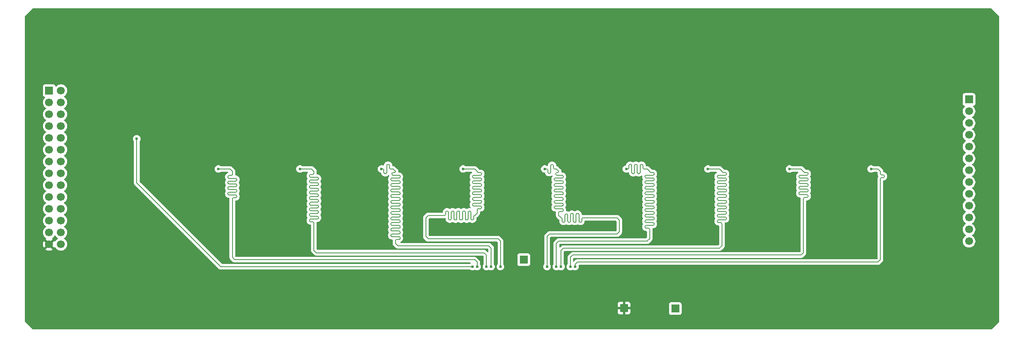
<source format=gbr>
%TF.GenerationSoftware,KiCad,Pcbnew,9.0.6-9.0.6~ubuntu24.04.1*%
%TF.CreationDate,2025-11-14T05:25:22+09:00*%
%TF.ProjectId,NCO_board,4e434f5f-626f-4617-9264-2e6b69636164,rev?*%
%TF.SameCoordinates,Original*%
%TF.FileFunction,Copper,L2,Bot*%
%TF.FilePolarity,Positive*%
%FSLAX46Y46*%
G04 Gerber Fmt 4.6, Leading zero omitted, Abs format (unit mm)*
G04 Created by KiCad (PCBNEW 9.0.6-9.0.6~ubuntu24.04.1) date 2025-11-14 05:25:22*
%MOMM*%
%LPD*%
G01*
G04 APERTURE LIST*
%TA.AperFunction,ComponentPad*%
%ADD10R,1.700000X1.700000*%
%TD*%
%TA.AperFunction,ComponentPad*%
%ADD11C,1.700000*%
%TD*%
%TA.AperFunction,ComponentPad*%
%ADD12C,6.400000*%
%TD*%
%TA.AperFunction,ViaPad*%
%ADD13C,1.000000*%
%TD*%
%TA.AperFunction,ViaPad*%
%ADD14C,0.600000*%
%TD*%
%TA.AperFunction,Conductor*%
%ADD15C,0.200000*%
%TD*%
G04 APERTURE END LIST*
D10*
%TO.P,J6,1,Pin_1*%
%TO.N,unconnected-(J6-Pin_1-Pad1)*%
X140000000Y-65000000D03*
%TD*%
%TO.P,GND,1,Pin_1*%
%TO.N,GND*%
X129000000Y-64900000D03*
%TD*%
D11*
%TO.P,Inputs,28,Pin_28*%
%TO.N,unconnected-(J2-Pin_28-Pad28)*%
X8250000Y-51190000D03*
%TO.P,Inputs,27,Pin_27*%
%TO.N,GND*%
X5710000Y-51190000D03*
%TO.P,Inputs,26,Pin_26*%
%TO.N,/clk*%
X8250000Y-48650000D03*
%TO.P,Inputs,25,Pin_25*%
%TO.N,unconnected-(J2-Pin_25-Pad25)*%
X5710000Y-48650000D03*
%TO.P,Inputs,24,Pin_24*%
%TO.N,/selXY*%
X8250000Y-46110000D03*
%TO.P,Inputs,23,Pin_23*%
%TO.N,/selSign*%
X5710000Y-46110000D03*
%TO.P,Inputs,22,Pin_22*%
%TO.N,/FCW_18*%
X8250000Y-43570000D03*
%TO.P,Inputs,21,Pin_21*%
%TO.N,/FCW_19*%
X5710000Y-43570000D03*
%TO.P,Inputs,20,Pin_20*%
%TO.N,/FCW_16*%
X8250000Y-41030000D03*
%TO.P,Inputs,19,Pin_19*%
%TO.N,/FCW_17*%
X5710000Y-41030000D03*
%TO.P,Inputs,18,Pin_18*%
%TO.N,/FCW_14*%
X8250000Y-38490000D03*
%TO.P,Inputs,17,Pin_17*%
%TO.N,/FCW_15*%
X5710000Y-38490000D03*
%TO.P,Inputs,16,Pin_16*%
%TO.N,/FCW_12*%
X8250000Y-35950000D03*
%TO.P,Inputs,15,Pin_15*%
%TO.N,/FCW_13*%
X5710000Y-35950000D03*
%TO.P,Inputs,14,Pin_14*%
%TO.N,/FCW_10*%
X8250000Y-33410000D03*
%TO.P,Inputs,13,Pin_13*%
%TO.N,/FCW_11*%
X5710000Y-33410000D03*
%TO.P,Inputs,12,Pin_12*%
%TO.N,/FCW_8*%
X8250000Y-30870000D03*
%TO.P,Inputs,11,Pin_11*%
%TO.N,/FCW_9*%
X5710000Y-30870000D03*
%TO.P,Inputs,10,Pin_10*%
%TO.N,/FCW_6*%
X8250000Y-28330000D03*
%TO.P,Inputs,9,Pin_9*%
%TO.N,/FCW_7*%
X5710000Y-28330000D03*
%TO.P,Inputs,8,Pin_8*%
%TO.N,/FCW_4*%
X8250000Y-25790000D03*
%TO.P,Inputs,7,Pin_7*%
%TO.N,/FCW_5*%
X5710000Y-25790000D03*
%TO.P,Inputs,6,Pin_6*%
%TO.N,/FCW_2*%
X8250000Y-23250000D03*
%TO.P,Inputs,5,Pin_5*%
%TO.N,/FCW_3*%
X5710000Y-23250000D03*
%TO.P,Inputs,4,Pin_4*%
%TO.N,/FCW_0*%
X8250000Y-20710000D03*
%TO.P,Inputs,3,Pin_3*%
%TO.N,/FCW_1*%
X5710000Y-20710000D03*
%TO.P,Inputs,2,Pin_2*%
%TO.N,+3V3*%
X8250000Y-18170000D03*
D10*
%TO.P,Inputs,1,Pin_1*%
%TO.N,/en*%
X5710000Y-18170000D03*
%TD*%
D12*
%TO.P,H4,1,1*%
%TO.N,GND*%
X203000000Y-63000000D03*
%TD*%
%TO.P,H1,1,1*%
%TO.N,GND*%
X7000000Y-7000000D03*
%TD*%
D10*
%TO.P,Clock,1,Pin_1*%
%TO.N,/clk*%
X107500000Y-54500000D03*
%TD*%
%TO.P,Outputs,1,Pin_1*%
%TO.N,/vld*%
X203000000Y-20060000D03*
D11*
%TO.P,Outputs,2,Pin_2*%
%TO.N,/data_11*%
X203000000Y-22600000D03*
%TO.P,Outputs,3,Pin_3*%
%TO.N,/data_10*%
X203000000Y-25140000D03*
%TO.P,Outputs,4,Pin_4*%
%TO.N,/data_9*%
X203000000Y-27680000D03*
%TO.P,Outputs,5,Pin_5*%
%TO.N,/data_8*%
X203000000Y-30220000D03*
%TO.P,Outputs,6,Pin_6*%
%TO.N,/data_7*%
X203000000Y-32760000D03*
%TO.P,Outputs,7,Pin_7*%
%TO.N,/data_6*%
X203000000Y-35300000D03*
%TO.P,Outputs,8,Pin_8*%
%TO.N,/data_5*%
X203000000Y-37840000D03*
%TO.P,Outputs,9,Pin_9*%
%TO.N,/data_4*%
X203000000Y-40380000D03*
%TO.P,Outputs,10,Pin_10*%
%TO.N,/data_3*%
X203000000Y-42920000D03*
%TO.P,Outputs,11,Pin_11*%
%TO.N,/data_2*%
X203000000Y-45460000D03*
%TO.P,Outputs,12,Pin_12*%
%TO.N,/data_1*%
X203000000Y-48000000D03*
%TO.P,Outputs,13,Pin_13*%
%TO.N,/data_0*%
X203000000Y-50540000D03*
%TD*%
D12*
%TO.P,H2,1,1*%
%TO.N,GND*%
X7000000Y-63000000D03*
%TD*%
%TO.P,H3,1,1*%
%TO.N,GND*%
X203000000Y-7000000D03*
%TD*%
D13*
%TO.N,GND*%
X175300000Y-31100000D03*
X177200000Y-31200000D03*
X187500000Y-37500000D03*
X197500000Y-62500000D03*
X20000000Y-5000000D03*
X17500000Y-7500000D03*
X17500000Y-5000000D03*
X37500000Y-2500000D03*
X22500000Y-2500000D03*
X27500000Y-2500000D03*
X35000000Y-2500000D03*
X32500000Y-2500000D03*
X25000000Y-2500000D03*
X30000000Y-2500000D03*
X195000000Y-50000000D03*
X192500000Y-52500000D03*
X190000000Y-55000000D03*
X187500000Y-57500000D03*
X185000000Y-60000000D03*
X182500000Y-62500000D03*
X180000000Y-62500000D03*
X177500000Y-62500000D03*
X175000000Y-62500000D03*
X172500000Y-62500000D03*
X170000000Y-62500000D03*
X167500000Y-62500000D03*
X165000000Y-62500000D03*
X162500000Y-62500000D03*
X160000000Y-62500000D03*
X157500000Y-62500000D03*
X155000000Y-62500000D03*
X152500000Y-62500000D03*
X150000000Y-62500000D03*
X147500000Y-62500000D03*
X145000000Y-62500000D03*
X142500000Y-62500000D03*
X140000000Y-62500000D03*
X137500000Y-62500000D03*
X135000000Y-62500000D03*
X132500000Y-62500000D03*
X130000000Y-62500000D03*
X127500000Y-62500000D03*
X125000000Y-62500000D03*
X122500000Y-62500000D03*
X120000000Y-62500000D03*
X117500000Y-62500000D03*
X54000000Y-42000000D03*
X54000000Y-45000000D03*
X71000000Y-45000000D03*
X106000000Y-45000000D03*
X141000000Y-45000000D03*
X159000000Y-45000000D03*
X176000000Y-41000000D03*
X159000000Y-42000000D03*
X141000000Y-42000000D03*
X124000000Y-42000000D03*
X106000000Y-42000000D03*
X89000000Y-42000000D03*
X71000000Y-42000000D03*
X59500000Y-37500000D03*
X59500000Y-40000000D03*
X59500000Y-30000000D03*
X59500000Y-32500000D03*
X76750000Y-30000000D03*
X76750000Y-32500000D03*
X76750000Y-37500000D03*
X94250000Y-37500000D03*
X94250000Y-39750000D03*
X94250000Y-30000000D03*
X94250000Y-32500000D03*
X111750000Y-32500000D03*
X129250000Y-32500000D03*
X129250000Y-30000000D03*
X164250000Y-32500000D03*
X164250000Y-30000000D03*
X146750000Y-32500000D03*
X146750000Y-30000000D03*
X177200000Y-33800000D03*
X175300000Y-33700000D03*
X159700000Y-33700000D03*
X157800000Y-33700000D03*
X142100000Y-33800000D03*
X140300000Y-33800000D03*
X124700000Y-33800000D03*
X122800000Y-33700000D03*
X107200000Y-33800000D03*
X105300000Y-33800000D03*
X87800000Y-33700000D03*
X89700000Y-33700000D03*
X72200000Y-33700000D03*
X70300000Y-33700000D03*
X52800000Y-33700000D03*
X54700000Y-33700000D03*
X35500000Y-33100000D03*
X37000000Y-34400000D03*
X92500000Y-62500000D03*
X97500000Y-62500000D03*
X95000000Y-62500000D03*
X90000000Y-62500000D03*
X87500000Y-62500000D03*
X85000000Y-62500000D03*
X80000000Y-62500000D03*
X82500000Y-62500000D03*
X77500000Y-62500000D03*
X72500000Y-62500000D03*
X75000000Y-62500000D03*
X70000000Y-62500000D03*
X67500000Y-62500000D03*
X65000000Y-62500000D03*
X62500000Y-62500000D03*
X57500000Y-62500000D03*
X60000000Y-62500000D03*
X55000000Y-62500000D03*
X52500000Y-62500000D03*
X50000000Y-62500000D03*
X47500000Y-62500000D03*
X45000000Y-62500000D03*
X40000000Y-62500000D03*
X42500000Y-62500000D03*
X37500000Y-62500000D03*
X35000000Y-62500000D03*
X32500000Y-62500000D03*
X30000000Y-62500000D03*
X27500000Y-62500000D03*
X25000000Y-60000000D03*
X22500000Y-57500000D03*
X20000000Y-55000000D03*
X17500000Y-52500000D03*
X15000000Y-50000000D03*
X207500000Y-52500000D03*
X10000000Y-15000000D03*
X7500000Y-15000000D03*
X5000000Y-15000000D03*
X47500000Y-67500000D03*
X40000000Y-67500000D03*
X45000000Y-67500000D03*
X42500000Y-67500000D03*
X37500000Y-67500000D03*
X35000000Y-67500000D03*
X32500000Y-67500000D03*
X30000000Y-67500000D03*
X27500000Y-67500000D03*
X25000000Y-67500000D03*
X52500000Y-67500000D03*
X50000000Y-67500000D03*
X55000000Y-67500000D03*
X60000000Y-67500000D03*
X57500000Y-67500000D03*
X62500000Y-67500000D03*
X65000000Y-67500000D03*
X70000000Y-67500000D03*
X67500000Y-67500000D03*
X72500000Y-67500000D03*
X75000000Y-67500000D03*
X77500000Y-67500000D03*
X80000000Y-67500000D03*
X85000000Y-67500000D03*
X82500000Y-67500000D03*
X87500000Y-67500000D03*
X90000000Y-67500000D03*
X92500000Y-67500000D03*
X95000000Y-67500000D03*
X97500000Y-67500000D03*
X100000000Y-67500000D03*
X102500000Y-67500000D03*
X105000000Y-67500000D03*
X107500000Y-67500000D03*
X112500000Y-67500000D03*
X110000000Y-67500000D03*
X115000000Y-67500000D03*
X117500000Y-67500000D03*
X120000000Y-67500000D03*
X125000000Y-67500000D03*
X122500000Y-67500000D03*
X127500000Y-67500000D03*
X132500000Y-67500000D03*
X130000000Y-67500000D03*
X135000000Y-67500000D03*
X137500000Y-67500000D03*
X145000000Y-67500000D03*
X140000000Y-67500000D03*
X142500000Y-67500000D03*
X147500000Y-67500000D03*
X150000000Y-67500000D03*
X155000000Y-67500000D03*
X152500000Y-67500000D03*
X157500000Y-67500000D03*
X160000000Y-67500000D03*
X162500000Y-67500000D03*
X165000000Y-67500000D03*
X167500000Y-67500000D03*
X170000000Y-67500000D03*
X172500000Y-67500000D03*
X175000000Y-67500000D03*
X177500000Y-67500000D03*
X180000000Y-67500000D03*
X182500000Y-67500000D03*
X192500000Y-62500000D03*
X192500000Y-65000000D03*
X192500000Y-67500000D03*
X190000000Y-65000000D03*
X190000000Y-67500000D03*
X187500000Y-67500000D03*
X185000000Y-67500000D03*
X192500000Y-7500000D03*
X190000000Y-5000000D03*
X192500000Y-5000000D03*
X192500000Y-2500000D03*
X190000000Y-2500000D03*
X187500000Y-2500000D03*
X185000000Y-2500000D03*
X182500000Y-2500000D03*
X180000000Y-2500000D03*
X172500000Y-2500000D03*
X177500000Y-2500000D03*
X175000000Y-2500000D03*
X170000000Y-2500000D03*
X167500000Y-2500000D03*
X162500000Y-2500000D03*
X165000000Y-2500000D03*
X160000000Y-2500000D03*
X157500000Y-2500000D03*
X155000000Y-2500000D03*
X152500000Y-2500000D03*
X150000000Y-2500000D03*
X147500000Y-2500000D03*
X145000000Y-2500000D03*
X142500000Y-2500000D03*
X140000000Y-2500000D03*
X137500000Y-2500000D03*
X135000000Y-2500000D03*
X132500000Y-2500000D03*
X130000000Y-2500000D03*
X127500000Y-2500000D03*
X125000000Y-2500000D03*
X122500000Y-2500000D03*
X120000000Y-2500000D03*
X117500000Y-2500000D03*
X115000000Y-2500000D03*
X112500000Y-2500000D03*
X110000000Y-2500000D03*
X107500000Y-2500000D03*
X105000000Y-2500000D03*
X102500000Y-2500000D03*
X90000000Y-2500000D03*
X92500000Y-2500000D03*
X97500000Y-2500000D03*
X100000000Y-2500000D03*
X95000000Y-2500000D03*
X87500000Y-2500000D03*
X85000000Y-2500000D03*
X82500000Y-2500000D03*
X75000000Y-2500000D03*
X70000000Y-2500000D03*
X77500000Y-2500000D03*
X72500000Y-2500000D03*
X67500000Y-2500000D03*
X62500000Y-2500000D03*
X60000000Y-2500000D03*
X52500000Y-2500000D03*
X55000000Y-2500000D03*
X47500000Y-2500000D03*
X42500000Y-2500000D03*
X80000000Y-2500000D03*
X65000000Y-2500000D03*
X57500000Y-2500000D03*
X50000000Y-2500000D03*
X45000000Y-2500000D03*
X40000000Y-2500000D03*
X20000000Y-2500000D03*
X17500000Y-2500000D03*
X15000000Y-2500000D03*
X15000000Y-5000000D03*
X15000000Y-7500000D03*
X15000000Y-10000000D03*
X2500000Y-57500000D03*
X2500000Y-55000000D03*
X2500000Y-52500000D03*
X2500000Y-50000000D03*
X2500000Y-42500000D03*
X2500000Y-45000000D03*
X2500000Y-27500000D03*
X2500000Y-35000000D03*
X2500000Y-47500000D03*
X2500000Y-40000000D03*
X2500000Y-37500000D03*
X2500000Y-32500000D03*
X2500000Y-30000000D03*
X2500000Y-25000000D03*
X2500000Y-20000000D03*
X2500000Y-22500000D03*
X2500000Y-17500000D03*
X2500000Y-15000000D03*
X12500000Y-2500000D03*
X12500000Y-5000000D03*
X12500000Y-7500000D03*
X12500000Y-10000000D03*
X12500000Y-12500000D03*
X10000000Y-12500000D03*
X7500000Y-12500000D03*
X5000000Y-12500000D03*
X2500000Y-12500000D03*
X205000000Y-15000000D03*
X202500000Y-15000000D03*
X200000000Y-15000000D03*
X195000000Y-10000000D03*
X195000000Y-7500000D03*
X195000000Y-5000000D03*
X195000000Y-2500000D03*
X197500000Y-7500000D03*
X197500000Y-2500000D03*
X197500000Y-5000000D03*
X197500000Y-10000000D03*
X197500000Y-12500000D03*
X200000000Y-12500000D03*
X202500000Y-12500000D03*
X205000000Y-12500000D03*
X207500000Y-12500000D03*
X207500000Y-15000000D03*
X207500000Y-17500000D03*
X207500000Y-20000000D03*
X207500000Y-22500000D03*
X207500000Y-25000000D03*
X207500000Y-27500000D03*
X207500000Y-30000000D03*
X207500000Y-32500000D03*
X207500000Y-35000000D03*
X207500000Y-40000000D03*
X207500000Y-37500000D03*
X207500000Y-42500000D03*
X207500000Y-47500000D03*
X207500000Y-45000000D03*
X207500000Y-50000000D03*
X207500000Y-55000000D03*
X207500000Y-57500000D03*
X197500000Y-67500000D03*
X195000000Y-67500000D03*
X12500000Y-67500000D03*
X15000000Y-67500000D03*
X17500000Y-67500000D03*
X15000000Y-65000000D03*
X12500000Y-65000000D03*
X12500000Y-62500000D03*
X5000000Y-57500000D03*
X5000000Y-55000000D03*
X7500000Y-55000000D03*
X7500000Y-57500000D03*
X10000000Y-57500000D03*
X12500000Y-60000000D03*
X15000000Y-62500000D03*
X17500000Y-65000000D03*
X20000000Y-67500000D03*
X22500000Y-67500000D03*
X20000000Y-65000000D03*
X17500000Y-62500000D03*
X15000000Y-60000000D03*
X12500000Y-57500000D03*
X10000000Y-55000000D03*
X195000000Y-65000000D03*
X197500000Y-65000000D03*
X205000000Y-57500000D03*
X205000000Y-55000000D03*
X202500000Y-55000000D03*
X202500000Y-57500000D03*
X197500000Y-60000000D03*
X195000000Y-60000000D03*
X195000000Y-62500000D03*
X200000000Y-57500000D03*
X197500000Y-57500000D03*
X200000000Y-55000000D03*
X182500000Y-37500000D03*
X182500000Y-40000000D03*
X182500000Y-42500000D03*
X187500000Y-42500000D03*
X187500000Y-40000000D03*
X187500000Y-35000000D03*
X182500000Y-32500000D03*
X185000000Y-32500000D03*
X187500000Y-32500000D03*
X187500000Y-30000000D03*
X187500000Y-27500000D03*
X185000000Y-27500000D03*
X185000000Y-30000000D03*
X182500000Y-30000000D03*
X170000000Y-42500000D03*
X170000000Y-40000000D03*
X170000000Y-37500000D03*
X170000000Y-35000000D03*
X170000000Y-32500000D03*
X167500000Y-32500000D03*
X170000000Y-30000000D03*
X167500000Y-30000000D03*
X170000000Y-27500000D03*
X167500000Y-27500000D03*
X152500000Y-42500000D03*
X152500000Y-40000000D03*
X152500000Y-37500000D03*
X152500000Y-35000000D03*
X152500000Y-32500000D03*
X150000000Y-32500000D03*
X152500000Y-30000000D03*
X150000000Y-30000000D03*
X152500000Y-27500000D03*
X150000000Y-27500000D03*
X135000000Y-27500000D03*
X135000000Y-30000000D03*
X135000000Y-32500000D03*
X132500000Y-32500000D03*
X132500000Y-30000000D03*
X132500000Y-27500000D03*
X117500000Y-42500000D03*
X117500000Y-40000000D03*
X117500000Y-37500000D03*
X117500000Y-35000000D03*
X117500000Y-32500000D03*
X115000000Y-32500000D03*
X117500000Y-30000000D03*
X115000000Y-30000000D03*
X117500000Y-27500000D03*
X115000000Y-27500000D03*
X100000000Y-42500000D03*
X100000000Y-40000000D03*
X100000000Y-37500000D03*
X100000000Y-35000000D03*
X100000000Y-27500000D03*
X100000000Y-30000000D03*
X100000000Y-32500000D03*
X97500000Y-32500000D03*
X97500000Y-30000000D03*
X97500000Y-27500000D03*
X82500000Y-42500000D03*
X82500000Y-40000000D03*
X82500000Y-37500000D03*
X82500000Y-35000000D03*
X82500000Y-32500000D03*
X80000000Y-32500000D03*
X82500000Y-30000000D03*
X80000000Y-30000000D03*
X82500000Y-27500000D03*
X80000000Y-27500000D03*
X62500000Y-32500000D03*
X62500000Y-30000000D03*
X62500000Y-27500000D03*
X65000000Y-27500000D03*
X65000000Y-30000000D03*
X65000000Y-32500000D03*
X65000000Y-35000000D03*
X65000000Y-37500000D03*
X65000000Y-40000000D03*
X65000000Y-42500000D03*
X42500000Y-37500000D03*
X42500000Y-40000000D03*
X42500000Y-42500000D03*
X47500000Y-42500000D03*
X47500000Y-40000000D03*
X47500000Y-37500000D03*
X47500000Y-35000000D03*
X47500000Y-32500000D03*
X45000000Y-32500000D03*
X42500000Y-32500000D03*
X42500000Y-30000000D03*
X45000000Y-30000000D03*
X47500000Y-30000000D03*
X47500000Y-27500000D03*
X45000000Y-27500000D03*
D14*
%TO.N,/clk*%
X118500000Y-56000000D03*
X117500000Y-56000000D03*
X115500000Y-56000000D03*
X114500000Y-56000000D03*
X112500000Y-56000000D03*
X102500000Y-56000000D03*
X100500000Y-56000000D03*
X99500000Y-56000000D03*
X97500000Y-56000000D03*
X96500000Y-56000000D03*
X94500000Y-35000000D03*
X24500000Y-28500000D03*
X42000000Y-35000000D03*
X112000000Y-35000000D03*
X77000000Y-35000000D03*
X59500000Y-35000000D03*
X147000000Y-35000000D03*
X182000000Y-35000000D03*
X129500000Y-35000000D03*
X164500000Y-35000000D03*
D13*
%TO.N,GND*%
X111750000Y-30000000D03*
X27500000Y-30000000D03*
X30000000Y-27500000D03*
X27500000Y-37500000D03*
X27500000Y-32500000D03*
X30000000Y-30000000D03*
X30000000Y-35000000D03*
X30000000Y-37500000D03*
X30000000Y-32500000D03*
X27500000Y-27500000D03*
X27500000Y-35000000D03*
X30000000Y-40000000D03*
%TD*%
D15*
%TO.N,/clk*%
X184000000Y-47485785D02*
X184000000Y-54500000D01*
X184602211Y-36871004D02*
X184240000Y-36871004D01*
X183500000Y-55000000D02*
X119000000Y-55000000D01*
X184000000Y-37231004D02*
X184000000Y-47485785D01*
X183500000Y-35000000D02*
X184000000Y-35500000D01*
X184000000Y-37111004D02*
X184000000Y-37231004D01*
X184842211Y-36511004D02*
X184842211Y-36631004D01*
X184000000Y-35500000D02*
X184000000Y-36031004D01*
X184240000Y-36271004D02*
X184602211Y-36271004D01*
X182000000Y-35000000D02*
X183500000Y-35000000D01*
X184842211Y-36631004D02*
G75*
G02*
X184602211Y-36871011I-240011J4D01*
G01*
X184602211Y-36271004D02*
G75*
G02*
X184842196Y-36511004I-11J-239996D01*
G01*
X184240000Y-36871004D02*
G75*
G03*
X184000004Y-37111004I0J-239996D01*
G01*
X118500000Y-55500000D02*
X118500000Y-56000000D01*
X184000000Y-36031004D02*
G75*
G03*
X184240000Y-36271000I240000J4D01*
G01*
X184000000Y-54500000D02*
X183500000Y-55000000D01*
X119000000Y-55000000D02*
X118500000Y-55500000D01*
X133513307Y-44980000D02*
X133513307Y-45100000D01*
X135246718Y-44740000D02*
X134500000Y-44740000D01*
X134500000Y-44140000D02*
X135246718Y-44140000D01*
X135246718Y-43540000D02*
X134500000Y-43540000D01*
X135486718Y-43180000D02*
X135486718Y-43300000D01*
X134500000Y-42940000D02*
X135246718Y-42940000D01*
X135246718Y-38140000D02*
G75*
G02*
X135486700Y-38380000I-18J-240000D01*
G01*
X133513307Y-43780000D02*
X133513307Y-43900000D01*
X130060242Y-34253282D02*
G75*
G02*
X130300242Y-34013342I239958J-18D01*
G01*
X133513307Y-42580000D02*
X133513307Y-42700000D01*
X133300242Y-35000000D02*
X133420242Y-35000000D01*
X135246718Y-42340000D02*
X134500000Y-42340000D01*
X135486718Y-41980000D02*
X135486718Y-42100000D01*
X133753307Y-45340000D02*
X134500000Y-45340000D01*
X133753307Y-41740000D02*
X134500000Y-41740000D01*
X134500000Y-36340000D02*
X133753307Y-36340000D01*
X134500000Y-39940000D02*
X133753307Y-39940000D01*
X133513307Y-37900000D02*
G75*
G03*
X133753307Y-38139993I239993J0D01*
G01*
X133753307Y-39340000D02*
X134500000Y-39340000D01*
X133753307Y-44140000D02*
X134500000Y-44140000D01*
X135246718Y-40540000D02*
G75*
G02*
X135486700Y-40780000I-18J-240000D01*
G01*
X133513307Y-38980000D02*
X133513307Y-39100000D01*
X134500000Y-38140000D02*
X135246718Y-38140000D01*
X133513307Y-37780000D02*
X133513307Y-37900000D01*
X133420242Y-35000000D02*
X134000000Y-35000000D01*
X134500000Y-36940000D02*
X135246718Y-36940000D01*
X133753307Y-37540000D02*
G75*
G03*
X133513300Y-37780000I-7J-240000D01*
G01*
X115000000Y-50500000D02*
X114500000Y-51000000D01*
X134500000Y-41140000D02*
X133753307Y-41140000D01*
X134740000Y-36340000D02*
X134500000Y-36340000D01*
X131260242Y-34253307D02*
G75*
G02*
X131500242Y-34013342I239958J7D01*
G01*
X131860242Y-35000000D02*
X131860242Y-35746718D01*
X135486718Y-39580000D02*
X135486718Y-39700000D01*
X135486718Y-35980000D02*
X135486718Y-36100000D01*
X134740000Y-35740000D02*
X135246718Y-35740000D01*
X135486718Y-43300000D02*
G75*
G02*
X135246718Y-43540018I-240018J0D01*
G01*
X134000000Y-35000000D02*
X134459619Y-35459619D01*
X130420242Y-34013282D02*
G75*
G02*
X130660218Y-34253282I-42J-240018D01*
G01*
X134500000Y-44740000D02*
X133753307Y-44740000D01*
X133060242Y-34253307D02*
X133060242Y-34760000D01*
X134500000Y-45940000D02*
X133753307Y-45940000D01*
X132700242Y-34013307D02*
X132820242Y-34013307D01*
X132460242Y-34760000D02*
X132460242Y-34253307D01*
X133513307Y-46300000D02*
G75*
G03*
X133753307Y-46539993I239993J0D01*
G01*
X131860242Y-35746718D02*
G75*
G03*
X132100242Y-35986658I239958J18D01*
G01*
X134500000Y-42340000D02*
X133753307Y-42340000D01*
X131860242Y-34253307D02*
X131860242Y-35000000D01*
X135246718Y-36340000D02*
X134740000Y-36340000D01*
X133513307Y-41380000D02*
X133513307Y-41500000D01*
X131260242Y-35746718D02*
X131260242Y-35000000D01*
X130660242Y-35000000D02*
X130660242Y-35746718D01*
X135246718Y-41140000D02*
X134500000Y-41140000D01*
X133753307Y-39940000D02*
G75*
G03*
X133513300Y-40180000I-7J-240000D01*
G01*
X133513307Y-41500000D02*
G75*
G03*
X133753307Y-41739993I239993J0D01*
G01*
X133753307Y-42940000D02*
X134500000Y-42940000D01*
X134500000Y-39340000D02*
X135246718Y-39340000D01*
X135486718Y-39700000D02*
G75*
G02*
X135246718Y-39940018I-240018J0D01*
G01*
X135246718Y-42940000D02*
G75*
G02*
X135486700Y-43180000I-18J-240000D01*
G01*
X135246718Y-39340000D02*
G75*
G02*
X135486700Y-39580000I-18J-240000D01*
G01*
X134500000Y-43540000D02*
X133753307Y-43540000D01*
X133513307Y-39100000D02*
G75*
G03*
X133753307Y-39339993I239993J0D01*
G01*
X130900242Y-35986718D02*
X131020242Y-35986718D01*
X133753307Y-44740000D02*
G75*
G03*
X133513300Y-44980000I-7J-240000D01*
G01*
X133753307Y-38740000D02*
G75*
G03*
X133513300Y-38980000I-7J-240000D01*
G01*
X135246718Y-39940000D02*
X134500000Y-39940000D01*
X133753307Y-41140000D02*
G75*
G03*
X133513300Y-41380000I-7J-240000D01*
G01*
X133753307Y-43540000D02*
G75*
G03*
X133513300Y-43780000I-7J-240000D01*
G01*
X134500000Y-38740000D02*
X133753307Y-38740000D01*
X133513307Y-36700000D02*
G75*
G03*
X133753307Y-36939993I239993J0D01*
G01*
X134459619Y-35459619D02*
X134500000Y-35500000D01*
X135486718Y-37180000D02*
X135486718Y-37300000D01*
X129820242Y-35000000D02*
G75*
G03*
X130060200Y-34760000I-42J240000D01*
G01*
X134500000Y-41740000D02*
X135246718Y-41740000D01*
X133753307Y-36340000D02*
G75*
G03*
X133513300Y-36580000I-7J-240000D01*
G01*
X135486718Y-44500000D02*
G75*
G02*
X135246718Y-44740018I-240018J0D01*
G01*
X133753307Y-40540000D02*
X134500000Y-40540000D01*
X135486718Y-36100000D02*
G75*
G02*
X135246718Y-36340018I-240018J0D01*
G01*
X135246718Y-47140000D02*
X134500000Y-47140000D01*
X130660242Y-34253282D02*
X130660242Y-34760000D01*
X133753307Y-38140000D02*
X134500000Y-38140000D01*
X135486718Y-38500000D02*
G75*
G02*
X135246718Y-38740018I-240018J0D01*
G01*
X130660242Y-34760000D02*
X130660242Y-35000000D01*
X133513307Y-36580000D02*
X133513307Y-36700000D01*
X133513307Y-40300000D02*
G75*
G03*
X133753307Y-40539993I239993J0D01*
G01*
X135246718Y-37540000D02*
X134500000Y-37540000D01*
X134500000Y-37540000D02*
X133753307Y-37540000D01*
X135246718Y-46540000D02*
G75*
G02*
X135486700Y-46780000I-18J-240000D01*
G01*
X134260000Y-47740000D02*
G75*
G02*
X134500000Y-47980000I0J-240000D01*
G01*
X133060242Y-34760000D02*
G75*
G03*
X133300242Y-34999958I239958J0D01*
G01*
X134500000Y-40540000D02*
X135246718Y-40540000D01*
X135246718Y-36940000D02*
G75*
G02*
X135486700Y-37180000I-18J-240000D01*
G01*
X131260242Y-35000000D02*
X131260242Y-34253307D01*
X134500000Y-50000000D02*
X134040380Y-50459619D01*
X130660242Y-35746718D02*
G75*
G03*
X130900242Y-35986658I239958J18D01*
G01*
X135486718Y-37300000D02*
G75*
G02*
X135246718Y-37540018I-240018J0D01*
G01*
X132220242Y-35986718D02*
G75*
G03*
X132460218Y-35746718I-42J240018D01*
G01*
X133513307Y-42700000D02*
G75*
G03*
X133753307Y-42939993I239993J0D01*
G01*
X135246718Y-38740000D02*
X134500000Y-38740000D01*
X131500242Y-34013307D02*
X131620242Y-34013307D01*
X135246718Y-35740000D02*
G75*
G02*
X135486700Y-35980000I-18J-240000D01*
G01*
X135486718Y-45700000D02*
G75*
G02*
X135246718Y-45940018I-240018J0D01*
G01*
X131020242Y-35986718D02*
G75*
G03*
X131260218Y-35746718I-42J240018D01*
G01*
X132100242Y-35986718D02*
X132220242Y-35986718D01*
X135486718Y-45580000D02*
X135486718Y-45700000D01*
X135486718Y-38380000D02*
X135486718Y-38500000D01*
X130300242Y-34013282D02*
X130420242Y-34013282D01*
X134500000Y-45340000D02*
X135246718Y-45340000D01*
X132460242Y-34253307D02*
G75*
G02*
X132700242Y-34013342I239958J7D01*
G01*
X132460242Y-35000000D02*
X132460242Y-34760000D01*
X135246718Y-44140000D02*
G75*
G02*
X135486700Y-44380000I-18J-240000D01*
G01*
X132820242Y-34013307D02*
G75*
G02*
X133060193Y-34253307I-42J-239993D01*
G01*
X135246718Y-45340000D02*
G75*
G02*
X135486700Y-45580000I-18J-240000D01*
G01*
X134500000Y-35500000D02*
G75*
G03*
X134740000Y-35740000I240000J0D01*
G01*
X133513307Y-45100000D02*
G75*
G03*
X133753307Y-45339993I239993J0D01*
G01*
X135486718Y-40900000D02*
G75*
G02*
X135246718Y-41140018I-240018J0D01*
G01*
X133753307Y-36940000D02*
X134500000Y-36940000D01*
X127502436Y-50500000D02*
X115000000Y-50500000D01*
X132460242Y-35746718D02*
X132460242Y-35000000D01*
X135246718Y-41740000D02*
G75*
G02*
X135486700Y-41980000I-18J-240000D01*
G01*
X135486718Y-42100000D02*
G75*
G02*
X135246718Y-42340018I-240018J0D01*
G01*
X133753307Y-42340000D02*
G75*
G03*
X133513300Y-42580000I-7J-240000D01*
G01*
X133513307Y-40180000D02*
X133513307Y-40300000D01*
X133513307Y-43900000D02*
G75*
G03*
X133753307Y-44139993I239993J0D01*
G01*
X133753307Y-45940000D02*
G75*
G03*
X133513300Y-46180000I-7J-240000D01*
G01*
X135486718Y-40780000D02*
X135486718Y-40900000D01*
X133753307Y-47140000D02*
G75*
G03*
X133513300Y-47380000I-7J-240000D01*
G01*
X135486718Y-46900000D02*
G75*
G02*
X135246718Y-47140018I-240018J0D01*
G01*
X133513307Y-47500000D02*
G75*
G03*
X133753307Y-47739993I239993J0D01*
G01*
X131620242Y-34013307D02*
G75*
G02*
X131860193Y-34253307I-42J-239993D01*
G01*
X129500000Y-35000000D02*
X129820242Y-35000000D01*
X135486718Y-44380000D02*
X135486718Y-44500000D01*
X130060242Y-34760000D02*
X130060242Y-34253282D01*
X135246718Y-45940000D02*
X134500000Y-45940000D01*
X133513307Y-46180000D02*
X133513307Y-46300000D01*
X133753307Y-46540000D02*
X134500000Y-46540000D01*
X134500000Y-46540000D02*
X135246718Y-46540000D01*
X135486718Y-46780000D02*
X135486718Y-46900000D01*
X134500000Y-47140000D02*
X134260000Y-47140000D01*
X134260000Y-47140000D02*
X133753307Y-47140000D01*
X133513307Y-47380000D02*
X133513307Y-47500000D01*
X114500000Y-51000000D02*
X114500000Y-56000000D01*
X133753307Y-47740000D02*
X134260000Y-47740000D01*
X134500000Y-47980000D02*
X134500000Y-48100000D01*
X134500000Y-48100000D02*
X134500000Y-50000000D01*
X134040380Y-50459619D02*
X134000000Y-50500000D01*
X134000000Y-50500000D02*
X127502436Y-50500000D01*
X117780000Y-44538820D02*
X117900000Y-44538820D01*
X116940000Y-44928801D02*
X116940000Y-45500000D01*
X118140000Y-45500000D02*
X118140000Y-46221204D01*
X116340000Y-45500000D02*
X116340000Y-44928801D01*
X118140000Y-44778820D02*
X118140000Y-45500000D01*
X115961180Y-41500000D02*
G75*
G02*
X115721180Y-41739980I-239980J0D01*
G01*
X116340000Y-45740000D02*
X116340000Y-45500000D01*
X117540000Y-46221204D02*
X117540000Y-45500000D01*
X115740000Y-45740000D02*
X115740000Y-46221180D01*
X113000000Y-49000000D02*
X112500000Y-49500000D01*
X117180000Y-46461204D02*
X117300000Y-46461204D01*
X115459619Y-45459619D02*
X115500000Y-45500000D01*
X115000000Y-45000000D02*
X115459619Y-45459619D01*
X115721180Y-43540000D02*
G75*
G02*
X115961200Y-43780000I20J-240000D01*
G01*
X115000000Y-44500000D02*
X115000000Y-45000000D01*
X115961180Y-43780000D02*
X115961180Y-43900000D01*
X116340000Y-46221180D02*
X116340000Y-45740000D01*
X115240000Y-43540000D02*
X115721180Y-43540000D01*
X114278820Y-43540000D02*
X115000000Y-43540000D01*
X118740000Y-45500000D02*
X118740000Y-44778820D01*
X114038820Y-43180000D02*
X114038820Y-43300000D01*
X115721180Y-42940000D02*
X115000000Y-42940000D01*
X115721180Y-44140000D02*
X115240000Y-44140000D01*
X115721180Y-41140000D02*
G75*
G02*
X115961200Y-41380000I20J-240000D01*
G01*
X115000000Y-42340000D02*
X115721180Y-42340000D01*
X114038820Y-41980000D02*
X114038820Y-42100000D01*
X115000000Y-41740000D02*
X114278820Y-41740000D01*
X115721180Y-41740000D02*
X115000000Y-41740000D01*
X114038820Y-40780000D02*
X114038820Y-40900000D01*
X115961180Y-40180000D02*
X115961180Y-40300000D01*
X113276699Y-34760000D02*
X113276699Y-34278820D01*
X114278820Y-39940000D02*
X115000000Y-39940000D01*
X115961180Y-41380000D02*
X115961180Y-41500000D01*
X114038820Y-39580000D02*
X114038820Y-39700000D01*
X115000000Y-37540000D02*
X115721180Y-37540000D01*
X114278820Y-39340000D02*
G75*
G03*
X114038800Y-39580000I-20J-240000D01*
G01*
X115961180Y-38980000D02*
X115961180Y-39100000D01*
X114038820Y-37180000D02*
X114038820Y-37300000D01*
X115721180Y-36940000D02*
X115000000Y-36940000D01*
X114038820Y-38380000D02*
X114038820Y-38500000D01*
X115961180Y-36580000D02*
X115961180Y-36700000D01*
X113036699Y-35961180D02*
G75*
G03*
X113276680Y-35721180I1J239980D01*
G01*
X117540000Y-45500000D02*
X117540000Y-44778820D01*
X114628811Y-36340000D02*
X114760000Y-36340000D01*
X114760000Y-35740000D02*
X114628811Y-35740000D01*
X114500000Y-35000000D02*
X114959619Y-35459619D01*
X115000000Y-38740000D02*
X115721180Y-38740000D01*
X115000000Y-36940000D02*
X114278820Y-36940000D01*
X114116699Y-35000000D02*
X114236699Y-35000000D01*
X114388811Y-35980000D02*
X114388811Y-36100000D01*
X112500000Y-49500000D02*
X112500000Y-56000000D01*
X115000000Y-38140000D02*
X114278820Y-38140000D01*
X115000000Y-36340000D02*
X115721180Y-36340000D01*
X114278820Y-40540000D02*
G75*
G03*
X114038800Y-40780000I-20J-240000D01*
G01*
X119940000Y-46221204D02*
X119940000Y-45740000D01*
X114038820Y-42100000D02*
G75*
G03*
X114278820Y-42339980I239980J0D01*
G01*
X114278820Y-36940000D02*
G75*
G03*
X114038800Y-37180000I-20J-240000D01*
G01*
X115000000Y-43540000D02*
X115240000Y-43540000D01*
X118740000Y-44778820D02*
G75*
G02*
X118980000Y-44538800I240000J20D01*
G01*
X116940000Y-45500000D02*
X116940000Y-46221204D01*
X112916699Y-35961180D02*
X113036699Y-35961180D01*
X115961180Y-40300000D02*
G75*
G02*
X115721180Y-40539980I-239980J0D01*
G01*
X115000000Y-41140000D02*
X115721180Y-41140000D01*
X115000000Y-39340000D02*
X114278820Y-39340000D01*
X114628811Y-35740000D02*
G75*
G03*
X114388800Y-35980000I-11J-240000D01*
G01*
X128000000Y-48500000D02*
X127500000Y-49000000D01*
X115721180Y-39940000D02*
G75*
G02*
X115961200Y-40180000I20J-240000D01*
G01*
X113516699Y-34038820D02*
X113636699Y-34038820D01*
X114038820Y-39700000D02*
G75*
G03*
X114278820Y-39939980I239980J0D01*
G01*
X114278820Y-38740000D02*
X115000000Y-38740000D01*
X113876699Y-34760000D02*
G75*
G03*
X114116699Y-35000001I240001J0D01*
G01*
X115000000Y-40540000D02*
X114278820Y-40540000D01*
X116940000Y-46221204D02*
G75*
G03*
X117180000Y-46461200I240000J4D01*
G01*
X115000000Y-35500000D02*
G75*
G02*
X114760000Y-35740000I-240000J0D01*
G01*
X115000000Y-44380000D02*
X115000000Y-44500000D01*
X119100000Y-44538820D02*
G75*
G02*
X119339980Y-44778820I0J-239980D01*
G01*
X112676699Y-35240000D02*
X112676699Y-35721180D01*
X118980000Y-44538820D02*
X119100000Y-44538820D01*
X115000000Y-42940000D02*
X114278820Y-42940000D01*
X115721180Y-37540000D02*
G75*
G02*
X115961200Y-37780000I20J-240000D01*
G01*
X115961180Y-39100000D02*
G75*
G02*
X115721180Y-39339980I-239980J0D01*
G01*
X115961180Y-37780000D02*
X115961180Y-37900000D01*
X117300000Y-46461204D02*
G75*
G03*
X117540004Y-46221204I0J240004D01*
G01*
X115721180Y-38140000D02*
X115000000Y-38140000D01*
X114388811Y-36100000D02*
G75*
G03*
X114628811Y-36339989I239989J0D01*
G01*
X113276699Y-34278820D02*
G75*
G02*
X113516699Y-34038799I240001J20D01*
G01*
X114278820Y-37540000D02*
X115000000Y-37540000D01*
X115961180Y-37900000D02*
G75*
G02*
X115721180Y-38139980I-239980J0D01*
G01*
X114278820Y-38140000D02*
G75*
G03*
X114038800Y-38380000I-20J-240000D01*
G01*
X112436699Y-35000000D02*
G75*
G02*
X112676700Y-35240000I1J-240000D01*
G01*
X114236699Y-35000000D02*
X114500000Y-35000000D01*
X117540000Y-44778820D02*
G75*
G02*
X117780000Y-44538800I240000J20D01*
G01*
X116100000Y-46461180D02*
G75*
G03*
X116339980Y-46221180I0J239980D01*
G01*
X118380000Y-46461204D02*
X118500000Y-46461204D01*
X115000000Y-39940000D02*
X115721180Y-39940000D01*
X114038820Y-38500000D02*
G75*
G03*
X114278820Y-38739980I239980J0D01*
G01*
X115721180Y-38740000D02*
G75*
G02*
X115961200Y-38980000I20J-240000D01*
G01*
X114038820Y-37300000D02*
G75*
G03*
X114278820Y-37539980I239980J0D01*
G01*
X114278820Y-41740000D02*
G75*
G03*
X114038800Y-41980000I-20J-240000D01*
G01*
X115721180Y-36340000D02*
G75*
G02*
X115961200Y-36580000I20J-240000D01*
G01*
X113636699Y-34038820D02*
G75*
G02*
X113876680Y-34278820I1J-239980D01*
G01*
X112676699Y-35721180D02*
G75*
G03*
X112916699Y-35961201I240001J-20D01*
G01*
X115721180Y-42340000D02*
G75*
G02*
X115961200Y-42580000I20J-240000D01*
G01*
X115961180Y-36700000D02*
G75*
G02*
X115721180Y-36939980I-239980J0D01*
G01*
X114278820Y-42340000D02*
X115000000Y-42340000D01*
X112000000Y-35000000D02*
X112436699Y-35000000D01*
X115721180Y-39340000D02*
X115000000Y-39340000D01*
X115961180Y-42700000D02*
G75*
G02*
X115721180Y-42939980I-239980J0D01*
G01*
X113276699Y-35240000D02*
X113276699Y-34760000D01*
X114278820Y-41140000D02*
X115000000Y-41140000D01*
X114278820Y-42940000D02*
G75*
G03*
X114038800Y-43180000I-20J-240000D01*
G01*
X119700000Y-46461204D02*
G75*
G03*
X119940004Y-46221204I0J240004D01*
G01*
X114038820Y-43300000D02*
G75*
G03*
X114278820Y-43539980I239980J0D01*
G01*
X115961180Y-43900000D02*
G75*
G02*
X115721180Y-44139980I-239980J0D01*
G01*
X115240000Y-44140000D02*
G75*
G03*
X115000000Y-44380000I0J-240000D01*
G01*
X114959619Y-35459619D02*
X115000000Y-35500000D01*
X115500000Y-45500000D02*
G75*
G02*
X115740000Y-45740000I0J-240000D01*
G01*
X115740000Y-46221180D02*
G75*
G03*
X115980000Y-46461200I240000J-20D01*
G01*
X114760000Y-36340000D02*
X115000000Y-36340000D01*
X116340000Y-44928801D02*
G75*
G02*
X116580000Y-44688800I240000J1D01*
G01*
X118500000Y-46461204D02*
G75*
G03*
X118740004Y-46221204I0J240004D01*
G01*
X113876699Y-34278820D02*
X113876699Y-34760000D01*
X116700000Y-44688801D02*
G75*
G02*
X116939999Y-44928801I0J-239999D01*
G01*
X115980000Y-46461180D02*
X116100000Y-46461180D01*
X115721180Y-40540000D02*
X115000000Y-40540000D01*
X117900000Y-44538820D02*
G75*
G02*
X118139980Y-44778820I0J-239980D01*
G01*
X115961180Y-42580000D02*
X115961180Y-42700000D01*
X118140000Y-46221204D02*
G75*
G03*
X118380000Y-46461200I240000J4D01*
G01*
X119580000Y-46461204D02*
X119700000Y-46461204D01*
X116580000Y-44688801D02*
X116700000Y-44688801D01*
X114038820Y-40900000D02*
G75*
G03*
X114278820Y-41139980I239980J0D01*
G01*
X120300000Y-45500000D02*
X126884355Y-45500000D01*
X119340000Y-46221204D02*
G75*
G03*
X119580000Y-46461200I240000J4D01*
G01*
X113276699Y-35721180D02*
X113276699Y-35240000D01*
X119940000Y-45740000D02*
G75*
G02*
X120180000Y-45500000I240000J0D01*
G01*
X118740000Y-46221204D02*
X118740000Y-45500000D01*
X119340000Y-44778820D02*
X119340000Y-45500000D01*
X119340000Y-45500000D02*
X119340000Y-45740000D01*
X119340000Y-45740000D02*
X119340000Y-46221204D01*
X120180000Y-45500000D02*
X120300000Y-45500000D01*
X126884355Y-45500000D02*
X127500000Y-45500000D01*
X127500000Y-45500000D02*
X128000000Y-46000000D01*
X128000000Y-46000000D02*
X128000000Y-48500000D01*
X127500000Y-49000000D02*
X113000000Y-49000000D01*
X91360000Y-44760000D02*
X91360000Y-44272423D01*
X93760000Y-44272423D02*
G75*
G03*
X93520000Y-44032400I-240000J23D01*
G01*
X91360000Y-45727552D02*
X91360000Y-45000000D01*
X91720000Y-45967552D02*
X91600000Y-45967552D01*
X91960000Y-45000000D02*
X91960000Y-45727552D01*
X91960000Y-44272423D02*
X91960000Y-45000000D01*
X96772423Y-37540000D02*
G75*
G03*
X96532400Y-37780000I-23J-240000D01*
G01*
X92920000Y-45967552D02*
X92800000Y-45967552D01*
X93160000Y-44272423D02*
X93160000Y-45000000D01*
X93760000Y-45000000D02*
X93760000Y-44272423D01*
X93760000Y-45727552D02*
X93760000Y-45000000D01*
X94360000Y-45000000D02*
X94360000Y-45727552D01*
X98467577Y-36100000D02*
G75*
G02*
X98227577Y-36339977I-239977J0D01*
G01*
X94360000Y-44272423D02*
X94360000Y-45000000D01*
X94960000Y-45000000D02*
X94960000Y-44272423D01*
X95320000Y-45967552D02*
X95200000Y-45967552D01*
X98467577Y-37300000D02*
G75*
G02*
X98227577Y-37539977I-239977J0D01*
G01*
X95560000Y-45000000D02*
X95560000Y-45727552D01*
X95560000Y-44272423D02*
X95560000Y-45000000D01*
X95920000Y-44032423D02*
X95800000Y-44032423D01*
X96160000Y-45727577D02*
X96160000Y-45240000D01*
X96760000Y-45240000D02*
X96760000Y-45727577D01*
X97040380Y-44959619D02*
X97000000Y-45000000D01*
X94360000Y-45727552D02*
G75*
G02*
X94120000Y-45967600I-240000J-48D01*
G01*
X91000000Y-44032423D02*
G75*
G03*
X90760023Y-44272423I0J-239977D01*
G01*
X98467577Y-43180000D02*
X98467577Y-43300000D01*
X98227577Y-36940000D02*
G75*
G02*
X98467600Y-37180000I23J-240000D01*
G01*
X96772423Y-42940000D02*
X97500000Y-42940000D01*
X96532423Y-42580000D02*
X96532423Y-42700000D01*
X87000000Y-50000000D02*
X102000000Y-50000000D01*
X98227577Y-42340000D02*
X97500000Y-42340000D01*
X97500000Y-41740000D02*
X98227577Y-41740000D01*
X98467577Y-40780000D02*
X98467577Y-40900000D01*
X97500000Y-40540000D02*
X98227577Y-40540000D01*
X96532423Y-36700000D02*
G75*
G03*
X96772423Y-36939977I239977J0D01*
G01*
X96772423Y-40540000D02*
X97500000Y-40540000D01*
X97500000Y-39940000D02*
X96772423Y-39940000D01*
X98227577Y-39940000D02*
X97500000Y-39940000D01*
X98467577Y-39580000D02*
X98467577Y-39700000D01*
X96532423Y-38980000D02*
X96532423Y-39100000D01*
X97500000Y-38740000D02*
X96772423Y-38740000D01*
X98467577Y-38380000D02*
X98467577Y-38500000D01*
X97500000Y-38140000D02*
X98227577Y-38140000D01*
X96532423Y-42700000D02*
G75*
G03*
X96772423Y-42939977I239977J0D01*
G01*
X97500000Y-41140000D02*
X96772423Y-41140000D01*
X96772423Y-38140000D02*
X97500000Y-38140000D01*
X98467577Y-40900000D02*
G75*
G02*
X98227577Y-41139977I-239977J0D01*
G01*
X93520000Y-44032423D02*
X93400000Y-44032423D01*
X98467577Y-37180000D02*
X98467577Y-37300000D01*
X97500000Y-43900000D02*
X97500000Y-44500000D01*
X97500000Y-36940000D02*
X98227577Y-36940000D01*
X98467577Y-41980000D02*
X98467577Y-42100000D01*
X98227577Y-37540000D02*
X97500000Y-37540000D01*
X86500000Y-45500000D02*
X86500000Y-49500000D01*
X91360000Y-45000000D02*
X91360000Y-44760000D01*
X90760000Y-44760000D02*
G75*
G02*
X90520000Y-45000000I-240000J0D01*
G01*
X94000000Y-45967552D02*
G75*
G02*
X93760048Y-45727552I0J239952D01*
G01*
X91360000Y-44272423D02*
G75*
G03*
X91120000Y-44032400I-240000J23D01*
G01*
X96772423Y-41740000D02*
X97500000Y-41740000D01*
X96160000Y-45240000D02*
X96160000Y-45000000D01*
X98227577Y-41740000D02*
G75*
G02*
X98467600Y-41980000I23J-240000D01*
G01*
X96772423Y-39940000D02*
G75*
G03*
X96532400Y-40180000I-23J-240000D01*
G01*
X91600000Y-45967552D02*
G75*
G02*
X91360048Y-45727552I0J239952D01*
G01*
X98467577Y-39700000D02*
G75*
G02*
X98227577Y-39939977I-239977J0D01*
G01*
X91960000Y-45727552D02*
G75*
G02*
X91720000Y-45967600I-240000J-48D01*
G01*
X96772423Y-41140000D02*
G75*
G03*
X96532400Y-41380000I-23J-240000D01*
G01*
X96532423Y-40180000D02*
X96532423Y-40300000D01*
X98227577Y-40540000D02*
G75*
G02*
X98467600Y-40780000I23J-240000D01*
G01*
X98227577Y-41140000D02*
X97500000Y-41140000D01*
X94600000Y-44032423D02*
G75*
G03*
X94360023Y-44272423I0J-239977D01*
G01*
X90400000Y-45000000D02*
X88022479Y-45000000D01*
X96532423Y-40300000D02*
G75*
G03*
X96772423Y-40539977I239977J0D01*
G01*
X98227577Y-39340000D02*
G75*
G02*
X98467600Y-39580000I23J-240000D01*
G01*
X92560000Y-45000000D02*
X92560000Y-44272423D01*
X92200000Y-44032423D02*
G75*
G03*
X91960023Y-44272423I0J-239977D01*
G01*
X96532423Y-41380000D02*
X96532423Y-41500000D01*
X96532423Y-37780000D02*
X96532423Y-37900000D01*
X92560000Y-45727552D02*
X92560000Y-45000000D01*
X98467577Y-35980000D02*
X98467577Y-36100000D01*
X97740000Y-42940000D02*
X98227577Y-42940000D01*
X98227577Y-38140000D02*
G75*
G02*
X98467600Y-38380000I23J-240000D01*
G01*
X97500000Y-35500000D02*
G75*
G03*
X97740000Y-35740000I240000J0D01*
G01*
X96772423Y-38740000D02*
G75*
G03*
X96532400Y-38980000I-23J-240000D01*
G01*
X92320000Y-44032423D02*
X92200000Y-44032423D01*
X93160000Y-45000000D02*
X93160000Y-45727552D01*
X96772423Y-42340000D02*
G75*
G03*
X96532400Y-42580000I-23J-240000D01*
G01*
X98227577Y-38740000D02*
X97500000Y-38740000D01*
X97500000Y-39340000D02*
X98227577Y-39340000D01*
X98227577Y-35740000D02*
G75*
G02*
X98467600Y-35980000I23J-240000D01*
G01*
X98227577Y-42940000D02*
G75*
G02*
X98467600Y-43180000I23J-240000D01*
G01*
X97500000Y-44500000D02*
X97040380Y-44959619D01*
X98467577Y-43300000D02*
G75*
G02*
X98227577Y-43539977I-239977J0D01*
G01*
X96400000Y-45967577D02*
G75*
G02*
X96160023Y-45727577I0J239977D01*
G01*
X97500000Y-37540000D02*
X96772423Y-37540000D01*
X98467577Y-38500000D02*
G75*
G02*
X98227577Y-38739977I-239977J0D01*
G01*
X96772423Y-36340000D02*
G75*
G03*
X96532400Y-36580000I-23J-240000D01*
G01*
X96520000Y-45967577D02*
X96400000Y-45967577D01*
X97500000Y-43780000D02*
X97500000Y-43900000D01*
X93160000Y-45727552D02*
G75*
G02*
X92920000Y-45967600I-240000J-48D01*
G01*
X94960000Y-45727552D02*
X94960000Y-45000000D01*
X96772423Y-39340000D02*
X97500000Y-39340000D01*
X97740000Y-43540000D02*
G75*
G03*
X97500000Y-43780000I0J-240000D01*
G01*
X92800000Y-45967552D02*
G75*
G02*
X92560048Y-45727552I0J239952D01*
G01*
X96532423Y-37900000D02*
G75*
G03*
X96772423Y-38139977I239977J0D01*
G01*
X97740000Y-36340000D02*
X97500000Y-36340000D01*
X96772423Y-36940000D02*
X97500000Y-36940000D01*
X97000000Y-45000000D02*
G75*
G03*
X96760000Y-45240000I0J-240000D01*
G01*
X98227577Y-36340000D02*
X97740000Y-36340000D01*
X96160000Y-45000000D02*
X96160000Y-44272423D01*
X96532423Y-39100000D02*
G75*
G03*
X96772423Y-39339977I239977J0D01*
G01*
X94120000Y-45967552D02*
X94000000Y-45967552D01*
X92560000Y-44272423D02*
G75*
G03*
X92320000Y-44032400I-240000J23D01*
G01*
X97500000Y-42340000D02*
X96772423Y-42340000D01*
X96760000Y-45727577D02*
G75*
G02*
X96520000Y-45967600I-240000J-23D01*
G01*
X96160000Y-44272423D02*
G75*
G03*
X95920000Y-44032400I-240000J23D01*
G01*
X95800000Y-44032423D02*
G75*
G03*
X95560023Y-44272423I0J-239977D01*
G01*
X95560000Y-45727552D02*
G75*
G02*
X95320000Y-45967600I-240000J-48D01*
G01*
X95200000Y-45967552D02*
G75*
G02*
X94960048Y-45727552I0J239952D01*
G01*
X94960000Y-44272423D02*
G75*
G03*
X94720000Y-44032400I-240000J23D01*
G01*
X94720000Y-44032423D02*
X94600000Y-44032423D01*
X98467577Y-42100000D02*
G75*
G02*
X98227577Y-42339977I-239977J0D01*
G01*
X93400000Y-44032423D02*
G75*
G03*
X93160023Y-44272423I0J-239977D01*
G01*
X94500000Y-35000000D02*
X97000000Y-35000000D01*
X97500000Y-42940000D02*
X97740000Y-42940000D01*
X97000000Y-35000000D02*
X97500000Y-35500000D01*
X96532423Y-36580000D02*
X96532423Y-36700000D01*
X97740000Y-35740000D02*
X98227577Y-35740000D01*
X98227577Y-43540000D02*
X97740000Y-43540000D01*
X96532423Y-41500000D02*
G75*
G03*
X96772423Y-41739977I239977J0D01*
G01*
X97500000Y-36340000D02*
X96772423Y-36340000D01*
X91120000Y-44032423D02*
X91000000Y-44032423D01*
X90760000Y-44272423D02*
X90760000Y-44760000D01*
X90520000Y-45000000D02*
X90400000Y-45000000D01*
X88022479Y-45000000D02*
X87000000Y-45000000D01*
X87000000Y-45000000D02*
X86500000Y-45500000D01*
X86500000Y-49500000D02*
X87000000Y-50000000D01*
X102000000Y-50000000D02*
X102500000Y-50500000D01*
X102500000Y-50500000D02*
X102500000Y-56000000D01*
X150737415Y-37540000D02*
X150000000Y-37540000D01*
X150000000Y-36940000D02*
X150737415Y-36940000D01*
X63215321Y-43357950D02*
X62500000Y-43357950D01*
X149262585Y-38140000D02*
X150000000Y-38140000D01*
X62500000Y-43957950D02*
X63215321Y-43957950D01*
X62500000Y-45157950D02*
X63215321Y-45157950D01*
X168250697Y-36340000D02*
X167740000Y-36340000D01*
X62500000Y-40357950D02*
X63215308Y-40357950D01*
X63455321Y-45397950D02*
X63455321Y-45517950D01*
X168490697Y-37180000D02*
X168490697Y-37300000D01*
X80989248Y-47380000D02*
X80989248Y-47500000D01*
X149022585Y-44980000D02*
X149022585Y-45100000D01*
X167500000Y-41380000D02*
X167500000Y-41500000D01*
X116000000Y-52000000D02*
X115500000Y-52500000D01*
X45000000Y-40597984D02*
X45240000Y-40597984D01*
X150977415Y-35980000D02*
X150977415Y-36100000D01*
X62500000Y-40957950D02*
X61784692Y-40957950D01*
X167000000Y-53500000D02*
X118000000Y-53500000D01*
X45705384Y-37597984D02*
X45000000Y-37597984D01*
X45945384Y-40837984D02*
X45945384Y-40957984D01*
X79959619Y-35459619D02*
X80000000Y-35500000D01*
X45000000Y-36997984D02*
X45705384Y-36997984D01*
X44054604Y-39037984D02*
X44054604Y-39157984D01*
X79064927Y-35000000D02*
X79500000Y-35000000D01*
X166749303Y-39340000D02*
X167500000Y-39340000D01*
X79250750Y-48340000D02*
X80000000Y-48340000D01*
X80989248Y-48580000D02*
X80989248Y-48700000D01*
X44760000Y-36997984D02*
X45000000Y-36997984D01*
X80989248Y-36580000D02*
X80989248Y-36700000D01*
X80000000Y-38740000D02*
X80749249Y-38740000D01*
X80000000Y-50380000D02*
X80000000Y-50500000D01*
X150977415Y-41980000D02*
X150977415Y-42100000D01*
X62500000Y-44557950D02*
X61784704Y-44557950D01*
X167500000Y-46499226D02*
X167500000Y-53000000D01*
X80000000Y-45940000D02*
X80749248Y-45940000D01*
X167500000Y-39940000D02*
X166749303Y-39940000D01*
X150000000Y-40540000D02*
X150737415Y-40540000D01*
X168490697Y-35980000D02*
X168490697Y-36100000D01*
X149262585Y-40540000D02*
X150000000Y-40540000D01*
X150000000Y-41740000D02*
X150737415Y-41740000D01*
X62500000Y-41557950D02*
X63215321Y-41557950D01*
X62260000Y-45757950D02*
X61784704Y-45757950D01*
X150000000Y-51500000D02*
X149627091Y-51872909D01*
X61544704Y-38797950D02*
X61544704Y-38917950D01*
X59500000Y-35000000D02*
X62000000Y-35000000D01*
X167740000Y-35740000D02*
X168250697Y-35740000D01*
X118000000Y-53500000D02*
X117500000Y-54000000D01*
X45945396Y-39637984D02*
X45945396Y-39757984D01*
X62500000Y-46717950D02*
X62500000Y-50199957D01*
X80000000Y-42340000D02*
X80749249Y-42340000D01*
X79010752Y-44380000D02*
X79010752Y-44500000D01*
X61544704Y-44797950D02*
X61544704Y-44917950D01*
X63455296Y-39397950D02*
X63455296Y-39517950D01*
X150000000Y-43540000D02*
X149262585Y-43540000D01*
X80000000Y-37540000D02*
X80749248Y-37540000D01*
X80000000Y-41740000D02*
X79250752Y-41740000D01*
X149022585Y-40180000D02*
X149022585Y-40300000D01*
X150737415Y-38740000D02*
X150000000Y-38740000D01*
X80749249Y-40540000D02*
X80000000Y-40540000D01*
X80989248Y-37780000D02*
X80989248Y-37900000D01*
X150977391Y-43180000D02*
X150977391Y-43300000D01*
X80749249Y-41740000D02*
X80000000Y-41740000D01*
X100000000Y-51500000D02*
X100500000Y-52000000D01*
X80989249Y-40180000D02*
X80989249Y-40300000D01*
X63215308Y-40957950D02*
X62500000Y-40957950D01*
X45000000Y-54000000D02*
X45500000Y-54500000D01*
X149022585Y-36580000D02*
X149022585Y-36700000D01*
X79760000Y-36340000D02*
X80000000Y-36340000D01*
X149262585Y-39340000D02*
X150000000Y-39340000D01*
X150737415Y-39940000D02*
X150000000Y-39940000D01*
X44760000Y-36397984D02*
X44294616Y-36397984D01*
X150000000Y-42940000D02*
X150737391Y-42940000D01*
X97000000Y-54500000D02*
X97500000Y-55000000D01*
X167500000Y-53000000D02*
X167000000Y-53500000D01*
X44294616Y-36997984D02*
X44760000Y-36997984D01*
X149022585Y-37780000D02*
X149022585Y-37900000D01*
X80000000Y-41140000D02*
X80749249Y-41140000D01*
X80989248Y-46180000D02*
X80989248Y-46300000D01*
X45000000Y-41437984D02*
X45000000Y-41557984D01*
X149262585Y-44140000D02*
X150000000Y-44140000D01*
X78104927Y-34760000D02*
X78104927Y-34250752D01*
X85966150Y-51500000D02*
X100000000Y-51500000D01*
X80749248Y-48940000D02*
X80000000Y-48940000D01*
X63215296Y-38557950D02*
X62500000Y-38557950D01*
X44294591Y-40597984D02*
X45000000Y-40597984D01*
X79010750Y-49180000D02*
X79010750Y-49300000D01*
X149760000Y-45940000D02*
X149262585Y-45940000D01*
X168250673Y-41140000D02*
X167740000Y-41140000D01*
X80000000Y-50500000D02*
X80000000Y-51000000D01*
X164500000Y-35000000D02*
X167000000Y-35000000D01*
X45000000Y-38797984D02*
X44294604Y-38797984D01*
X150000000Y-45340000D02*
X150737391Y-45340000D01*
X62000000Y-35000000D02*
X62500000Y-35500000D01*
X77504927Y-35240000D02*
X77504927Y-35749249D01*
X63455308Y-40597950D02*
X63455308Y-40717950D01*
X80000000Y-38140000D02*
X79250751Y-38140000D01*
X63215321Y-44557950D02*
X62500000Y-44557950D01*
X61544704Y-37597950D02*
X61544704Y-37717950D01*
X80989249Y-41380000D02*
X80989249Y-41500000D01*
X80989249Y-42580000D02*
X80989249Y-42700000D01*
X80500000Y-51500000D02*
X85966150Y-51500000D01*
X61544704Y-45997950D02*
X61544704Y-46117950D01*
X79010752Y-43180000D02*
X79010752Y-43300000D01*
X150240000Y-36340000D02*
X150000000Y-36340000D01*
X80749250Y-45340000D02*
X80000000Y-45340000D01*
X166509303Y-38980000D02*
X166509303Y-39100000D01*
X79010752Y-41980000D02*
X79010752Y-42100000D01*
X79250752Y-43540000D02*
X80000000Y-43540000D01*
X80989249Y-43780000D02*
X80989249Y-43900000D01*
X117500000Y-54000000D02*
X117500000Y-56000000D01*
X80749248Y-47740000D02*
X80000000Y-47740000D01*
X150000000Y-44740000D02*
X149262585Y-44740000D01*
X61784692Y-41557950D02*
X62500000Y-41557950D01*
X63455321Y-44197950D02*
X63455321Y-44317950D01*
X62500000Y-37957950D02*
X63215296Y-37957950D01*
X80000000Y-47740000D02*
X79250750Y-47740000D01*
X45945384Y-37237984D02*
X45945384Y-37357984D01*
X149627091Y-51872909D02*
X149500000Y-52000000D01*
X78104927Y-35240000D02*
X78104927Y-34760000D01*
X167500000Y-36940000D02*
X168250697Y-36940000D01*
X79500000Y-35000000D02*
X79959619Y-35459619D01*
X97500000Y-55000000D02*
X97500000Y-56000000D01*
X78704927Y-34250752D02*
X78704927Y-34760000D01*
X166749303Y-38140000D02*
X167500000Y-38140000D01*
X61784692Y-40357950D02*
X62500000Y-40357950D01*
X167500000Y-38140000D02*
X168250697Y-38140000D01*
X61544704Y-43597950D02*
X61544704Y-43717950D01*
X149262585Y-45340000D02*
X150000000Y-45340000D01*
X150977415Y-37180000D02*
X150977415Y-37300000D01*
X45000000Y-47679603D02*
X45000000Y-54000000D01*
X99500000Y-53500000D02*
X99500000Y-56000000D01*
X79250750Y-49540000D02*
X80000000Y-49540000D01*
X78104927Y-35749249D02*
X78104927Y-35240000D01*
X42000000Y-35000000D02*
X44500000Y-35000000D01*
X44054591Y-40237984D02*
X44054591Y-40357984D01*
X79250752Y-44740000D02*
X80000000Y-44740000D01*
X149022585Y-46180000D02*
X149022585Y-46300000D01*
X168490697Y-38380000D02*
X168490697Y-38500000D01*
X168250697Y-39940000D02*
X167500000Y-39940000D01*
X80000000Y-40540000D02*
X79250752Y-40540000D01*
X44054616Y-36637984D02*
X44054616Y-36757984D01*
X168250697Y-37540000D02*
X167500000Y-37540000D01*
X45945396Y-38437984D02*
X45945396Y-38557984D01*
X45705384Y-41197984D02*
X45240000Y-41197984D01*
X149262585Y-36940000D02*
X150000000Y-36940000D01*
X80000000Y-44140000D02*
X79250752Y-44140000D01*
X61784704Y-36757950D02*
X62260000Y-36757950D01*
X80000000Y-48340000D02*
X80749248Y-48340000D01*
X80000000Y-51000000D02*
X80500000Y-51500000D01*
X78344927Y-34010752D02*
X78464927Y-34010752D01*
X115500000Y-52500000D02*
X115500000Y-56000000D01*
X167500000Y-37540000D02*
X166749303Y-37540000D01*
X80749248Y-46540000D02*
X80000000Y-46540000D01*
X62500000Y-45757950D02*
X62260000Y-45757950D01*
X167740000Y-40540000D02*
X168250673Y-40540000D01*
X80749247Y-50140000D02*
X80240000Y-50140000D01*
X78944927Y-35000000D02*
X79064927Y-35000000D01*
X79250751Y-47140000D02*
X80000000Y-47140000D01*
X149262585Y-46540000D02*
X149760000Y-46540000D01*
X150000000Y-46780000D02*
X150000000Y-46900000D01*
X45000000Y-39997984D02*
X44294591Y-39997984D01*
X80000000Y-39940000D02*
X80749249Y-39940000D01*
X62500000Y-42157950D02*
X61784704Y-42157950D01*
X62500000Y-42757950D02*
X63215321Y-42757950D01*
X80749249Y-44140000D02*
X80000000Y-44140000D01*
X80749249Y-42940000D02*
X80000000Y-42940000D01*
X167500000Y-41500000D02*
X167500000Y-46499226D01*
X150000000Y-39340000D02*
X150737415Y-39340000D01*
X62500000Y-39157950D02*
X63215296Y-39157950D01*
X150000000Y-45940000D02*
X149760000Y-45940000D01*
X150000000Y-42340000D02*
X149262585Y-42340000D01*
X147000000Y-35000000D02*
X149500000Y-35000000D01*
X150000000Y-37540000D02*
X149262585Y-37540000D01*
X61784704Y-46357950D02*
X62260000Y-46357950D01*
X63455296Y-36997950D02*
X63455296Y-37117950D01*
X167500000Y-36340000D02*
X166749303Y-36340000D01*
X79250752Y-39940000D02*
X80000000Y-39940000D01*
X77744927Y-35989249D02*
X77864927Y-35989249D01*
X44054616Y-37837984D02*
X44054616Y-37957984D01*
X62260000Y-36757950D02*
X62500000Y-36757950D01*
X166509303Y-40180000D02*
X166509303Y-40300000D01*
X44500000Y-35000000D02*
X45000000Y-35500000D01*
X45240000Y-40597984D02*
X45705384Y-40597984D01*
X150977415Y-38380000D02*
X150977415Y-38500000D01*
X167500000Y-40540000D02*
X167740000Y-40540000D01*
X45000000Y-41557984D02*
X45000000Y-47679603D01*
X61544692Y-39997950D02*
X61544692Y-40117950D01*
X167000000Y-35000000D02*
X167500000Y-35500000D01*
X166749303Y-40540000D02*
X167500000Y-40540000D01*
X62500000Y-50199957D02*
X62500000Y-52500000D01*
X168490673Y-40780000D02*
X168490673Y-40900000D01*
X80000000Y-42940000D02*
X79250752Y-42940000D01*
X79250751Y-37540000D02*
X80000000Y-37540000D01*
X63000000Y-53000000D02*
X99000000Y-53000000D01*
X79250751Y-45940000D02*
X80000000Y-45940000D01*
X45000000Y-37597984D02*
X44294616Y-37597984D01*
X150737391Y-45940000D02*
X150000000Y-45940000D01*
X63215321Y-45757950D02*
X62500000Y-45757950D01*
X80000000Y-43540000D02*
X80749249Y-43540000D01*
X150000000Y-39940000D02*
X149262585Y-39940000D01*
X80749248Y-38140000D02*
X80000000Y-38140000D01*
X150000000Y-38140000D02*
X150737415Y-38140000D01*
X61784704Y-39157950D02*
X62500000Y-39157950D01*
X99000000Y-53000000D02*
X99500000Y-53500000D01*
X80000000Y-36940000D02*
X79250751Y-36940000D01*
X63215296Y-39757950D02*
X62500000Y-39757950D01*
X150000000Y-36340000D02*
X149262585Y-36340000D01*
X62500000Y-46597950D02*
X62500000Y-46717950D01*
X79010751Y-46780000D02*
X79010751Y-46900000D01*
X45705396Y-38797984D02*
X45000000Y-38797984D01*
X79250752Y-41140000D02*
X80000000Y-41140000D01*
X80000000Y-36340000D02*
X80749248Y-36340000D01*
X79010752Y-40780000D02*
X79010752Y-40900000D01*
X150737415Y-42340000D02*
X150000000Y-42340000D01*
X62500000Y-36757950D02*
X63215296Y-36757950D01*
X80000000Y-49540000D02*
X80240000Y-49540000D01*
X80749248Y-36940000D02*
X80000000Y-36940000D01*
X149022585Y-42580000D02*
X149022585Y-42700000D01*
X79250751Y-38740000D02*
X80000000Y-38740000D01*
X150737415Y-36340000D02*
X150240000Y-36340000D01*
X44294604Y-39397984D02*
X45000000Y-39397984D01*
X149500000Y-52000000D02*
X116000000Y-52000000D01*
X61544704Y-36397950D02*
X61544704Y-36517950D01*
X80000000Y-45340000D02*
X79250751Y-45340000D01*
X80989249Y-38980000D02*
X80989249Y-39100000D01*
X100500000Y-52000000D02*
X100500000Y-56000000D01*
X77000000Y-35000000D02*
X77264927Y-35000000D01*
X79010750Y-47980000D02*
X79010750Y-48100000D01*
X150737391Y-44740000D02*
X150000000Y-44740000D01*
X80749249Y-39340000D02*
X80000000Y-39340000D01*
X62500000Y-52500000D02*
X63000000Y-53000000D01*
X45500000Y-54500000D02*
X97000000Y-54500000D01*
X150977415Y-39580000D02*
X150977415Y-39700000D01*
X149022585Y-43780000D02*
X149022585Y-43900000D01*
X45000000Y-39397984D02*
X45705396Y-39397984D01*
X80989247Y-49780000D02*
X80989247Y-49900000D01*
X62500000Y-38557950D02*
X61784704Y-38557950D01*
X62500000Y-39757950D02*
X61784692Y-39757950D01*
X167500000Y-38740000D02*
X166749303Y-38740000D01*
X150000000Y-46900000D02*
X150000000Y-51500000D01*
X150000000Y-41140000D02*
X149262585Y-41140000D01*
X79010751Y-38380000D02*
X79010751Y-38500000D01*
X45000000Y-35500000D02*
X45000000Y-36157984D01*
X168250697Y-38740000D02*
X167500000Y-38740000D01*
X166509303Y-37780000D02*
X166509303Y-37900000D01*
X45705396Y-39997984D02*
X45000000Y-39997984D01*
X61544704Y-42397950D02*
X61544704Y-42517950D01*
X44294616Y-38197984D02*
X45000000Y-38197984D01*
X150977415Y-40780000D02*
X150977415Y-40900000D01*
X63455321Y-41797950D02*
X63455321Y-41917950D01*
X167500000Y-39340000D02*
X168250697Y-39340000D01*
X61784704Y-42757950D02*
X62500000Y-42757950D01*
X62500000Y-37357950D02*
X61784704Y-37357950D01*
X62500000Y-43357950D02*
X61784704Y-43357950D01*
X61784704Y-45157950D02*
X62500000Y-45157950D01*
X80240000Y-49540000D02*
X80749247Y-49540000D01*
X61784704Y-43957950D02*
X62500000Y-43957950D01*
X166749303Y-36940000D02*
X167500000Y-36940000D01*
X62260000Y-36157950D02*
X61784704Y-36157950D01*
X80989250Y-44980000D02*
X80989250Y-45100000D01*
X61544692Y-41197950D02*
X61544692Y-41317950D01*
X80000000Y-47140000D02*
X80749248Y-47140000D01*
X149022585Y-38980000D02*
X149022585Y-39100000D01*
X61784704Y-37957950D02*
X62500000Y-37957950D01*
X150977391Y-45580000D02*
X150977391Y-45700000D01*
X150240000Y-35740000D02*
X150737415Y-35740000D01*
X79210751Y-35980000D02*
X79210751Y-36100000D01*
X166509303Y-36580000D02*
X166509303Y-36700000D01*
X168490697Y-39580000D02*
X168490697Y-39700000D01*
X80000000Y-46540000D02*
X79250751Y-46540000D01*
X79760000Y-35740000D02*
X79450751Y-35740000D01*
X79010751Y-37180000D02*
X79010751Y-37300000D01*
X149262585Y-41740000D02*
X150000000Y-41740000D01*
X63215321Y-42157950D02*
X62500000Y-42157950D01*
X80000000Y-44740000D02*
X80749250Y-44740000D01*
X79010752Y-39580000D02*
X79010752Y-39700000D01*
X149022585Y-41380000D02*
X149022585Y-41500000D01*
X149500000Y-35000000D02*
X150000000Y-35500000D01*
X150000000Y-38740000D02*
X149262585Y-38740000D01*
X63215296Y-37357950D02*
X62500000Y-37357950D01*
X80000000Y-39340000D02*
X79250752Y-39340000D01*
X62500000Y-35500000D02*
X62500000Y-35917950D01*
X79450751Y-36340000D02*
X79760000Y-36340000D01*
X80000000Y-48940000D02*
X79250750Y-48940000D01*
X150737415Y-41140000D02*
X150000000Y-41140000D01*
X150977391Y-44380000D02*
X150977391Y-44500000D01*
X63455296Y-38197950D02*
X63455296Y-38317950D01*
X45000000Y-38197984D02*
X45705396Y-38197984D01*
X149262585Y-42940000D02*
X150000000Y-42940000D01*
X150000000Y-44140000D02*
X150737391Y-44140000D01*
X79250752Y-42340000D02*
X80000000Y-42340000D01*
X150737391Y-43540000D02*
X150000000Y-43540000D01*
X63455321Y-42997950D02*
X63455321Y-43117950D01*
X167740000Y-36340000D02*
X167500000Y-36340000D01*
X79010751Y-45580000D02*
X79010751Y-45700000D01*
X150737415Y-39340000D02*
G75*
G02*
X150977400Y-39580000I-15J-240000D01*
G01*
X63455321Y-41917950D02*
G75*
G02*
X63215321Y-42158021I-240021J-50D01*
G01*
X166749303Y-39940000D02*
G75*
G03*
X166509300Y-40180000I-3J-240000D01*
G01*
X44054604Y-39157984D02*
G75*
G03*
X44294604Y-39397996I239996J-16D01*
G01*
X149022585Y-37900000D02*
G75*
G03*
X149262585Y-38140015I240015J0D01*
G01*
X80749249Y-42340000D02*
G75*
G02*
X80989300Y-42580000I51J-240000D01*
G01*
X150977391Y-45700000D02*
G75*
G02*
X150737391Y-45939991I-239991J0D01*
G01*
X168490697Y-36100000D02*
G75*
G02*
X168250697Y-36339997I-239997J0D01*
G01*
X80749248Y-37540000D02*
G75*
G02*
X80989200Y-37780000I-48J-240000D01*
G01*
X45945384Y-40957984D02*
G75*
G02*
X45705384Y-41197984I-239984J-16D01*
G01*
X45705396Y-38197984D02*
G75*
G02*
X45945416Y-38437984I4J-240016D01*
G01*
X150737415Y-35740000D02*
G75*
G02*
X150977400Y-35980000I-15J-240000D01*
G01*
X78104927Y-34250752D02*
G75*
G02*
X78344927Y-34010827I239973J-48D01*
G01*
X63455308Y-40717950D02*
G75*
G02*
X63215308Y-40958008I-240008J-50D01*
G01*
X166749303Y-36340000D02*
G75*
G03*
X166509300Y-36580000I-3J-240000D01*
G01*
X45000000Y-36157984D02*
G75*
G02*
X44760000Y-36398000I-240000J-16D01*
G01*
X80749249Y-41140000D02*
G75*
G02*
X80989300Y-41380000I51J-240000D01*
G01*
X79250752Y-41740000D02*
G75*
G03*
X79010800Y-41980000I48J-240000D01*
G01*
X149022585Y-43900000D02*
G75*
G03*
X149262585Y-44140015I240015J0D01*
G01*
X79010752Y-42100000D02*
G75*
G03*
X79250752Y-42340048I240048J0D01*
G01*
X79250750Y-47740000D02*
G75*
G03*
X79010700Y-47980000I-50J-240000D01*
G01*
X168250697Y-39340000D02*
G75*
G02*
X168490700Y-39580000I3J-240000D01*
G01*
X79010750Y-48100000D02*
G75*
G03*
X79250750Y-48339950I239950J0D01*
G01*
X79010751Y-38500000D02*
G75*
G03*
X79250751Y-38739949I239949J0D01*
G01*
X61544692Y-41317950D02*
G75*
G03*
X61784692Y-41558008I240008J-50D01*
G01*
X80240000Y-50140000D02*
G75*
G03*
X80000000Y-50380000I0J-240000D01*
G01*
X150737415Y-36940000D02*
G75*
G02*
X150977400Y-37180000I-15J-240000D01*
G01*
X44054616Y-36757984D02*
G75*
G03*
X44294616Y-36997984I239984J-16D01*
G01*
X149022585Y-41500000D02*
G75*
G03*
X149262585Y-41740015I240015J0D01*
G01*
X61784704Y-36157950D02*
G75*
G03*
X61544750Y-36397950I-4J-239950D01*
G01*
X80989249Y-41500000D02*
G75*
G02*
X80749249Y-41739949I-239949J0D01*
G01*
X149262585Y-45940000D02*
G75*
G03*
X149022600Y-46180000I15J-240000D01*
G01*
X150737415Y-38140000D02*
G75*
G02*
X150977400Y-38380000I-15J-240000D01*
G01*
X80989248Y-37900000D02*
G75*
G02*
X80749248Y-38140048I-240048J0D01*
G01*
X79010752Y-43300000D02*
G75*
G03*
X79250752Y-43540048I240048J0D01*
G01*
X63455296Y-37117950D02*
G75*
G02*
X63215296Y-37357996I-239996J-50D01*
G01*
X80749249Y-38740000D02*
G75*
G02*
X80989300Y-38980000I51J-240000D01*
G01*
X79250751Y-38140000D02*
G75*
G03*
X79010700Y-38380000I-51J-240000D01*
G01*
X61544704Y-37717950D02*
G75*
G03*
X61784704Y-37957996I239996J-50D01*
G01*
X79250752Y-42940000D02*
G75*
G03*
X79010800Y-43180000I48J-240000D01*
G01*
X149262585Y-39940000D02*
G75*
G03*
X149022600Y-40180000I15J-240000D01*
G01*
X63215296Y-37957950D02*
G75*
G02*
X63455250Y-38197950I4J-239950D01*
G01*
X44294616Y-37597984D02*
G75*
G03*
X44054584Y-37837984I-16J-240016D01*
G01*
X149022585Y-42700000D02*
G75*
G03*
X149262585Y-42940015I240015J0D01*
G01*
X79010751Y-45700000D02*
G75*
G03*
X79250751Y-45939949I239949J0D01*
G01*
X61784704Y-38557950D02*
G75*
G03*
X61544750Y-38797950I-4J-239950D01*
G01*
X80749247Y-49540000D02*
G75*
G02*
X80989200Y-49780000I-47J-240000D01*
G01*
X61784704Y-44557950D02*
G75*
G03*
X61544750Y-44797950I-4J-239950D01*
G01*
X149262585Y-42340000D02*
G75*
G03*
X149022600Y-42580000I15J-240000D01*
G01*
X79010750Y-49300000D02*
G75*
G03*
X79250750Y-49539950I239950J0D01*
G01*
X80989250Y-45100000D02*
G75*
G02*
X80749250Y-45339950I-239950J0D01*
G01*
X77864927Y-35989249D02*
G75*
G03*
X78104849Y-35749249I-27J239949D01*
G01*
X63455321Y-43117950D02*
G75*
G02*
X63215321Y-43358021I-240021J-50D01*
G01*
X149022585Y-40300000D02*
G75*
G03*
X149262585Y-40540015I240015J0D01*
G01*
X79250752Y-39340000D02*
G75*
G03*
X79010800Y-39580000I48J-240000D01*
G01*
X149262585Y-36340000D02*
G75*
G03*
X149022600Y-36580000I15J-240000D01*
G01*
X168250697Y-38140000D02*
G75*
G02*
X168490700Y-38380000I3J-240000D01*
G01*
X149262585Y-38740000D02*
G75*
G03*
X149022600Y-38980000I15J-240000D01*
G01*
X63455296Y-39517950D02*
G75*
G02*
X63215296Y-39757996I-239996J-50D01*
G01*
X45945396Y-38557984D02*
G75*
G02*
X45705396Y-38797996I-239996J-16D01*
G01*
X150977415Y-39700000D02*
G75*
G02*
X150737415Y-39940015I-240015J0D01*
G01*
X61544692Y-40117950D02*
G75*
G03*
X61784692Y-40358008I240008J-50D01*
G01*
X80749248Y-36340000D02*
G75*
G02*
X80989200Y-36580000I-48J-240000D01*
G01*
X61544704Y-36517950D02*
G75*
G03*
X61784704Y-36757996I239996J-50D01*
G01*
X62500000Y-35917950D02*
G75*
G02*
X62260000Y-36158000I-240000J-50D01*
G01*
X77504927Y-35749249D02*
G75*
G03*
X77744927Y-35989273I239973J-51D01*
G01*
X63215321Y-41557950D02*
G75*
G02*
X63455250Y-41797950I-21J-239950D01*
G01*
X80989247Y-49900000D02*
G75*
G02*
X80749247Y-50140047I-240047J0D01*
G01*
X80749248Y-45940000D02*
G75*
G02*
X80989200Y-46180000I-48J-240000D01*
G01*
X166509303Y-37900000D02*
G75*
G03*
X166749303Y-38139997I239997J0D01*
G01*
X149022585Y-36700000D02*
G75*
G03*
X149262585Y-36940015I240015J0D01*
G01*
X79450751Y-35740000D02*
G75*
G03*
X79210700Y-35980000I-51J-240000D01*
G01*
X80749248Y-48340000D02*
G75*
G02*
X80989200Y-48580000I-48J-240000D01*
G01*
X168250697Y-36940000D02*
G75*
G02*
X168490700Y-37180000I3J-240000D01*
G01*
X63455321Y-44317950D02*
G75*
G02*
X63215321Y-44558021I-240021J-50D01*
G01*
X150737391Y-42940000D02*
G75*
G02*
X150977400Y-43180000I9J-240000D01*
G01*
X80989249Y-43900000D02*
G75*
G02*
X80749249Y-44139949I-239949J0D01*
G01*
X79010751Y-46900000D02*
G75*
G03*
X79250751Y-47139949I239949J0D01*
G01*
X168250673Y-40540000D02*
G75*
G02*
X168490700Y-40780000I27J-240000D01*
G01*
X44054616Y-37957984D02*
G75*
G03*
X44294616Y-38197984I239984J-16D01*
G01*
X80989248Y-48700000D02*
G75*
G02*
X80749248Y-48940048I-240048J0D01*
G01*
X63215321Y-42757950D02*
G75*
G02*
X63455250Y-42997950I-21J-239950D01*
G01*
X79250751Y-36940000D02*
G75*
G03*
X79010700Y-37180000I-51J-240000D01*
G01*
X150737391Y-45340000D02*
G75*
G02*
X150977400Y-45580000I9J-240000D01*
G01*
X61544704Y-43717950D02*
G75*
G03*
X61784704Y-43957996I239996J-50D01*
G01*
X80989248Y-47500000D02*
G75*
G02*
X80749248Y-47740048I-240048J0D01*
G01*
X79250751Y-46540000D02*
G75*
G03*
X79010700Y-46780000I-51J-240000D01*
G01*
X80989249Y-42700000D02*
G75*
G02*
X80749249Y-42939949I-239949J0D01*
G01*
X61784704Y-45757950D02*
G75*
G03*
X61544750Y-45997950I-4J-239950D01*
G01*
X167740000Y-41140000D02*
G75*
G03*
X167500000Y-41380000I0J-240000D01*
G01*
X44054591Y-40357984D02*
G75*
G03*
X44294591Y-40598009I240009J-16D01*
G01*
X79250750Y-48940000D02*
G75*
G03*
X79010700Y-49180000I-50J-240000D01*
G01*
X61784704Y-43357950D02*
G75*
G03*
X61544750Y-43597950I-4J-239950D01*
G01*
X45945396Y-39757984D02*
G75*
G02*
X45705396Y-39997996I-239996J-16D01*
G01*
X79250752Y-44140000D02*
G75*
G03*
X79010800Y-44380000I48J-240000D01*
G01*
X149022585Y-46300000D02*
G75*
G03*
X149262585Y-46540015I240015J0D01*
G01*
X63455321Y-45517950D02*
G75*
G02*
X63215321Y-45758021I-240021J-50D01*
G01*
X61784704Y-42157950D02*
G75*
G03*
X61544750Y-42397950I-4J-239950D01*
G01*
X149262585Y-37540000D02*
G75*
G03*
X149022600Y-37780000I15J-240000D01*
G01*
X150977415Y-40900000D02*
G75*
G02*
X150737415Y-41140015I-240015J0D01*
G01*
X79250752Y-40540000D02*
G75*
G03*
X79010800Y-40780000I48J-240000D01*
G01*
X168490697Y-38500000D02*
G75*
G02*
X168250697Y-38739997I-239997J0D01*
G01*
X61544704Y-44917950D02*
G75*
G03*
X61784704Y-45157996I239996J-50D01*
G01*
X150977391Y-44500000D02*
G75*
G02*
X150737391Y-44739991I-239991J0D01*
G01*
X80749248Y-47140000D02*
G75*
G02*
X80989200Y-47380000I-48J-240000D01*
G01*
X63215308Y-40357950D02*
G75*
G02*
X63455250Y-40597950I-8J-239950D01*
G01*
X80989249Y-40300000D02*
G75*
G02*
X80749249Y-40539949I-239949J0D01*
G01*
X167500000Y-35500000D02*
G75*
G03*
X167740000Y-35740000I240000J0D01*
G01*
X166509303Y-39100000D02*
G75*
G03*
X166749303Y-39339997I239997J0D01*
G01*
X63215321Y-45157950D02*
G75*
G02*
X63455250Y-45397950I-21J-239950D01*
G01*
X150977415Y-38500000D02*
G75*
G02*
X150737415Y-38740015I-240015J0D01*
G01*
X63215321Y-43957950D02*
G75*
G02*
X63455250Y-44197950I-21J-239950D01*
G01*
X150977415Y-42100000D02*
G75*
G02*
X150737415Y-42340015I-240015J0D01*
G01*
X149022585Y-45100000D02*
G75*
G03*
X149262585Y-45340015I240015J0D01*
G01*
X63455296Y-38317950D02*
G75*
G02*
X63215296Y-38557996I-239996J-50D01*
G01*
X63215296Y-36757950D02*
G75*
G02*
X63455250Y-36997950I4J-239950D01*
G01*
X149262585Y-44740000D02*
G75*
G03*
X149022600Y-44980000I15J-240000D01*
G01*
X149262585Y-41140000D02*
G75*
G03*
X149022600Y-41380000I15J-240000D01*
G01*
X80749250Y-44740000D02*
G75*
G02*
X80989300Y-44980000I50J-240000D01*
G01*
X166749303Y-38740000D02*
G75*
G03*
X166509300Y-38980000I-3J-240000D01*
G01*
X79010752Y-39700000D02*
G75*
G03*
X79250752Y-39940048I240048J0D01*
G01*
X80749249Y-43540000D02*
G75*
G02*
X80989300Y-43780000I51J-240000D01*
G01*
X80989248Y-36700000D02*
G75*
G02*
X80749248Y-36940048I-240048J0D01*
G01*
X79010752Y-40900000D02*
G75*
G03*
X79250752Y-41140048I240048J0D01*
G01*
X61544704Y-38917950D02*
G75*
G03*
X61784704Y-39157996I239996J-50D01*
G01*
X80749249Y-39940000D02*
G75*
G02*
X80989300Y-40180000I51J-240000D01*
G01*
X168490697Y-39700000D02*
G75*
G02*
X168250697Y-39939997I-239997J0D01*
G01*
X44294591Y-39997984D02*
G75*
G03*
X44054584Y-40237984I9J-240016D01*
G01*
X44294604Y-38797984D02*
G75*
G03*
X44054584Y-39037984I-4J-240016D01*
G01*
X45705384Y-36997984D02*
G75*
G02*
X45945416Y-37237984I16J-240016D01*
G01*
X150737415Y-40540000D02*
G75*
G02*
X150977400Y-40780000I-15J-240000D01*
G01*
X45240000Y-41197984D02*
G75*
G03*
X44999984Y-41437984I0J-240016D01*
G01*
X166749303Y-37540000D02*
G75*
G03*
X166509300Y-37780000I-3J-240000D01*
G01*
X45705396Y-39397984D02*
G75*
G02*
X45945416Y-39637984I4J-240016D01*
G01*
X61544704Y-42517950D02*
G75*
G03*
X61784704Y-42757996I239996J-50D01*
G01*
X150977391Y-43300000D02*
G75*
G02*
X150737391Y-43539991I-239991J0D01*
G01*
X150737415Y-41740000D02*
G75*
G02*
X150977400Y-41980000I-15J-240000D01*
G01*
X166509303Y-40300000D02*
G75*
G03*
X166749303Y-40539997I239997J0D01*
G01*
X63215296Y-39157950D02*
G75*
G02*
X63455250Y-39397950I4J-239950D01*
G01*
X62260000Y-46357950D02*
G75*
G02*
X62499950Y-46597950I0J-239950D01*
G01*
X45945384Y-37357984D02*
G75*
G02*
X45705384Y-37597984I-239984J-16D01*
G01*
X150977415Y-37300000D02*
G75*
G02*
X150737415Y-37540015I-240015J0D01*
G01*
X150000000Y-35500000D02*
G75*
G03*
X150240000Y-35740000I240000J0D01*
G01*
X80000000Y-35500000D02*
G75*
G02*
X79760000Y-35740000I-240000J0D01*
G01*
X45705384Y-40597984D02*
G75*
G02*
X45945416Y-40837984I16J-240016D01*
G01*
X168490673Y-40900000D02*
G75*
G02*
X168250673Y-41139973I-239973J0D01*
G01*
X149760000Y-46540000D02*
G75*
G02*
X150000000Y-46780000I0J-240000D01*
G01*
X166509303Y-36700000D02*
G75*
G03*
X166749303Y-36939997I239997J0D01*
G01*
X149022585Y-39100000D02*
G75*
G03*
X149262585Y-39340015I240015J0D01*
G01*
X150737391Y-44140000D02*
G75*
G02*
X150977400Y-44380000I9J-240000D01*
G01*
X44294616Y-36397984D02*
G75*
G03*
X44054584Y-36637984I-16J-240016D01*
G01*
X61784692Y-39757950D02*
G75*
G03*
X61544750Y-39997950I8J-239950D01*
G01*
X149262585Y-43540000D02*
G75*
G03*
X149022600Y-43780000I15J-240000D01*
G01*
X61784704Y-37357950D02*
G75*
G03*
X61544750Y-37597950I-4J-239950D01*
G01*
X78704927Y-34760000D02*
G75*
G03*
X78944927Y-34999973I239973J0D01*
G01*
X79010752Y-44500000D02*
G75*
G03*
X79250752Y-44740048I240048J0D01*
G01*
X79010751Y-37300000D02*
G75*
G03*
X79250751Y-37539949I239949J0D01*
G01*
X79210751Y-36100000D02*
G75*
G03*
X79450751Y-36339949I239949J0D01*
G01*
X150977415Y-36100000D02*
G75*
G02*
X150737415Y-36340015I-240015J0D01*
G01*
X168250697Y-35740000D02*
G75*
G02*
X168490700Y-35980000I3J-240000D01*
G01*
X61544704Y-46117950D02*
G75*
G03*
X61784704Y-46357996I239996J-50D01*
G01*
X80989248Y-46300000D02*
G75*
G02*
X80749248Y-46540048I-240048J0D01*
G01*
X79250751Y-45340000D02*
G75*
G03*
X79010700Y-45580000I-51J-240000D01*
G01*
X78464927Y-34010752D02*
G75*
G02*
X78704948Y-34250752I-27J-240048D01*
G01*
X168490697Y-37300000D02*
G75*
G02*
X168250697Y-37539997I-239997J0D01*
G01*
X77264927Y-35000000D02*
G75*
G02*
X77504900Y-35240000I-27J-240000D01*
G01*
X61784692Y-40957950D02*
G75*
G03*
X61544750Y-41197950I8J-239950D01*
G01*
X80989249Y-39100000D02*
G75*
G02*
X80749249Y-39339949I-239949J0D01*
G01*
X24500000Y-28500000D02*
X24500000Y-38000000D01*
X24500000Y-38000000D02*
X42500000Y-56000000D01*
X42500000Y-56000000D02*
X96500000Y-56000000D01*
%TD*%
%TA.AperFunction,Conductor*%
%TO.N,GND*%
G36*
X7051444Y-49303999D02*
G01*
X7090486Y-49349056D01*
X7094951Y-49357820D01*
X7219890Y-49529786D01*
X7370213Y-49680109D01*
X7542182Y-49805050D01*
X7550946Y-49809516D01*
X7601742Y-49857491D01*
X7618536Y-49925312D01*
X7595998Y-49991447D01*
X7550946Y-50030484D01*
X7542182Y-50034949D01*
X7370213Y-50159890D01*
X7219890Y-50310213D01*
X7094949Y-50482182D01*
X7090202Y-50491499D01*
X7042227Y-50542293D01*
X6974405Y-50559087D01*
X6908271Y-50536548D01*
X6869234Y-50491495D01*
X6864626Y-50482452D01*
X6825270Y-50428282D01*
X6825269Y-50428282D01*
X6192962Y-51060590D01*
X6175925Y-50997007D01*
X6110099Y-50882993D01*
X6017007Y-50789901D01*
X5902993Y-50724075D01*
X5839409Y-50707037D01*
X6471716Y-50074728D01*
X6417547Y-50035373D01*
X6417547Y-50035372D01*
X6408500Y-50030763D01*
X6357706Y-49982788D01*
X6340912Y-49914966D01*
X6363451Y-49848832D01*
X6408508Y-49809793D01*
X6417816Y-49805051D01*
X6508907Y-49738870D01*
X6589786Y-49680109D01*
X6589788Y-49680106D01*
X6589792Y-49680104D01*
X6740104Y-49529792D01*
X6740106Y-49529788D01*
X6740109Y-49529786D01*
X6865048Y-49357820D01*
X6865047Y-49357820D01*
X6865051Y-49357816D01*
X6869514Y-49349054D01*
X6917488Y-49298259D01*
X6985308Y-49281463D01*
X7051444Y-49303999D01*
G37*
%TD.AperFunction*%
%TA.AperFunction,Conductor*%
G36*
X207808363Y-520185D02*
G01*
X207829005Y-536819D01*
X209463181Y-2170995D01*
X209496666Y-2232318D01*
X209499500Y-2258676D01*
X209499500Y-67741324D01*
X209479815Y-67808363D01*
X209463181Y-67829005D01*
X207829005Y-69463181D01*
X207767682Y-69496666D01*
X207741324Y-69499500D01*
X2258676Y-69499500D01*
X2191637Y-69479815D01*
X2170995Y-69463181D01*
X536819Y-67829005D01*
X503334Y-67767682D01*
X500500Y-67741324D01*
X500500Y-64002155D01*
X127650000Y-64002155D01*
X127650000Y-64650000D01*
X128566988Y-64650000D01*
X128534075Y-64707007D01*
X128500000Y-64834174D01*
X128500000Y-64965826D01*
X128534075Y-65092993D01*
X128566988Y-65150000D01*
X127650000Y-65150000D01*
X127650000Y-65797844D01*
X127656401Y-65857372D01*
X127656403Y-65857379D01*
X127706645Y-65992086D01*
X127706649Y-65992093D01*
X127792809Y-66107187D01*
X127792812Y-66107190D01*
X127907906Y-66193350D01*
X127907913Y-66193354D01*
X128042620Y-66243596D01*
X128042627Y-66243598D01*
X128102155Y-66249999D01*
X128102172Y-66250000D01*
X128750000Y-66250000D01*
X128750000Y-65333012D01*
X128807007Y-65365925D01*
X128934174Y-65400000D01*
X129065826Y-65400000D01*
X129192993Y-65365925D01*
X129250000Y-65333012D01*
X129250000Y-66250000D01*
X129897828Y-66250000D01*
X129897844Y-66249999D01*
X129957372Y-66243598D01*
X129957379Y-66243596D01*
X130092086Y-66193354D01*
X130092093Y-66193350D01*
X130207187Y-66107190D01*
X130207190Y-66107187D01*
X130293350Y-65992093D01*
X130293354Y-65992086D01*
X130343596Y-65857379D01*
X130343598Y-65857372D01*
X130349999Y-65797844D01*
X130350000Y-65797827D01*
X130350000Y-65150000D01*
X129433012Y-65150000D01*
X129465925Y-65092993D01*
X129500000Y-64965826D01*
X129500000Y-64834174D01*
X129465925Y-64707007D01*
X129433012Y-64650000D01*
X130350000Y-64650000D01*
X130350000Y-64102135D01*
X138649500Y-64102135D01*
X138649500Y-65897870D01*
X138649501Y-65897876D01*
X138655908Y-65957483D01*
X138706202Y-66092328D01*
X138706206Y-66092335D01*
X138792452Y-66207544D01*
X138792455Y-66207547D01*
X138907664Y-66293793D01*
X138907671Y-66293797D01*
X139042517Y-66344091D01*
X139042516Y-66344091D01*
X139049444Y-66344835D01*
X139102127Y-66350500D01*
X140897872Y-66350499D01*
X140957483Y-66344091D01*
X141092331Y-66293796D01*
X141207546Y-66207546D01*
X141293796Y-66092331D01*
X141344091Y-65957483D01*
X141350500Y-65897873D01*
X141350499Y-64102128D01*
X141344091Y-64042517D01*
X141329043Y-64002172D01*
X141293797Y-63907671D01*
X141293793Y-63907664D01*
X141207547Y-63792455D01*
X141207544Y-63792452D01*
X141092335Y-63706206D01*
X141092328Y-63706202D01*
X140957482Y-63655908D01*
X140957483Y-63655908D01*
X140897883Y-63649501D01*
X140897881Y-63649500D01*
X140897873Y-63649500D01*
X140897864Y-63649500D01*
X139102129Y-63649500D01*
X139102123Y-63649501D01*
X139042516Y-63655908D01*
X138907671Y-63706202D01*
X138907664Y-63706206D01*
X138792455Y-63792452D01*
X138792452Y-63792455D01*
X138706206Y-63907664D01*
X138706202Y-63907671D01*
X138655908Y-64042517D01*
X138649501Y-64102116D01*
X138649501Y-64102123D01*
X138649500Y-64102135D01*
X130350000Y-64102135D01*
X130350000Y-64002172D01*
X130349999Y-64002155D01*
X130343598Y-63942627D01*
X130343596Y-63942620D01*
X130293354Y-63807913D01*
X130293350Y-63807906D01*
X130207190Y-63692812D01*
X130207187Y-63692809D01*
X130092093Y-63606649D01*
X130092086Y-63606645D01*
X129957379Y-63556403D01*
X129957372Y-63556401D01*
X129897844Y-63550000D01*
X129250000Y-63550000D01*
X129250000Y-64466988D01*
X129192993Y-64434075D01*
X129065826Y-64400000D01*
X128934174Y-64400000D01*
X128807007Y-64434075D01*
X128750000Y-64466988D01*
X128750000Y-63550000D01*
X128102155Y-63550000D01*
X128042627Y-63556401D01*
X128042620Y-63556403D01*
X127907913Y-63606645D01*
X127907906Y-63606649D01*
X127792812Y-63692809D01*
X127792809Y-63692812D01*
X127706649Y-63807906D01*
X127706645Y-63807913D01*
X127656403Y-63942620D01*
X127656401Y-63942627D01*
X127650000Y-64002155D01*
X500500Y-64002155D01*
X500500Y-17272135D01*
X4359500Y-17272135D01*
X4359500Y-19067870D01*
X4359501Y-19067876D01*
X4365908Y-19127483D01*
X4416202Y-19262328D01*
X4416206Y-19262335D01*
X4502452Y-19377544D01*
X4502455Y-19377547D01*
X4617664Y-19463793D01*
X4617671Y-19463797D01*
X4749082Y-19512810D01*
X4805016Y-19554681D01*
X4829433Y-19620145D01*
X4814582Y-19688418D01*
X4793431Y-19716673D01*
X4679889Y-19830215D01*
X4554951Y-20002179D01*
X4458444Y-20191585D01*
X4392753Y-20393760D01*
X4359500Y-20603713D01*
X4359500Y-20816286D01*
X4392753Y-21026239D01*
X4458444Y-21228414D01*
X4554951Y-21417820D01*
X4679890Y-21589786D01*
X4830213Y-21740109D01*
X5002182Y-21865050D01*
X5010946Y-21869516D01*
X5061742Y-21917491D01*
X5078536Y-21985312D01*
X5055998Y-22051447D01*
X5010946Y-22090484D01*
X5002182Y-22094949D01*
X4830213Y-22219890D01*
X4679890Y-22370213D01*
X4554951Y-22542179D01*
X4458444Y-22731585D01*
X4392753Y-22933760D01*
X4363507Y-23118412D01*
X4359500Y-23143713D01*
X4359500Y-23356287D01*
X4392754Y-23566243D01*
X4454101Y-23755050D01*
X4458444Y-23768414D01*
X4554951Y-23957820D01*
X4679890Y-24129786D01*
X4830213Y-24280109D01*
X5002182Y-24405050D01*
X5010946Y-24409516D01*
X5061742Y-24457491D01*
X5078536Y-24525312D01*
X5055998Y-24591447D01*
X5010946Y-24630484D01*
X5002182Y-24634949D01*
X4830213Y-24759890D01*
X4679890Y-24910213D01*
X4554951Y-25082179D01*
X4458444Y-25271585D01*
X4392753Y-25473760D01*
X4363507Y-25658412D01*
X4359500Y-25683713D01*
X4359500Y-25896287D01*
X4392754Y-26106243D01*
X4454101Y-26295050D01*
X4458444Y-26308414D01*
X4554951Y-26497820D01*
X4679890Y-26669786D01*
X4830213Y-26820109D01*
X5002182Y-26945050D01*
X5010946Y-26949516D01*
X5061742Y-26997491D01*
X5078536Y-27065312D01*
X5055998Y-27131447D01*
X5010946Y-27170484D01*
X5002182Y-27174949D01*
X4830213Y-27299890D01*
X4679890Y-27450213D01*
X4554951Y-27622179D01*
X4458444Y-27811585D01*
X4392753Y-28013760D01*
X4359500Y-28223713D01*
X4359500Y-28436286D01*
X4382078Y-28578842D01*
X4392754Y-28646243D01*
X4454101Y-28835050D01*
X4458444Y-28848414D01*
X4554951Y-29037820D01*
X4679890Y-29209786D01*
X4830213Y-29360109D01*
X5002182Y-29485050D01*
X5010946Y-29489516D01*
X5061742Y-29537491D01*
X5078536Y-29605312D01*
X5055998Y-29671447D01*
X5010946Y-29710484D01*
X5002182Y-29714949D01*
X4830213Y-29839890D01*
X4679890Y-29990213D01*
X4554951Y-30162179D01*
X4458444Y-30351585D01*
X4392753Y-30553760D01*
X4363507Y-30738412D01*
X4359500Y-30763713D01*
X4359500Y-30976287D01*
X4392754Y-31186243D01*
X4454101Y-31375050D01*
X4458444Y-31388414D01*
X4554951Y-31577820D01*
X4679890Y-31749786D01*
X4830213Y-31900109D01*
X5002182Y-32025050D01*
X5010946Y-32029516D01*
X5061742Y-32077491D01*
X5078536Y-32145312D01*
X5055998Y-32211447D01*
X5010946Y-32250484D01*
X5002182Y-32254949D01*
X4830213Y-32379890D01*
X4679890Y-32530213D01*
X4554951Y-32702179D01*
X4458444Y-32891585D01*
X4392753Y-33093760D01*
X4363507Y-33278412D01*
X4359500Y-33303713D01*
X4359500Y-33516287D01*
X4369293Y-33578116D01*
X4391381Y-33717578D01*
X4392754Y-33726243D01*
X4454101Y-33915050D01*
X4458444Y-33928414D01*
X4554951Y-34117820D01*
X4679890Y-34289786D01*
X4830213Y-34440109D01*
X5002182Y-34565050D01*
X5010946Y-34569516D01*
X5061742Y-34617491D01*
X5078536Y-34685312D01*
X5055998Y-34751447D01*
X5010946Y-34790484D01*
X5002182Y-34794949D01*
X4830213Y-34919890D01*
X4679890Y-35070213D01*
X4554951Y-35242179D01*
X4458444Y-35431585D01*
X4392753Y-35633760D01*
X4359500Y-35843713D01*
X4359500Y-36056286D01*
X4392692Y-36265857D01*
X4392754Y-36266243D01*
X4457669Y-36466031D01*
X4458444Y-36468414D01*
X4554951Y-36657820D01*
X4679890Y-36829786D01*
X4830213Y-36980109D01*
X5002182Y-37105050D01*
X5010946Y-37109516D01*
X5061742Y-37157491D01*
X5078536Y-37225312D01*
X5055998Y-37291447D01*
X5010946Y-37330484D01*
X5002182Y-37334949D01*
X4830213Y-37459890D01*
X4679890Y-37610213D01*
X4554951Y-37782179D01*
X4458444Y-37971585D01*
X4392753Y-38173760D01*
X4359500Y-38383713D01*
X4359500Y-38596286D01*
X4392259Y-38803122D01*
X4392754Y-38806243D01*
X4455909Y-39000614D01*
X4458444Y-39008414D01*
X4554951Y-39197820D01*
X4679890Y-39369786D01*
X4830213Y-39520109D01*
X5002182Y-39645050D01*
X5010946Y-39649516D01*
X5061742Y-39697491D01*
X5078536Y-39765312D01*
X5055998Y-39831447D01*
X5010946Y-39870484D01*
X5002182Y-39874949D01*
X4830213Y-39999890D01*
X4679890Y-40150213D01*
X4554951Y-40322179D01*
X4458444Y-40511585D01*
X4392753Y-40713760D01*
X4360338Y-40918424D01*
X4359500Y-40923713D01*
X4359500Y-41136287D01*
X4363285Y-41160185D01*
X4386194Y-41304829D01*
X4392754Y-41346243D01*
X4454101Y-41535050D01*
X4458444Y-41548414D01*
X4554951Y-41737820D01*
X4679890Y-41909786D01*
X4830213Y-42060109D01*
X5002182Y-42185050D01*
X5010946Y-42189516D01*
X5061742Y-42237491D01*
X5078536Y-42305312D01*
X5055998Y-42371447D01*
X5010946Y-42410484D01*
X5002182Y-42414949D01*
X4830213Y-42539890D01*
X4679890Y-42690213D01*
X4554951Y-42862179D01*
X4458444Y-43051585D01*
X4458443Y-43051587D01*
X4458443Y-43051588D01*
X4443616Y-43097222D01*
X4392753Y-43253760D01*
X4371061Y-43390721D01*
X4359500Y-43463713D01*
X4359500Y-43676287D01*
X4363405Y-43700943D01*
X4390867Y-43874334D01*
X4392754Y-43886243D01*
X4454101Y-44075050D01*
X4458444Y-44088414D01*
X4554951Y-44277820D01*
X4679890Y-44449786D01*
X4830213Y-44600109D01*
X5002182Y-44725050D01*
X5010946Y-44729516D01*
X5061742Y-44777491D01*
X5078536Y-44845312D01*
X5055998Y-44911447D01*
X5010946Y-44950484D01*
X5002182Y-44954949D01*
X4830213Y-45079890D01*
X4679890Y-45230213D01*
X4554951Y-45402179D01*
X4458444Y-45591585D01*
X4458443Y-45591587D01*
X4458443Y-45591588D01*
X4442712Y-45640004D01*
X4392753Y-45793760D01*
X4368773Y-45945163D01*
X4359500Y-46003713D01*
X4359500Y-46216287D01*
X4366944Y-46263284D01*
X4392345Y-46423666D01*
X4392754Y-46426243D01*
X4455473Y-46619272D01*
X4458444Y-46628414D01*
X4554951Y-46817820D01*
X4679890Y-46989786D01*
X4830213Y-47140109D01*
X5002182Y-47265050D01*
X5010946Y-47269516D01*
X5061742Y-47317491D01*
X5078536Y-47385312D01*
X5055998Y-47451447D01*
X5010946Y-47490484D01*
X5002182Y-47494949D01*
X4830213Y-47619890D01*
X4679890Y-47770213D01*
X4554951Y-47942179D01*
X4458444Y-48131585D01*
X4392753Y-48333760D01*
X4366712Y-48498179D01*
X4359500Y-48543713D01*
X4359500Y-48756287D01*
X4369534Y-48819644D01*
X4387776Y-48934818D01*
X4392754Y-48966243D01*
X4454101Y-49155050D01*
X4458444Y-49168414D01*
X4554951Y-49357820D01*
X4679890Y-49529786D01*
X4830213Y-49680109D01*
X5002179Y-49805048D01*
X5002181Y-49805049D01*
X5002184Y-49805051D01*
X5011493Y-49809794D01*
X5062290Y-49857766D01*
X5079087Y-49925587D01*
X5056552Y-49991722D01*
X5011505Y-50030760D01*
X5002446Y-50035376D01*
X5002440Y-50035380D01*
X4948282Y-50074727D01*
X4948282Y-50074728D01*
X5580591Y-50707037D01*
X5517007Y-50724075D01*
X5402993Y-50789901D01*
X5309901Y-50882993D01*
X5244075Y-50997007D01*
X5227037Y-51060591D01*
X4594728Y-50428282D01*
X4594727Y-50428282D01*
X4555380Y-50482439D01*
X4458904Y-50671782D01*
X4393242Y-50873869D01*
X4393242Y-50873872D01*
X4360000Y-51083753D01*
X4360000Y-51296246D01*
X4393242Y-51506127D01*
X4393242Y-51506130D01*
X4458904Y-51708217D01*
X4555375Y-51897550D01*
X4594728Y-51951716D01*
X5227037Y-51319408D01*
X5244075Y-51382993D01*
X5309901Y-51497007D01*
X5402993Y-51590099D01*
X5517007Y-51655925D01*
X5580590Y-51672962D01*
X4948282Y-52305269D01*
X4948282Y-52305270D01*
X5002449Y-52344624D01*
X5191782Y-52441095D01*
X5393870Y-52506757D01*
X5603754Y-52540000D01*
X5816246Y-52540000D01*
X6026127Y-52506757D01*
X6026130Y-52506757D01*
X6228217Y-52441095D01*
X6417554Y-52344622D01*
X6471716Y-52305270D01*
X6471717Y-52305270D01*
X5839408Y-51672962D01*
X5902993Y-51655925D01*
X6017007Y-51590099D01*
X6110099Y-51497007D01*
X6175925Y-51382993D01*
X6192962Y-51319408D01*
X6825270Y-51951717D01*
X6825270Y-51951716D01*
X6864622Y-51897555D01*
X6869232Y-51888507D01*
X6917205Y-51837709D01*
X6985025Y-51820912D01*
X7051161Y-51843447D01*
X7090204Y-51888504D01*
X7094949Y-51897817D01*
X7219890Y-52069786D01*
X7370213Y-52220109D01*
X7542179Y-52345048D01*
X7542181Y-52345049D01*
X7542184Y-52345051D01*
X7731588Y-52441557D01*
X7933757Y-52507246D01*
X8143713Y-52540500D01*
X8143714Y-52540500D01*
X8356286Y-52540500D01*
X8356287Y-52540500D01*
X8566243Y-52507246D01*
X8768412Y-52441557D01*
X8957816Y-52345051D01*
X9012572Y-52305269D01*
X9129786Y-52220109D01*
X9129788Y-52220106D01*
X9129792Y-52220104D01*
X9280104Y-52069792D01*
X9280106Y-52069788D01*
X9280109Y-52069786D01*
X9405048Y-51897820D01*
X9405050Y-51897817D01*
X9405051Y-51897816D01*
X9501557Y-51708412D01*
X9567246Y-51506243D01*
X9600500Y-51296287D01*
X9600500Y-51083713D01*
X9567246Y-50873757D01*
X9501557Y-50671588D01*
X9405051Y-50482184D01*
X9405049Y-50482181D01*
X9405048Y-50482179D01*
X9280109Y-50310213D01*
X9129786Y-50159890D01*
X8957820Y-50034951D01*
X8949600Y-50030763D01*
X8949054Y-50030485D01*
X8898259Y-49982512D01*
X8881463Y-49914692D01*
X8903999Y-49848556D01*
X8949054Y-49809515D01*
X8957816Y-49805051D01*
X9035329Y-49748735D01*
X9129786Y-49680109D01*
X9129788Y-49680106D01*
X9129792Y-49680104D01*
X9280104Y-49529792D01*
X9280106Y-49529788D01*
X9280109Y-49529786D01*
X9405048Y-49357820D01*
X9405047Y-49357820D01*
X9405051Y-49357816D01*
X9501557Y-49168412D01*
X9567246Y-48966243D01*
X9600500Y-48756287D01*
X9600500Y-48543713D01*
X9567246Y-48333757D01*
X9501557Y-48131588D01*
X9405051Y-47942184D01*
X9405049Y-47942181D01*
X9405048Y-47942179D01*
X9280109Y-47770213D01*
X9129786Y-47619890D01*
X8957820Y-47494951D01*
X8957115Y-47494591D01*
X8949054Y-47490485D01*
X8898259Y-47442512D01*
X8881463Y-47374692D01*
X8903999Y-47308556D01*
X8949054Y-47269515D01*
X8957816Y-47265051D01*
X8979789Y-47249086D01*
X9129786Y-47140109D01*
X9129788Y-47140106D01*
X9129792Y-47140104D01*
X9280104Y-46989792D01*
X9280106Y-46989788D01*
X9280109Y-46989786D01*
X9405048Y-46817820D01*
X9405047Y-46817820D01*
X9405051Y-46817816D01*
X9501557Y-46628412D01*
X9567246Y-46426243D01*
X9600500Y-46216287D01*
X9600500Y-46003713D01*
X9567246Y-45793757D01*
X9501557Y-45591588D01*
X9405051Y-45402184D01*
X9405049Y-45402181D01*
X9405048Y-45402179D01*
X9280109Y-45230213D01*
X9129786Y-45079890D01*
X8957820Y-44954951D01*
X8957115Y-44954591D01*
X8949054Y-44950485D01*
X8898259Y-44902512D01*
X8881463Y-44834692D01*
X8903999Y-44768556D01*
X8949054Y-44729515D01*
X8957816Y-44725051D01*
X8997683Y-44696086D01*
X9129786Y-44600109D01*
X9129788Y-44600106D01*
X9129792Y-44600104D01*
X9280104Y-44449792D01*
X9280106Y-44449788D01*
X9280109Y-44449786D01*
X9405048Y-44277820D01*
X9405047Y-44277820D01*
X9405051Y-44277816D01*
X9501557Y-44088412D01*
X9567246Y-43886243D01*
X9600500Y-43676287D01*
X9600500Y-43463713D01*
X9567246Y-43253757D01*
X9501557Y-43051588D01*
X9405051Y-42862184D01*
X9405049Y-42862181D01*
X9405048Y-42862179D01*
X9280109Y-42690213D01*
X9129786Y-42539890D01*
X8957820Y-42414951D01*
X8957115Y-42414591D01*
X8949054Y-42410485D01*
X8898259Y-42362512D01*
X8881463Y-42294692D01*
X8903999Y-42228556D01*
X8949054Y-42189515D01*
X8957816Y-42185051D01*
X9002115Y-42152866D01*
X9129786Y-42060109D01*
X9129788Y-42060106D01*
X9129792Y-42060104D01*
X9280104Y-41909792D01*
X9280106Y-41909788D01*
X9280109Y-41909786D01*
X9399701Y-41745180D01*
X9405051Y-41737816D01*
X9501557Y-41548412D01*
X9567246Y-41346243D01*
X9600500Y-41136287D01*
X9600500Y-40923713D01*
X9567246Y-40713757D01*
X9501557Y-40511588D01*
X9405051Y-40322184D01*
X9405049Y-40322181D01*
X9405048Y-40322179D01*
X9280109Y-40150213D01*
X9129786Y-39999890D01*
X8957820Y-39874951D01*
X8957115Y-39874591D01*
X8949054Y-39870485D01*
X8898259Y-39822512D01*
X8881463Y-39754692D01*
X8903999Y-39688556D01*
X8949054Y-39649515D01*
X8957816Y-39645051D01*
X9019982Y-39599885D01*
X9129786Y-39520109D01*
X9129788Y-39520106D01*
X9129792Y-39520104D01*
X9280104Y-39369792D01*
X9280106Y-39369788D01*
X9280109Y-39369786D01*
X9405048Y-39197820D01*
X9405047Y-39197820D01*
X9405051Y-39197816D01*
X9501557Y-39008412D01*
X9567246Y-38806243D01*
X9600500Y-38596287D01*
X9600500Y-38383713D01*
X9567246Y-38173757D01*
X9501557Y-37971588D01*
X9405051Y-37782184D01*
X9405049Y-37782181D01*
X9405048Y-37782179D01*
X9280109Y-37610213D01*
X9129786Y-37459890D01*
X8957820Y-37334951D01*
X8957115Y-37334591D01*
X8949054Y-37330485D01*
X8898259Y-37282512D01*
X8881463Y-37214692D01*
X8903999Y-37148556D01*
X8949054Y-37109515D01*
X8957816Y-37105051D01*
X9028517Y-37053684D01*
X9129786Y-36980109D01*
X9129788Y-36980106D01*
X9129792Y-36980104D01*
X9280104Y-36829792D01*
X9280106Y-36829788D01*
X9280109Y-36829786D01*
X9405048Y-36657820D01*
X9405047Y-36657820D01*
X9405051Y-36657816D01*
X9501557Y-36468412D01*
X9567246Y-36266243D01*
X9600500Y-36056287D01*
X9600500Y-35843713D01*
X9567246Y-35633757D01*
X9501557Y-35431588D01*
X9405051Y-35242184D01*
X9405049Y-35242181D01*
X9405048Y-35242179D01*
X9280109Y-35070213D01*
X9129786Y-34919890D01*
X8957820Y-34794951D01*
X8957115Y-34794591D01*
X8949054Y-34790485D01*
X8898259Y-34742512D01*
X8881463Y-34674692D01*
X8903999Y-34608556D01*
X8949054Y-34569515D01*
X8957816Y-34565051D01*
X9020540Y-34519480D01*
X9129786Y-34440109D01*
X9129788Y-34440106D01*
X9129792Y-34440104D01*
X9280104Y-34289792D01*
X9280106Y-34289788D01*
X9280109Y-34289786D01*
X9405048Y-34117820D01*
X9405047Y-34117820D01*
X9405051Y-34117816D01*
X9501557Y-33928412D01*
X9567246Y-33726243D01*
X9600500Y-33516287D01*
X9600500Y-33303713D01*
X9567246Y-33093757D01*
X9501557Y-32891588D01*
X9405051Y-32702184D01*
X9405049Y-32702181D01*
X9405048Y-32702179D01*
X9280109Y-32530213D01*
X9129786Y-32379890D01*
X8957820Y-32254951D01*
X8957115Y-32254591D01*
X8949054Y-32250485D01*
X8898259Y-32202512D01*
X8881463Y-32134692D01*
X8903999Y-32068556D01*
X8949054Y-32029515D01*
X8957816Y-32025051D01*
X8979789Y-32009086D01*
X9129786Y-31900109D01*
X9129788Y-31900106D01*
X9129792Y-31900104D01*
X9280104Y-31749792D01*
X9280106Y-31749788D01*
X9280109Y-31749786D01*
X9405048Y-31577820D01*
X9405047Y-31577820D01*
X9405051Y-31577816D01*
X9501557Y-31388412D01*
X9567246Y-31186243D01*
X9600500Y-30976287D01*
X9600500Y-30763713D01*
X9567246Y-30553757D01*
X9501557Y-30351588D01*
X9405051Y-30162184D01*
X9405049Y-30162181D01*
X9405048Y-30162179D01*
X9280109Y-29990213D01*
X9129786Y-29839890D01*
X8957820Y-29714951D01*
X8957115Y-29714591D01*
X8949054Y-29710485D01*
X8898259Y-29662512D01*
X8881463Y-29594692D01*
X8903999Y-29528556D01*
X8949054Y-29489515D01*
X8957816Y-29485051D01*
X8979789Y-29469086D01*
X9129786Y-29360109D01*
X9129788Y-29360106D01*
X9129792Y-29360104D01*
X9280104Y-29209792D01*
X9280106Y-29209788D01*
X9280109Y-29209786D01*
X9405048Y-29037820D01*
X9405047Y-29037820D01*
X9405051Y-29037816D01*
X9501557Y-28848412D01*
X9567246Y-28646243D01*
X9600500Y-28436287D01*
X9600500Y-28421153D01*
X23699500Y-28421153D01*
X23699500Y-28578846D01*
X23730261Y-28733489D01*
X23730264Y-28733501D01*
X23790602Y-28879172D01*
X23790609Y-28879185D01*
X23878602Y-29010874D01*
X23899480Y-29077551D01*
X23899500Y-29079765D01*
X23899500Y-37913330D01*
X23899499Y-37913348D01*
X23899499Y-38079054D01*
X23899498Y-38079054D01*
X23940423Y-38231786D01*
X23940424Y-38231787D01*
X23962913Y-38270739D01*
X24013532Y-38358414D01*
X24019481Y-38368717D01*
X24138349Y-38487585D01*
X24138355Y-38487590D01*
X42015139Y-56364374D01*
X42015149Y-56364385D01*
X42019479Y-56368715D01*
X42019480Y-56368716D01*
X42131284Y-56480520D01*
X42182845Y-56510288D01*
X42218095Y-56530639D01*
X42218097Y-56530641D01*
X42256151Y-56552611D01*
X42268215Y-56559577D01*
X42420943Y-56600500D01*
X95920234Y-56600500D01*
X95987273Y-56620185D01*
X95989125Y-56621398D01*
X96120814Y-56709390D01*
X96120827Y-56709397D01*
X96266498Y-56769735D01*
X96266503Y-56769737D01*
X96421153Y-56800499D01*
X96421156Y-56800500D01*
X96421158Y-56800500D01*
X96578844Y-56800500D01*
X96578845Y-56800499D01*
X96733497Y-56769737D01*
X96879179Y-56709394D01*
X96931110Y-56674694D01*
X96997785Y-56653816D01*
X97065165Y-56672300D01*
X97068863Y-56674676D01*
X97120821Y-56709394D01*
X97120823Y-56709395D01*
X97120825Y-56709396D01*
X97266498Y-56769735D01*
X97266503Y-56769737D01*
X97421153Y-56800499D01*
X97421156Y-56800500D01*
X97421158Y-56800500D01*
X97578844Y-56800500D01*
X97578845Y-56800499D01*
X97733497Y-56769737D01*
X97879179Y-56709394D01*
X98010289Y-56621789D01*
X98121789Y-56510289D01*
X98209394Y-56379179D01*
X98269737Y-56233497D01*
X98300500Y-56078842D01*
X98300500Y-55921158D01*
X98300500Y-55921155D01*
X98300499Y-55921153D01*
X98269738Y-55766510D01*
X98269737Y-55766503D01*
X98245317Y-55707547D01*
X98209397Y-55620827D01*
X98209390Y-55620814D01*
X98121398Y-55489125D01*
X98100520Y-55422447D01*
X98100500Y-55420234D01*
X98100500Y-55089060D01*
X98100501Y-55089047D01*
X98100501Y-54920944D01*
X98087404Y-54872067D01*
X98059577Y-54768216D01*
X98059573Y-54768209D01*
X97980524Y-54631290D01*
X97980518Y-54631282D01*
X97368717Y-54019481D01*
X97368716Y-54019480D01*
X97281904Y-53969360D01*
X97281904Y-53969359D01*
X97281900Y-53969358D01*
X97231785Y-53940423D01*
X97079057Y-53899499D01*
X96920943Y-53899499D01*
X96913347Y-53899499D01*
X96913331Y-53899500D01*
X45800098Y-53899500D01*
X45770657Y-53890855D01*
X45740671Y-53884332D01*
X45735655Y-53880577D01*
X45733059Y-53879815D01*
X45712417Y-53863181D01*
X45636819Y-53787583D01*
X45603334Y-53726260D01*
X45600500Y-53699902D01*
X45600500Y-41922485D01*
X45620185Y-41855446D01*
X45672989Y-41809691D01*
X45724506Y-41798485D01*
X45788131Y-41798489D01*
X45950527Y-41766195D01*
X46103500Y-41702837D01*
X46241172Y-41610851D01*
X46358251Y-41493772D01*
X46450237Y-41356100D01*
X46513595Y-41203127D01*
X46545889Y-41040731D01*
X46545884Y-40957944D01*
X46545884Y-40952840D01*
X46545884Y-40918489D01*
X46545887Y-40918424D01*
X46545886Y-40910863D01*
X46545888Y-40910858D01*
X46545886Y-40889339D01*
X46545918Y-40889229D01*
X46545915Y-40837944D01*
X46545916Y-40837944D01*
X46545911Y-40755160D01*
X46513599Y-40592777D01*
X46450229Y-40439817D01*
X46401484Y-40366876D01*
X46380604Y-40300204D01*
X46399084Y-40232822D01*
X46401465Y-40229116D01*
X46450254Y-40156094D01*
X46513609Y-40003122D01*
X46545901Y-39840730D01*
X46545896Y-39757944D01*
X46545896Y-39752840D01*
X46545896Y-39718489D01*
X46545899Y-39718424D01*
X46545898Y-39710863D01*
X46545900Y-39710858D01*
X46545898Y-39689327D01*
X46545918Y-39689258D01*
X46545915Y-39637944D01*
X46545916Y-39637944D01*
X46545911Y-39555163D01*
X46513601Y-39392784D01*
X46450235Y-39239828D01*
X46401483Y-39166874D01*
X46380604Y-39100202D01*
X46399085Y-39032821D01*
X46401465Y-39029116D01*
X46450254Y-38956094D01*
X46513609Y-38803122D01*
X46545901Y-38640730D01*
X46545896Y-38557944D01*
X46545896Y-38552836D01*
X46545896Y-38518489D01*
X46545899Y-38518424D01*
X46545898Y-38510863D01*
X46545900Y-38510858D01*
X46545898Y-38489327D01*
X46545918Y-38489258D01*
X46545915Y-38437944D01*
X46545916Y-38437944D01*
X46545911Y-38355163D01*
X46513601Y-38192784D01*
X46450235Y-38039828D01*
X46401477Y-37966864D01*
X46380597Y-37900191D01*
X46399078Y-37832809D01*
X46401474Y-37829082D01*
X46420496Y-37800612D01*
X46450237Y-37756100D01*
X46513595Y-37603127D01*
X46545889Y-37440731D01*
X46545884Y-37357944D01*
X46545884Y-37351524D01*
X46545884Y-37318489D01*
X46545887Y-37318424D01*
X46545886Y-37310863D01*
X46545888Y-37310858D01*
X46545886Y-37289339D01*
X46545918Y-37289229D01*
X46545915Y-37237944D01*
X46545916Y-37237944D01*
X46545911Y-37155160D01*
X46513599Y-36992777D01*
X46450229Y-36839817D01*
X46358236Y-36702159D01*
X46358235Y-36702158D01*
X46358233Y-36702155D01*
X46241156Y-36585095D01*
X46241155Y-36585094D01*
X46239053Y-36583690D01*
X46124998Y-36507491D01*
X46103486Y-36493119D01*
X46103481Y-36493116D01*
X45950522Y-36429770D01*
X45950510Y-36429766D01*
X45788128Y-36397478D01*
X45720426Y-36397482D01*
X45653385Y-36377801D01*
X45607627Y-36325000D01*
X45596496Y-36269105D01*
X45596848Y-36259117D01*
X45600505Y-36240730D01*
X45600500Y-36157944D01*
X45600500Y-36152859D01*
X45600500Y-35589060D01*
X45600501Y-35589047D01*
X45600501Y-35420944D01*
X45600501Y-35420943D01*
X45559577Y-35268216D01*
X45544548Y-35242184D01*
X45480524Y-35131290D01*
X45480518Y-35131282D01*
X45270389Y-34921153D01*
X58699500Y-34921153D01*
X58699500Y-35078846D01*
X58730261Y-35233489D01*
X58730264Y-35233501D01*
X58790602Y-35379172D01*
X58790609Y-35379185D01*
X58878210Y-35510288D01*
X58878213Y-35510292D01*
X58989707Y-35621786D01*
X58989711Y-35621789D01*
X59120814Y-35709390D01*
X59120827Y-35709397D01*
X59257908Y-35766177D01*
X59266503Y-35769737D01*
X59419132Y-35800097D01*
X59421153Y-35800499D01*
X59421156Y-35800500D01*
X59421158Y-35800500D01*
X59578844Y-35800500D01*
X59578845Y-35800499D01*
X59733497Y-35769737D01*
X59879179Y-35709394D01*
X59932376Y-35673849D01*
X60010875Y-35621398D01*
X60077553Y-35600520D01*
X60079766Y-35600500D01*
X61094101Y-35600500D01*
X61161140Y-35620185D01*
X61206895Y-35672989D01*
X61216839Y-35742147D01*
X61187814Y-35805703D01*
X61181790Y-35812173D01*
X61131784Y-35862187D01*
X61039805Y-35999881D01*
X60976464Y-36152866D01*
X60976464Y-36152867D01*
X60976463Y-36152870D01*
X60976463Y-36152871D01*
X60944188Y-36315282D01*
X60944204Y-36397450D01*
X60944204Y-36597007D01*
X60944232Y-36597115D01*
X60944233Y-36600607D01*
X60944233Y-36600612D01*
X60955601Y-36657816D01*
X60974223Y-36751524D01*
X60976508Y-36763019D01*
X60976508Y-36763020D01*
X61039845Y-36915995D01*
X61039847Y-36915998D01*
X61039848Y-36916000D01*
X61059317Y-36945145D01*
X61088632Y-36989030D01*
X61109502Y-37055710D01*
X61091008Y-37123088D01*
X61088632Y-37126785D01*
X61039807Y-37199877D01*
X61039806Y-37199879D01*
X60976464Y-37352866D01*
X60976464Y-37352867D01*
X60976463Y-37352870D01*
X60976463Y-37352871D01*
X60944188Y-37515282D01*
X60944204Y-37597450D01*
X60944204Y-37797007D01*
X60944232Y-37797115D01*
X60944233Y-37800607D01*
X60944233Y-37800612D01*
X60953788Y-37848693D01*
X60973182Y-37946286D01*
X60976508Y-37963019D01*
X60976508Y-37963020D01*
X61039845Y-38115995D01*
X61039847Y-38115998D01*
X61039848Y-38116000D01*
X61059317Y-38145145D01*
X61088632Y-38189030D01*
X61109502Y-38255710D01*
X61091008Y-38323088D01*
X61088632Y-38326785D01*
X61039807Y-38399877D01*
X61039806Y-38399879D01*
X60976464Y-38552866D01*
X60976464Y-38552867D01*
X60976463Y-38552870D01*
X60976463Y-38552871D01*
X60944188Y-38715282D01*
X60944204Y-38797450D01*
X60944204Y-38997007D01*
X60944232Y-38997115D01*
X60944233Y-39000607D01*
X60944233Y-39000612D01*
X60953788Y-39048693D01*
X60968249Y-39121463D01*
X60976508Y-39163019D01*
X60976508Y-39163020D01*
X61039845Y-39315995D01*
X61039847Y-39315998D01*
X61039848Y-39316000D01*
X61059341Y-39345181D01*
X61088625Y-39389019D01*
X61109495Y-39455699D01*
X61091001Y-39523077D01*
X61088627Y-39526772D01*
X61039790Y-39599884D01*
X60981135Y-39741557D01*
X60976449Y-39752875D01*
X60944176Y-39915283D01*
X60944192Y-39997450D01*
X60944192Y-40197007D01*
X60944231Y-40197155D01*
X60944232Y-40200601D01*
X60944232Y-40200609D01*
X60953776Y-40248635D01*
X60976505Y-40363008D01*
X60976506Y-40363010D01*
X60976507Y-40363015D01*
X61039838Y-40515985D01*
X61039841Y-40515989D01*
X61088625Y-40589023D01*
X61109494Y-40655703D01*
X61090999Y-40723080D01*
X61088626Y-40726773D01*
X61039790Y-40799883D01*
X60988523Y-40923713D01*
X60976449Y-40952875D01*
X60944176Y-41115283D01*
X60944192Y-41197450D01*
X60944192Y-41397007D01*
X60944231Y-41397155D01*
X60944232Y-41400601D01*
X60944232Y-41400609D01*
X60953780Y-41448654D01*
X60976505Y-41563008D01*
X60976506Y-41563010D01*
X60976507Y-41563015D01*
X61039838Y-41715984D01*
X61088633Y-41789033D01*
X61109502Y-41855713D01*
X61091007Y-41923091D01*
X61088632Y-41926786D01*
X61039806Y-41999878D01*
X61039806Y-41999879D01*
X60976464Y-42152866D01*
X60976464Y-42152867D01*
X60976463Y-42152870D01*
X60976463Y-42152871D01*
X60944188Y-42315282D01*
X60944204Y-42397450D01*
X60944204Y-42597007D01*
X60944232Y-42597115D01*
X60944233Y-42600607D01*
X60944233Y-42600612D01*
X60953788Y-42648693D01*
X60974496Y-42752898D01*
X60976508Y-42763019D01*
X60976508Y-42763020D01*
X61039845Y-42915995D01*
X61039847Y-42915998D01*
X61039848Y-42916000D01*
X61054902Y-42938536D01*
X61088632Y-42989030D01*
X61109502Y-43055710D01*
X61091008Y-43123088D01*
X61088632Y-43126785D01*
X61039807Y-43199877D01*
X61039806Y-43199879D01*
X60976464Y-43352866D01*
X60976464Y-43352867D01*
X60976463Y-43352870D01*
X60976463Y-43352871D01*
X60944188Y-43515282D01*
X60944204Y-43597450D01*
X60944204Y-43797007D01*
X60944232Y-43797115D01*
X60944233Y-43800607D01*
X60944233Y-43800612D01*
X60958881Y-43874321D01*
X60974496Y-43952898D01*
X60976508Y-43963019D01*
X60976508Y-43963020D01*
X61039845Y-44115995D01*
X61039847Y-44115998D01*
X61039848Y-44116000D01*
X61056204Y-44140485D01*
X61088632Y-44189030D01*
X61109502Y-44255710D01*
X61091008Y-44323088D01*
X61088632Y-44326785D01*
X61039807Y-44399877D01*
X61039806Y-44399879D01*
X60976464Y-44552866D01*
X60976464Y-44552867D01*
X60976463Y-44552870D01*
X60976463Y-44552871D01*
X60944188Y-44715282D01*
X60944204Y-44797450D01*
X60944204Y-44997007D01*
X60944232Y-44997115D01*
X60944233Y-45000607D01*
X60944233Y-45000612D01*
X60959822Y-45079054D01*
X60974496Y-45152898D01*
X60976508Y-45163019D01*
X60976508Y-45163020D01*
X61039845Y-45315995D01*
X61039847Y-45315998D01*
X61039848Y-45316000D01*
X61052419Y-45334819D01*
X61088632Y-45389030D01*
X61109502Y-45455710D01*
X61091008Y-45523088D01*
X61088632Y-45526785D01*
X61039807Y-45599877D01*
X61039806Y-45599879D01*
X60976464Y-45752866D01*
X60976464Y-45752867D01*
X60976463Y-45752870D01*
X60976463Y-45752871D01*
X60944188Y-45915282D01*
X60944204Y-45997450D01*
X60944204Y-46197007D01*
X60944232Y-46197115D01*
X60944233Y-46200607D01*
X60944233Y-46200612D01*
X60963557Y-46297850D01*
X60975612Y-46358513D01*
X60976508Y-46363019D01*
X60976508Y-46363020D01*
X61039845Y-46515995D01*
X61039847Y-46515998D01*
X61039848Y-46516000D01*
X61074650Y-46568099D01*
X61121940Y-46638893D01*
X61131821Y-46653684D01*
X61248891Y-46770777D01*
X61281415Y-46792512D01*
X61386550Y-46862772D01*
X61386552Y-46862773D01*
X61386557Y-46862776D01*
X61539529Y-46926146D01*
X61701925Y-46958451D01*
X61775498Y-46958450D01*
X61842538Y-46978134D01*
X61888294Y-47030937D01*
X61899500Y-47082450D01*
X61899500Y-52413330D01*
X61899499Y-52413348D01*
X61899499Y-52579054D01*
X61899498Y-52579054D01*
X61940424Y-52731789D01*
X61940425Y-52731790D01*
X61961455Y-52768214D01*
X61961456Y-52768216D01*
X62019475Y-52868709D01*
X62019479Y-52868714D01*
X62019480Y-52868716D01*
X62131284Y-52980520D01*
X62131285Y-52980521D01*
X62631284Y-53480520D01*
X62631286Y-53480521D01*
X62631290Y-53480524D01*
X62711009Y-53526549D01*
X62768216Y-53559577D01*
X62920943Y-53600501D01*
X62920945Y-53600501D01*
X63086654Y-53600501D01*
X63086670Y-53600500D01*
X98699903Y-53600500D01*
X98766942Y-53620185D01*
X98787584Y-53636819D01*
X98863181Y-53712416D01*
X98896666Y-53773739D01*
X98899500Y-53800097D01*
X98899500Y-55420234D01*
X98879815Y-55487273D01*
X98878602Y-55489125D01*
X98790609Y-55620814D01*
X98790602Y-55620827D01*
X98730264Y-55766498D01*
X98730261Y-55766510D01*
X98699500Y-55921153D01*
X98699500Y-56078846D01*
X98730261Y-56233489D01*
X98730264Y-56233501D01*
X98790602Y-56379172D01*
X98790609Y-56379185D01*
X98878210Y-56510288D01*
X98878213Y-56510292D01*
X98989707Y-56621786D01*
X98989711Y-56621789D01*
X99120814Y-56709390D01*
X99120827Y-56709397D01*
X99266498Y-56769735D01*
X99266503Y-56769737D01*
X99421153Y-56800499D01*
X99421156Y-56800500D01*
X99421158Y-56800500D01*
X99578844Y-56800500D01*
X99578845Y-56800499D01*
X99733497Y-56769737D01*
X99879179Y-56709394D01*
X99931110Y-56674694D01*
X99997785Y-56653816D01*
X100065165Y-56672300D01*
X100068863Y-56674676D01*
X100120821Y-56709394D01*
X100120823Y-56709395D01*
X100120825Y-56709396D01*
X100266498Y-56769735D01*
X100266503Y-56769737D01*
X100421153Y-56800499D01*
X100421156Y-56800500D01*
X100421158Y-56800500D01*
X100578844Y-56800500D01*
X100578845Y-56800499D01*
X100733497Y-56769737D01*
X100879179Y-56709394D01*
X101010289Y-56621789D01*
X101121789Y-56510289D01*
X101209394Y-56379179D01*
X101269737Y-56233497D01*
X101300500Y-56078842D01*
X101300500Y-55921158D01*
X101300500Y-55921155D01*
X101300499Y-55921153D01*
X101269738Y-55766510D01*
X101269737Y-55766503D01*
X101245317Y-55707547D01*
X101209397Y-55620827D01*
X101209390Y-55620814D01*
X101121398Y-55489125D01*
X101100520Y-55422447D01*
X101100500Y-55420234D01*
X101100500Y-52089060D01*
X101100501Y-52089047D01*
X101100501Y-51920944D01*
X101094234Y-51897555D01*
X101059577Y-51768216D01*
X101059573Y-51768209D01*
X100980524Y-51631290D01*
X100980518Y-51631282D01*
X100368717Y-51019481D01*
X100368716Y-51019480D01*
X100278392Y-50967332D01*
X100231785Y-50940423D01*
X100079057Y-50899499D01*
X99920943Y-50899499D01*
X99913347Y-50899499D01*
X99913331Y-50899500D01*
X81156025Y-50899500D01*
X81088986Y-50879815D01*
X81043231Y-50827011D01*
X81033287Y-50757853D01*
X81062312Y-50694297D01*
X81108555Y-50660946D01*
X81147449Y-50644829D01*
X81285089Y-50552836D01*
X81402141Y-50435762D01*
X81494107Y-50298103D01*
X81557454Y-50145149D01*
X81589748Y-49982776D01*
X81589747Y-49900000D01*
X81589747Y-49827086D01*
X81589747Y-49700943D01*
X81589703Y-49700784D01*
X81589703Y-49697249D01*
X81589700Y-49697232D01*
X81589701Y-49697228D01*
X81566198Y-49579054D01*
X85899498Y-49579054D01*
X85932158Y-49700943D01*
X85940423Y-49731785D01*
X85944508Y-49738860D01*
X85944511Y-49738872D01*
X85944514Y-49738871D01*
X86019475Y-49868709D01*
X86019479Y-49868714D01*
X86019480Y-49868716D01*
X86131284Y-49980520D01*
X86131285Y-49980521D01*
X86631284Y-50480520D01*
X86631286Y-50480521D01*
X86631290Y-50480524D01*
X86767367Y-50559087D01*
X86768216Y-50559577D01*
X86920943Y-50600501D01*
X86920945Y-50600501D01*
X87086654Y-50600501D01*
X87086670Y-50600500D01*
X101699903Y-50600500D01*
X101766942Y-50620185D01*
X101787584Y-50636819D01*
X101863181Y-50712416D01*
X101896666Y-50773739D01*
X101899500Y-50800097D01*
X101899500Y-55420234D01*
X101879815Y-55487273D01*
X101878602Y-55489125D01*
X101790609Y-55620814D01*
X101790602Y-55620827D01*
X101730264Y-55766498D01*
X101730261Y-55766510D01*
X101699500Y-55921153D01*
X101699500Y-56078846D01*
X101730261Y-56233489D01*
X101730264Y-56233501D01*
X101790602Y-56379172D01*
X101790609Y-56379185D01*
X101878210Y-56510288D01*
X101878213Y-56510292D01*
X101989707Y-56621786D01*
X101989711Y-56621789D01*
X102120814Y-56709390D01*
X102120827Y-56709397D01*
X102266498Y-56769735D01*
X102266503Y-56769737D01*
X102421153Y-56800499D01*
X102421156Y-56800500D01*
X102421158Y-56800500D01*
X102578844Y-56800500D01*
X102578845Y-56800499D01*
X102733497Y-56769737D01*
X102879179Y-56709394D01*
X103010289Y-56621789D01*
X103121789Y-56510289D01*
X103209394Y-56379179D01*
X103269737Y-56233497D01*
X103300500Y-56078842D01*
X103300500Y-55921158D01*
X103300500Y-55921155D01*
X103300499Y-55921153D01*
X103269738Y-55766510D01*
X103269737Y-55766503D01*
X103245317Y-55707547D01*
X103209397Y-55620827D01*
X103209390Y-55620814D01*
X103121398Y-55489125D01*
X103100520Y-55422447D01*
X103100500Y-55420234D01*
X103100500Y-53602135D01*
X106149500Y-53602135D01*
X106149500Y-55397870D01*
X106149501Y-55397876D01*
X106155908Y-55457483D01*
X106206202Y-55592328D01*
X106206206Y-55592335D01*
X106292452Y-55707544D01*
X106292455Y-55707547D01*
X106407664Y-55793793D01*
X106407671Y-55793797D01*
X106542517Y-55844091D01*
X106542516Y-55844091D01*
X106549444Y-55844835D01*
X106602127Y-55850500D01*
X108397872Y-55850499D01*
X108457483Y-55844091D01*
X108592331Y-55793796D01*
X108707546Y-55707546D01*
X108793796Y-55592331D01*
X108844091Y-55457483D01*
X108850500Y-55397873D01*
X108850499Y-53602128D01*
X108844091Y-53542517D01*
X108838135Y-53526549D01*
X108793797Y-53407671D01*
X108793793Y-53407664D01*
X108707547Y-53292455D01*
X108707544Y-53292452D01*
X108592335Y-53206206D01*
X108592328Y-53206202D01*
X108457482Y-53155908D01*
X108457483Y-53155908D01*
X108397883Y-53149501D01*
X108397881Y-53149500D01*
X108397873Y-53149500D01*
X108397864Y-53149500D01*
X106602129Y-53149500D01*
X106602123Y-53149501D01*
X106542516Y-53155908D01*
X106407671Y-53206202D01*
X106407664Y-53206206D01*
X106292455Y-53292452D01*
X106292452Y-53292455D01*
X106206206Y-53407664D01*
X106206202Y-53407671D01*
X106155908Y-53542517D01*
X106149675Y-53600500D01*
X106149501Y-53602123D01*
X106149500Y-53602135D01*
X103100500Y-53602135D01*
X103100500Y-50589060D01*
X103100501Y-50589047D01*
X103100501Y-50420944D01*
X103100501Y-50420943D01*
X103059577Y-50268216D01*
X102997036Y-50159890D01*
X102980524Y-50131290D01*
X102980518Y-50131282D01*
X102368716Y-49519480D01*
X102368714Y-49519479D01*
X102352105Y-49509890D01*
X102267326Y-49460943D01*
X102267325Y-49460942D01*
X102231783Y-49440422D01*
X102159093Y-49420945D01*
X102079057Y-49399499D01*
X101920943Y-49399499D01*
X101913347Y-49399499D01*
X101913331Y-49399500D01*
X87300098Y-49399500D01*
X87270657Y-49390855D01*
X87240671Y-49384332D01*
X87235655Y-49380577D01*
X87233059Y-49379815D01*
X87212417Y-49363181D01*
X87136819Y-49287583D01*
X87103334Y-49226260D01*
X87100500Y-49199902D01*
X87100500Y-45800098D01*
X87120185Y-45733059D01*
X87136819Y-45712416D01*
X87212418Y-45636818D01*
X87273742Y-45603334D01*
X87300099Y-45600500D01*
X90602784Y-45600500D01*
X90611304Y-45598805D01*
X90632268Y-45600680D01*
X90653105Y-45597677D01*
X90666370Y-45603729D01*
X90680896Y-45605029D01*
X90697522Y-45617943D01*
X90716671Y-45626681D01*
X90724557Y-45638943D01*
X90736075Y-45647890D01*
X90743079Y-45667743D01*
X90754465Y-45685446D01*
X90758007Y-45710053D01*
X90759322Y-45713779D01*
X90759500Y-45720379D01*
X90759500Y-45806609D01*
X90759528Y-45806718D01*
X90759530Y-45810204D01*
X90759531Y-45810215D01*
X90791807Y-45972625D01*
X90855143Y-46125596D01*
X90855145Y-46125599D01*
X90855146Y-46125601D01*
X90883346Y-46167816D01*
X90934392Y-46244234D01*
X90947118Y-46263284D01*
X91064186Y-46380375D01*
X91064189Y-46380377D01*
X91064190Y-46380378D01*
X91097715Y-46402782D01*
X91201850Y-46472374D01*
X91354819Y-46535745D01*
X91517212Y-46568051D01*
X91520939Y-46568051D01*
X91520943Y-46568052D01*
X91600000Y-46568052D01*
X91647086Y-46568052D01*
X91668591Y-46568052D01*
X91668757Y-46568100D01*
X91720000Y-46568099D01*
X91720000Y-46568100D01*
X91802793Y-46568099D01*
X91965195Y-46535791D01*
X92118173Y-46472417D01*
X92191147Y-46423649D01*
X92257819Y-46402767D01*
X92325201Y-46421246D01*
X92328941Y-46423650D01*
X92401850Y-46472374D01*
X92554819Y-46535745D01*
X92717212Y-46568051D01*
X92720939Y-46568051D01*
X92720943Y-46568052D01*
X92800000Y-46568052D01*
X92847086Y-46568052D01*
X92868591Y-46568052D01*
X92868757Y-46568100D01*
X92920000Y-46568099D01*
X92920000Y-46568100D01*
X93002793Y-46568099D01*
X93165195Y-46535791D01*
X93318173Y-46472417D01*
X93391147Y-46423649D01*
X93457819Y-46402767D01*
X93525201Y-46421246D01*
X93528941Y-46423650D01*
X93601850Y-46472374D01*
X93754819Y-46535745D01*
X93917212Y-46568051D01*
X93920939Y-46568051D01*
X93920943Y-46568052D01*
X94000000Y-46568052D01*
X94047086Y-46568052D01*
X94068591Y-46568052D01*
X94068757Y-46568100D01*
X94120000Y-46568099D01*
X94120000Y-46568100D01*
X94202793Y-46568099D01*
X94365195Y-46535791D01*
X94518173Y-46472417D01*
X94591147Y-46423649D01*
X94657819Y-46402767D01*
X94725201Y-46421246D01*
X94728941Y-46423650D01*
X94801850Y-46472374D01*
X94954819Y-46535745D01*
X95117212Y-46568051D01*
X95120939Y-46568051D01*
X95120943Y-46568052D01*
X95200000Y-46568052D01*
X95247086Y-46568052D01*
X95268591Y-46568052D01*
X95268757Y-46568100D01*
X95320000Y-46568099D01*
X95320000Y-46568100D01*
X95402793Y-46568099D01*
X95565195Y-46535791D01*
X95718173Y-46472417D01*
X95791123Y-46423664D01*
X95857796Y-46402782D01*
X95925178Y-46421261D01*
X95928854Y-46423623D01*
X96001862Y-46472409D01*
X96154827Y-46535774D01*
X96203846Y-46545525D01*
X96317213Y-46568077D01*
X96317215Y-46568077D01*
X96320943Y-46568077D01*
X96447086Y-46568077D01*
X96468615Y-46568077D01*
X96468693Y-46568100D01*
X96520000Y-46568100D01*
X96602789Y-46568100D01*
X96667743Y-46555178D01*
X96765179Y-46535796D01*
X96918148Y-46472430D01*
X97055815Y-46380437D01*
X97172888Y-46263352D01*
X97264868Y-46125677D01*
X97328219Y-45972702D01*
X97360508Y-45810307D01*
X97360500Y-45727519D01*
X97360500Y-45723532D01*
X97360500Y-45540097D01*
X97380185Y-45473058D01*
X97396807Y-45452427D01*
X97409168Y-45440067D01*
X97414592Y-45434962D01*
X97452782Y-45401130D01*
X97456802Y-45395304D01*
X97471165Y-45378068D01*
X97501018Y-45348216D01*
X97858506Y-44990728D01*
X97858511Y-44990724D01*
X97868714Y-44980520D01*
X97868716Y-44980520D01*
X97980520Y-44868716D01*
X98059577Y-44731784D01*
X98091865Y-44611284D01*
X98100500Y-44579058D01*
X98100501Y-44420943D01*
X98100500Y-44420939D01*
X98100500Y-44264500D01*
X98120185Y-44197461D01*
X98172989Y-44151706D01*
X98224500Y-44140500D01*
X98310154Y-44140500D01*
X98310301Y-44140485D01*
X98310301Y-44140484D01*
X98310304Y-44140485D01*
X98472695Y-44108197D01*
X98625666Y-44044848D01*
X98763338Y-43952870D01*
X98880419Y-43835800D01*
X98972409Y-43698138D01*
X99035774Y-43545173D01*
X99068077Y-43382785D01*
X99068077Y-43300000D01*
X99068077Y-43231385D01*
X99068100Y-43231306D01*
X99068100Y-43097211D01*
X99051948Y-43016017D01*
X99035796Y-42934821D01*
X98972430Y-42781852D01*
X98972426Y-42781846D01*
X98972424Y-42781842D01*
X98923664Y-42708874D01*
X98902783Y-42642197D01*
X98921265Y-42574817D01*
X98923648Y-42571106D01*
X98972409Y-42498138D01*
X99035774Y-42345173D01*
X99066738Y-42189516D01*
X99068077Y-42182786D01*
X99068077Y-42031385D01*
X99068100Y-42031306D01*
X99068100Y-41897211D01*
X99045442Y-41783311D01*
X99035796Y-41734821D01*
X98972430Y-41581852D01*
X98972426Y-41581846D01*
X98972424Y-41581842D01*
X98923664Y-41508874D01*
X98902783Y-41442197D01*
X98921265Y-41374817D01*
X98923648Y-41371106D01*
X98972409Y-41298138D01*
X99035774Y-41145173D01*
X99068077Y-40982785D01*
X99068077Y-40900000D01*
X99068077Y-40831385D01*
X99068100Y-40831306D01*
X99068100Y-40697211D01*
X99046578Y-40589023D01*
X99035796Y-40534821D01*
X98972430Y-40381852D01*
X98972426Y-40381846D01*
X98972424Y-40381842D01*
X98923664Y-40308874D01*
X98902783Y-40242197D01*
X98921265Y-40174817D01*
X98923650Y-40171105D01*
X98972409Y-40098138D01*
X99035774Y-39945173D01*
X99068077Y-39782785D01*
X99068077Y-39700000D01*
X99068077Y-39631385D01*
X99068100Y-39631306D01*
X99068100Y-39497211D01*
X99049381Y-39403114D01*
X99035796Y-39334821D01*
X98972430Y-39181852D01*
X98972426Y-39181846D01*
X98972424Y-39181842D01*
X98923664Y-39108874D01*
X98902783Y-39042197D01*
X98921265Y-38974817D01*
X98923650Y-38971105D01*
X98972409Y-38898138D01*
X99035774Y-38745173D01*
X99065391Y-38596286D01*
X99068077Y-38582786D01*
X99068077Y-38431385D01*
X99068100Y-38431306D01*
X99068100Y-38297211D01*
X99049384Y-38203127D01*
X99035796Y-38134821D01*
X98972430Y-37981852D01*
X98972426Y-37981846D01*
X98972424Y-37981842D01*
X98923664Y-37908874D01*
X98902783Y-37842197D01*
X98921265Y-37774817D01*
X98923650Y-37771105D01*
X98972409Y-37698138D01*
X99035774Y-37545173D01*
X99060001Y-37423382D01*
X99068077Y-37382786D01*
X99068077Y-37231385D01*
X99068100Y-37231306D01*
X99068100Y-37097211D01*
X99047325Y-36992776D01*
X99035796Y-36934821D01*
X98972430Y-36781852D01*
X98972426Y-36781846D01*
X98972424Y-36781842D01*
X98923664Y-36708874D01*
X98902783Y-36642197D01*
X98921265Y-36574817D01*
X98923650Y-36571105D01*
X98972409Y-36498138D01*
X99035774Y-36345173D01*
X99066691Y-36189754D01*
X99068077Y-36182786D01*
X99068077Y-36031385D01*
X99068100Y-36031306D01*
X99068100Y-35897211D01*
X99044699Y-35779575D01*
X99035796Y-35734821D01*
X98972430Y-35581852D01*
X98965108Y-35570895D01*
X98880471Y-35444236D01*
X98880437Y-35444185D01*
X98763352Y-35327112D01*
X98716781Y-35295998D01*
X98625678Y-35235132D01*
X98472784Y-35171815D01*
X98472702Y-35171781D01*
X98472700Y-35171780D01*
X98472699Y-35171780D01*
X98310302Y-35139491D01*
X98227527Y-35139499D01*
X98227519Y-35139500D01*
X98040098Y-35139500D01*
X97973059Y-35119815D01*
X97952420Y-35103185D01*
X97952416Y-35103181D01*
X97940084Y-35090848D01*
X97934963Y-35085408D01*
X97901130Y-35047218D01*
X97901129Y-35047217D01*
X97895304Y-35043196D01*
X97878065Y-35028829D01*
X97770389Y-34921153D01*
X111199500Y-34921153D01*
X111199500Y-35078846D01*
X111230261Y-35233489D01*
X111230264Y-35233501D01*
X111290602Y-35379172D01*
X111290609Y-35379185D01*
X111378210Y-35510288D01*
X111378213Y-35510292D01*
X111489707Y-35621786D01*
X111489711Y-35621789D01*
X111620814Y-35709390D01*
X111620827Y-35709397D01*
X111757908Y-35766177D01*
X111766503Y-35769737D01*
X111919132Y-35800097D01*
X111921153Y-35800499D01*
X111921156Y-35800500D01*
X111921158Y-35800500D01*
X111973762Y-35800500D01*
X112040801Y-35820185D01*
X112086556Y-35872989D01*
X112095381Y-35900317D01*
X112100716Y-35927148D01*
X112108502Y-35966304D01*
X112134497Y-36029073D01*
X112171853Y-36119274D01*
X112263830Y-36256944D01*
X112263831Y-36256946D01*
X112331881Y-36325000D01*
X112380900Y-36374023D01*
X112463378Y-36429137D01*
X112518563Y-36466013D01*
X112597125Y-36498556D01*
X112671526Y-36529376D01*
X112810801Y-36557082D01*
X112833911Y-36561680D01*
X112833912Y-36561680D01*
X112837642Y-36561680D01*
X112985315Y-36561680D01*
X112985380Y-36561699D01*
X113036696Y-36561699D01*
X113119485Y-36561699D01*
X113281869Y-36529397D01*
X113281869Y-36529396D01*
X113281874Y-36529396D01*
X113434843Y-36466031D01*
X113501001Y-36421822D01*
X113567677Y-36400943D01*
X113635057Y-36419425D01*
X113681749Y-36471403D01*
X113692928Y-36540373D01*
X113665044Y-36604437D01*
X113657576Y-36612603D01*
X113640410Y-36629768D01*
X113625976Y-36644201D01*
X113533984Y-36781866D01*
X113470623Y-36934825D01*
X113470622Y-36934830D01*
X113438320Y-37097213D01*
X113438320Y-37248618D01*
X113438300Y-37248686D01*
X113438300Y-37300000D01*
X113438300Y-37382786D01*
X113470601Y-37545164D01*
X113470604Y-37545176D01*
X113470607Y-37545186D01*
X113533967Y-37698143D01*
X113533970Y-37698148D01*
X113582734Y-37771123D01*
X113603614Y-37837799D01*
X113585132Y-37905180D01*
X113582734Y-37908910D01*
X113533990Y-37981855D01*
X113533984Y-37981866D01*
X113470623Y-38134825D01*
X113470622Y-38134830D01*
X113438320Y-38297213D01*
X113438320Y-38448618D01*
X113438300Y-38448686D01*
X113438300Y-38582787D01*
X113440986Y-38596287D01*
X113470601Y-38745164D01*
X113470604Y-38745176D01*
X113470607Y-38745186D01*
X113533967Y-38898143D01*
X113533970Y-38898148D01*
X113582734Y-38971123D01*
X113603614Y-39037799D01*
X113585132Y-39105180D01*
X113582734Y-39108910D01*
X113533990Y-39181855D01*
X113533984Y-39181866D01*
X113470623Y-39334825D01*
X113470622Y-39334830D01*
X113438320Y-39497213D01*
X113438320Y-39648618D01*
X113438300Y-39648686D01*
X113438300Y-39782787D01*
X113447980Y-39831447D01*
X113470601Y-39945164D01*
X113470604Y-39945176D01*
X113470607Y-39945186D01*
X113533967Y-40098143D01*
X113533970Y-40098148D01*
X113582734Y-40171123D01*
X113603614Y-40237799D01*
X113585132Y-40305180D01*
X113582734Y-40308910D01*
X113533990Y-40381855D01*
X113533984Y-40381866D01*
X113470623Y-40534825D01*
X113470622Y-40534830D01*
X113438320Y-40697213D01*
X113438320Y-40848618D01*
X113438300Y-40848686D01*
X113438300Y-40982787D01*
X113443877Y-41010820D01*
X113470603Y-41145174D01*
X113470604Y-41145176D01*
X113470607Y-41145186D01*
X113533967Y-41298143D01*
X113533970Y-41298148D01*
X113582734Y-41371123D01*
X113603614Y-41437799D01*
X113585132Y-41505180D01*
X113582734Y-41508910D01*
X113533990Y-41581855D01*
X113533984Y-41581866D01*
X113470623Y-41734825D01*
X113470622Y-41734830D01*
X113438320Y-41897213D01*
X113438320Y-42048618D01*
X113438300Y-42048686D01*
X113438300Y-42182787D01*
X113439638Y-42189514D01*
X113470601Y-42345164D01*
X113470604Y-42345176D01*
X113470607Y-42345186D01*
X113533967Y-42498143D01*
X113533970Y-42498148D01*
X113582734Y-42571123D01*
X113603614Y-42637799D01*
X113585132Y-42705180D01*
X113582734Y-42708910D01*
X113533990Y-42781855D01*
X113533984Y-42781866D01*
X113470623Y-42934825D01*
X113470622Y-42934830D01*
X113438320Y-43097213D01*
X113438320Y-43248618D01*
X113438300Y-43248686D01*
X113438300Y-43382787D01*
X113449366Y-43438414D01*
X113470600Y-43545159D01*
X113470604Y-43545176D01*
X113470607Y-43545186D01*
X113533967Y-43698143D01*
X113533970Y-43698148D01*
X113559706Y-43736662D01*
X113625960Y-43835811D01*
X113664473Y-43874321D01*
X113743039Y-43952882D01*
X113743041Y-43952883D01*
X113786475Y-43981901D01*
X113880693Y-44044848D01*
X113880716Y-44044863D01*
X113880717Y-44044864D01*
X114033690Y-44108217D01*
X114196084Y-44140507D01*
X114278870Y-44140500D01*
X114279579Y-44140500D01*
X114346618Y-44160185D01*
X114392373Y-44212989D01*
X114402317Y-44282147D01*
X114401198Y-44288676D01*
X114399500Y-44297218D01*
X114399500Y-44297219D01*
X114399500Y-44913330D01*
X114399499Y-44913348D01*
X114399499Y-45079054D01*
X114399498Y-45079054D01*
X114440423Y-45231786D01*
X114440424Y-45231787D01*
X114466776Y-45277430D01*
X114519480Y-45368716D01*
X114519482Y-45368718D01*
X114638349Y-45487585D01*
X114638355Y-45487590D01*
X114979100Y-45828335D01*
X115036795Y-45886030D01*
X115047218Y-45901130D01*
X115088213Y-45937448D01*
X115103181Y-45952416D01*
X115136666Y-46013739D01*
X115139500Y-46040097D01*
X115139500Y-46303780D01*
X115139513Y-46303918D01*
X115162629Y-46420169D01*
X115171802Y-46466304D01*
X115235153Y-46619274D01*
X115327131Y-46756944D01*
X115444201Y-46874024D01*
X115581864Y-46966014D01*
X115581865Y-46966014D01*
X115581866Y-46966015D01*
X115734825Y-47029376D01*
X115734826Y-47029376D01*
X115734828Y-47029377D01*
X115816022Y-47045528D01*
X115897214Y-47061680D01*
X115897216Y-47061680D01*
X115900943Y-47061680D01*
X116027086Y-47061680D01*
X116048618Y-47061680D01*
X116048686Y-47061700D01*
X116100000Y-47061700D01*
X116182788Y-47061700D01*
X116223248Y-47053650D01*
X116345177Y-47029396D01*
X116498146Y-46966031D01*
X116571103Y-46917279D01*
X116637777Y-46896399D01*
X116705158Y-46914881D01*
X116708851Y-46917254D01*
X116781876Y-46966047D01*
X116934837Y-47029405D01*
X117097097Y-47061680D01*
X117097213Y-47061703D01*
X117097217Y-47061704D01*
X117097218Y-47061704D01*
X117382741Y-47061704D01*
X117382776Y-47061700D01*
X117382781Y-47061700D01*
X117545162Y-47029401D01*
X117698122Y-46966044D01*
X117771107Y-46917277D01*
X117837782Y-46896400D01*
X117905163Y-46914884D01*
X117908876Y-46917270D01*
X117981876Y-46966047D01*
X118134837Y-47029405D01*
X118297097Y-47061680D01*
X118297213Y-47061703D01*
X118297217Y-47061704D01*
X118297218Y-47061704D01*
X118582741Y-47061704D01*
X118582776Y-47061700D01*
X118582781Y-47061700D01*
X118745162Y-47029401D01*
X118898122Y-46966044D01*
X118971107Y-46917277D01*
X119037782Y-46896400D01*
X119105163Y-46914884D01*
X119108876Y-46917270D01*
X119181876Y-46966047D01*
X119334837Y-47029405D01*
X119497097Y-47061680D01*
X119497213Y-47061703D01*
X119497217Y-47061704D01*
X119497218Y-47061704D01*
X119782741Y-47061704D01*
X119782776Y-47061700D01*
X119782781Y-47061700D01*
X119945162Y-47029401D01*
X120098122Y-46966044D01*
X120235783Y-46874063D01*
X120352854Y-46756994D01*
X120444837Y-46619335D01*
X120505689Y-46472430D01*
X120508196Y-46466379D01*
X120508198Y-46466373D01*
X120540457Y-46304206D01*
X120540456Y-46304206D01*
X120540499Y-46303995D01*
X120540499Y-46300264D01*
X120540500Y-46300261D01*
X120540500Y-46224434D01*
X120550574Y-46190192D01*
X120560185Y-46157461D01*
X120560209Y-46157439D01*
X120560220Y-46157405D01*
X120587529Y-46133767D01*
X120612989Y-46111706D01*
X120613025Y-46111697D01*
X120613049Y-46111678D01*
X120613250Y-46111649D01*
X120664500Y-46100500D01*
X126805298Y-46100500D01*
X127199903Y-46100500D01*
X127266942Y-46120185D01*
X127287584Y-46136819D01*
X127363181Y-46212416D01*
X127396666Y-46273739D01*
X127399500Y-46300097D01*
X127399500Y-48199901D01*
X127390856Y-48229337D01*
X127384333Y-48259327D01*
X127380577Y-48264344D01*
X127379815Y-48266940D01*
X127363182Y-48287582D01*
X127287584Y-48363181D01*
X127226261Y-48396666D01*
X127199902Y-48399500D01*
X113086670Y-48399500D01*
X113086654Y-48399499D01*
X113079058Y-48399499D01*
X112920943Y-48399499D01*
X112869263Y-48413347D01*
X112768214Y-48440423D01*
X112768209Y-48440426D01*
X112631290Y-48519475D01*
X112631282Y-48519481D01*
X112124217Y-49026546D01*
X112124214Y-49026548D01*
X112124215Y-49026549D01*
X112019478Y-49131286D01*
X111969361Y-49218094D01*
X111969359Y-49218096D01*
X111940425Y-49268209D01*
X111940424Y-49268210D01*
X111929515Y-49308925D01*
X111899499Y-49420943D01*
X111899499Y-49420945D01*
X111899499Y-49589046D01*
X111899500Y-49589059D01*
X111899500Y-55420234D01*
X111879815Y-55487273D01*
X111878602Y-55489125D01*
X111790609Y-55620814D01*
X111790602Y-55620827D01*
X111730264Y-55766498D01*
X111730261Y-55766510D01*
X111699500Y-55921153D01*
X111699500Y-56078846D01*
X111730261Y-56233489D01*
X111730264Y-56233501D01*
X111790602Y-56379172D01*
X111790609Y-56379185D01*
X111878210Y-56510288D01*
X111878213Y-56510292D01*
X111989707Y-56621786D01*
X111989711Y-56621789D01*
X112120814Y-56709390D01*
X112120827Y-56709397D01*
X112266498Y-56769735D01*
X112266503Y-56769737D01*
X112421153Y-56800499D01*
X112421156Y-56800500D01*
X112421158Y-56800500D01*
X112578844Y-56800500D01*
X112578845Y-56800499D01*
X112733497Y-56769737D01*
X112879179Y-56709394D01*
X113010289Y-56621789D01*
X113121789Y-56510289D01*
X113209394Y-56379179D01*
X113269737Y-56233497D01*
X113300500Y-56078842D01*
X113300500Y-55921158D01*
X113300500Y-55921155D01*
X113300499Y-55921153D01*
X113699500Y-55921153D01*
X113699500Y-56078846D01*
X113730261Y-56233489D01*
X113730264Y-56233501D01*
X113790602Y-56379172D01*
X113790609Y-56379185D01*
X113878210Y-56510288D01*
X113878213Y-56510292D01*
X113989707Y-56621786D01*
X113989711Y-56621789D01*
X114120814Y-56709390D01*
X114120827Y-56709397D01*
X114266498Y-56769735D01*
X114266503Y-56769737D01*
X114421153Y-56800499D01*
X114421156Y-56800500D01*
X114421158Y-56800500D01*
X114578844Y-56800500D01*
X114578845Y-56800499D01*
X114733497Y-56769737D01*
X114879179Y-56709394D01*
X114931110Y-56674694D01*
X114997785Y-56653816D01*
X115065165Y-56672300D01*
X115068863Y-56674676D01*
X115120821Y-56709394D01*
X115120823Y-56709395D01*
X115120825Y-56709396D01*
X115266498Y-56769735D01*
X115266503Y-56769737D01*
X115421153Y-56800499D01*
X115421156Y-56800500D01*
X115421158Y-56800500D01*
X115578844Y-56800500D01*
X115578845Y-56800499D01*
X115733497Y-56769737D01*
X115879179Y-56709394D01*
X116010289Y-56621789D01*
X116121789Y-56510289D01*
X116209394Y-56379179D01*
X116269737Y-56233497D01*
X116300500Y-56078842D01*
X116300500Y-55921158D01*
X116300500Y-55921155D01*
X116300499Y-55921153D01*
X116699500Y-55921153D01*
X116699500Y-56078846D01*
X116730261Y-56233489D01*
X116730264Y-56233501D01*
X116790602Y-56379172D01*
X116790609Y-56379185D01*
X116878210Y-56510288D01*
X116878213Y-56510292D01*
X116989707Y-56621786D01*
X116989711Y-56621789D01*
X117120814Y-56709390D01*
X117120827Y-56709397D01*
X117266498Y-56769735D01*
X117266503Y-56769737D01*
X117421153Y-56800499D01*
X117421156Y-56800500D01*
X117421158Y-56800500D01*
X117578844Y-56800500D01*
X117578845Y-56800499D01*
X117733497Y-56769737D01*
X117879179Y-56709394D01*
X117931110Y-56674694D01*
X117997785Y-56653816D01*
X118065165Y-56672300D01*
X118068863Y-56674676D01*
X118120821Y-56709394D01*
X118120823Y-56709395D01*
X118120825Y-56709396D01*
X118266498Y-56769735D01*
X118266503Y-56769737D01*
X118421153Y-56800499D01*
X118421156Y-56800500D01*
X118421158Y-56800500D01*
X118578844Y-56800500D01*
X118578845Y-56800499D01*
X118733497Y-56769737D01*
X118879179Y-56709394D01*
X119010289Y-56621789D01*
X119121789Y-56510289D01*
X119209394Y-56379179D01*
X119269737Y-56233497D01*
X119300500Y-56078842D01*
X119300500Y-55921158D01*
X119300500Y-55921155D01*
X119300499Y-55921153D01*
X119269738Y-55766510D01*
X119269737Y-55766503D01*
X119269732Y-55766492D01*
X119267969Y-55760676D01*
X119270720Y-55759841D01*
X119264497Y-55702641D01*
X119295691Y-55640122D01*
X119355734Y-55604392D01*
X119386555Y-55600500D01*
X183413331Y-55600500D01*
X183413347Y-55600501D01*
X183420943Y-55600501D01*
X183579054Y-55600501D01*
X183579057Y-55600501D01*
X183731785Y-55559577D01*
X183781904Y-55530639D01*
X183868716Y-55480520D01*
X183980520Y-55368716D01*
X183980521Y-55368714D01*
X184480520Y-54868716D01*
X184559577Y-54731784D01*
X184600501Y-54579057D01*
X184600501Y-54420942D01*
X184600501Y-54413347D01*
X184600500Y-54413329D01*
X184600500Y-37590083D01*
X184620185Y-37523044D01*
X184672989Y-37477289D01*
X184700304Y-37468467D01*
X184755243Y-37457536D01*
X184847396Y-37439202D01*
X185000351Y-37375841D01*
X185138007Y-37283858D01*
X185255073Y-37166788D01*
X185347052Y-37029129D01*
X185410410Y-36876172D01*
X185442710Y-36713794D01*
X185442710Y-36710064D01*
X185442711Y-36710061D01*
X185442711Y-36596824D01*
X185442712Y-36558100D01*
X185442711Y-36558095D01*
X185442711Y-36431947D01*
X185442711Y-36428367D01*
X185442697Y-36428241D01*
X185442698Y-36428234D01*
X185410402Y-36265854D01*
X185347048Y-36112895D01*
X185340448Y-36103016D01*
X185255076Y-35975239D01*
X185255069Y-35975231D01*
X185138012Y-35858166D01*
X185138008Y-35858163D01*
X185103587Y-35835162D01*
X185000352Y-35766177D01*
X185000351Y-35766176D01*
X185000349Y-35766175D01*
X185000346Y-35766174D01*
X184847395Y-35702812D01*
X184847390Y-35702811D01*
X184700304Y-35673547D01*
X184638395Y-35641159D01*
X184603823Y-35580442D01*
X184600501Y-35551931D01*
X184600501Y-35420944D01*
X184600501Y-35420943D01*
X184559577Y-35268216D01*
X184544548Y-35242184D01*
X184480524Y-35131290D01*
X184480518Y-35131282D01*
X183868717Y-34519481D01*
X183868709Y-34519475D01*
X183774602Y-34465143D01*
X183774600Y-34465142D01*
X183731790Y-34440425D01*
X183731789Y-34440424D01*
X183695394Y-34430672D01*
X183579057Y-34399499D01*
X183420943Y-34399499D01*
X183413347Y-34399499D01*
X183413331Y-34399500D01*
X182579766Y-34399500D01*
X182512727Y-34379815D01*
X182510875Y-34378602D01*
X182379185Y-34290609D01*
X182379172Y-34290602D01*
X182233501Y-34230264D01*
X182233489Y-34230261D01*
X182078845Y-34199500D01*
X182078842Y-34199500D01*
X181921158Y-34199500D01*
X181921155Y-34199500D01*
X181766510Y-34230261D01*
X181766498Y-34230264D01*
X181620827Y-34290602D01*
X181620814Y-34290609D01*
X181489711Y-34378210D01*
X181489707Y-34378213D01*
X181378213Y-34489707D01*
X181378210Y-34489711D01*
X181290609Y-34620814D01*
X181290602Y-34620827D01*
X181230264Y-34766498D01*
X181230261Y-34766510D01*
X181199500Y-34921153D01*
X181199500Y-35078846D01*
X181230261Y-35233489D01*
X181230264Y-35233501D01*
X181290602Y-35379172D01*
X181290609Y-35379185D01*
X181378210Y-35510288D01*
X181378213Y-35510292D01*
X181489707Y-35621786D01*
X181489711Y-35621789D01*
X181620814Y-35709390D01*
X181620827Y-35709397D01*
X181757908Y-35766177D01*
X181766503Y-35769737D01*
X181919132Y-35800097D01*
X181921153Y-35800499D01*
X181921156Y-35800500D01*
X181921158Y-35800500D01*
X182078844Y-35800500D01*
X182078845Y-35800499D01*
X182233497Y-35769737D01*
X182379179Y-35709394D01*
X182432376Y-35673849D01*
X182510875Y-35621398D01*
X182577553Y-35600520D01*
X182579766Y-35600500D01*
X183199903Y-35600500D01*
X183229343Y-35609144D01*
X183259330Y-35615668D01*
X183264345Y-35619422D01*
X183266942Y-35620185D01*
X183287584Y-35636819D01*
X183363181Y-35712416D01*
X183396666Y-35773739D01*
X183399500Y-35800097D01*
X183399500Y-35951966D01*
X183399499Y-35951988D01*
X183399499Y-35979648D01*
X183399495Y-35979661D01*
X183399496Y-36113797D01*
X183431797Y-36276173D01*
X183431800Y-36276183D01*
X183495155Y-36429129D01*
X183495157Y-36429134D01*
X183495159Y-36429137D01*
X183543022Y-36500767D01*
X183543920Y-36502110D01*
X183564799Y-36568788D01*
X183546316Y-36636168D01*
X183543923Y-36639891D01*
X183495152Y-36712884D01*
X183431799Y-36865836D01*
X183431796Y-36865846D01*
X183418078Y-36934821D01*
X183399499Y-37028232D01*
X183399500Y-37070739D01*
X183399500Y-54199901D01*
X183379815Y-54266940D01*
X183363182Y-54287582D01*
X183287584Y-54363181D01*
X183226261Y-54396666D01*
X183199902Y-54399500D01*
X119086670Y-54399500D01*
X119086654Y-54399499D01*
X119079058Y-54399499D01*
X118920943Y-54399499D01*
X118869263Y-54413347D01*
X118768214Y-54440423D01*
X118768209Y-54440426D01*
X118631290Y-54519475D01*
X118631282Y-54519481D01*
X118312181Y-54838582D01*
X118250858Y-54872067D01*
X118181166Y-54867083D01*
X118125233Y-54825211D01*
X118100816Y-54759747D01*
X118100500Y-54750901D01*
X118100500Y-54300098D01*
X118120185Y-54233059D01*
X118136819Y-54212416D01*
X118212418Y-54136818D01*
X118273742Y-54103334D01*
X118300099Y-54100500D01*
X166913331Y-54100500D01*
X166913347Y-54100501D01*
X166920943Y-54100501D01*
X167079054Y-54100501D01*
X167079057Y-54100501D01*
X167231785Y-54059577D01*
X167281904Y-54030639D01*
X167368716Y-53980520D01*
X167480520Y-53868716D01*
X167480521Y-53868714D01*
X167980520Y-53368716D01*
X168059577Y-53231784D01*
X168100501Y-53079057D01*
X168100501Y-52920942D01*
X168100501Y-52913347D01*
X168100500Y-52913329D01*
X168100500Y-41864500D01*
X168103048Y-41855821D01*
X168101760Y-41846871D01*
X168112737Y-41822823D01*
X168120185Y-41797461D01*
X168127018Y-41791539D01*
X168130775Y-41783311D01*
X168153015Y-41769013D01*
X168172989Y-41751706D01*
X168183492Y-41749420D01*
X168189547Y-41745528D01*
X168224443Y-41740508D01*
X168224481Y-41740500D01*
X168250605Y-41740500D01*
X168329730Y-41740500D01*
X168329788Y-41740483D01*
X168333378Y-41740483D01*
X168333387Y-41740482D01*
X168333387Y-41740481D01*
X168333391Y-41740482D01*
X168495783Y-41708197D01*
X168648756Y-41644849D01*
X168786429Y-41552872D01*
X168903512Y-41435803D01*
X168995504Y-41298140D01*
X169058869Y-41145174D01*
X169091173Y-40982785D01*
X169091173Y-40900000D01*
X169091173Y-40831389D01*
X169091200Y-40831297D01*
X169091200Y-40697211D01*
X169082538Y-40653670D01*
X169058895Y-40534818D01*
X168995528Y-40381848D01*
X168946775Y-40308891D01*
X168925895Y-40242216D01*
X168944377Y-40174835D01*
X168946752Y-40171139D01*
X168995537Y-40098128D01*
X169058897Y-39945166D01*
X169091197Y-39782782D01*
X169091197Y-39700000D01*
X169091197Y-39631365D01*
X169091200Y-39631354D01*
X169091200Y-39497216D01*
X169091199Y-39497212D01*
X169083381Y-39457909D01*
X169058900Y-39334833D01*
X168995540Y-39181871D01*
X168946771Y-39108885D01*
X168925895Y-39042211D01*
X168944379Y-38974831D01*
X168946758Y-38971130D01*
X168995537Y-38898128D01*
X169058897Y-38745166D01*
X169091197Y-38582782D01*
X169091197Y-38500000D01*
X169091197Y-38431365D01*
X169091200Y-38431354D01*
X169091200Y-38297216D01*
X169091199Y-38297212D01*
X169078185Y-38231785D01*
X169058900Y-38134833D01*
X168995540Y-37981871D01*
X168946771Y-37908885D01*
X168925895Y-37842211D01*
X168944379Y-37774831D01*
X168946751Y-37771139D01*
X168995537Y-37698128D01*
X169058897Y-37545166D01*
X169091197Y-37382782D01*
X169091197Y-37300000D01*
X169091197Y-37231365D01*
X169091200Y-37231354D01*
X169091200Y-37097216D01*
X169091199Y-37097212D01*
X169082541Y-37053684D01*
X169058900Y-36934833D01*
X168995540Y-36781871D01*
X168946771Y-36708885D01*
X168925895Y-36642211D01*
X168944379Y-36574831D01*
X168946751Y-36571139D01*
X168995537Y-36498128D01*
X169058897Y-36345166D01*
X169091197Y-36182782D01*
X169091197Y-36100000D01*
X169091197Y-36031365D01*
X169091200Y-36031354D01*
X169091200Y-35897216D01*
X169091199Y-35897212D01*
X169083432Y-35858163D01*
X169058900Y-35734833D01*
X168998518Y-35589060D01*
X168995541Y-35581873D01*
X168995538Y-35581868D01*
X168903556Y-35444209D01*
X168786483Y-35327137D01*
X168648820Y-35235155D01*
X168648817Y-35235153D01*
X168648812Y-35235151D01*
X168495864Y-35171799D01*
X168495859Y-35171798D01*
X168495857Y-35171797D01*
X168333472Y-35139499D01*
X168333470Y-35139499D01*
X168250689Y-35139500D01*
X168040098Y-35139500D01*
X167973059Y-35119815D01*
X167952420Y-35103185D01*
X167952416Y-35103181D01*
X167940084Y-35090848D01*
X167934963Y-35085408D01*
X167901130Y-35047218D01*
X167901129Y-35047217D01*
X167895304Y-35043196D01*
X167878065Y-35028829D01*
X167368717Y-34519481D01*
X167368709Y-34519475D01*
X167274602Y-34465143D01*
X167274600Y-34465142D01*
X167231790Y-34440425D01*
X167231789Y-34440424D01*
X167195394Y-34430672D01*
X167079057Y-34399499D01*
X166920943Y-34399499D01*
X166913347Y-34399499D01*
X166913331Y-34399500D01*
X165079766Y-34399500D01*
X165012727Y-34379815D01*
X165010875Y-34378602D01*
X164879185Y-34290609D01*
X164879172Y-34290602D01*
X164733501Y-34230264D01*
X164733489Y-34230261D01*
X164578845Y-34199500D01*
X164578842Y-34199500D01*
X164421158Y-34199500D01*
X164421155Y-34199500D01*
X164266510Y-34230261D01*
X164266498Y-34230264D01*
X164120827Y-34290602D01*
X164120814Y-34290609D01*
X163989711Y-34378210D01*
X163989707Y-34378213D01*
X163878213Y-34489707D01*
X163878210Y-34489711D01*
X163790609Y-34620814D01*
X163790602Y-34620827D01*
X163730264Y-34766498D01*
X163730261Y-34766510D01*
X163699500Y-34921153D01*
X163699500Y-35078846D01*
X163730261Y-35233489D01*
X163730264Y-35233501D01*
X163790602Y-35379172D01*
X163790609Y-35379185D01*
X163878210Y-35510288D01*
X163878213Y-35510292D01*
X163989707Y-35621786D01*
X163989711Y-35621789D01*
X164120814Y-35709390D01*
X164120827Y-35709397D01*
X164257908Y-35766177D01*
X164266503Y-35769737D01*
X164419132Y-35800097D01*
X164421153Y-35800499D01*
X164421156Y-35800500D01*
X164421158Y-35800500D01*
X164578844Y-35800500D01*
X164578845Y-35800499D01*
X164733497Y-35769737D01*
X164879179Y-35709394D01*
X164932376Y-35673849D01*
X165010875Y-35621398D01*
X165077553Y-35600520D01*
X165079766Y-35600500D01*
X166295161Y-35600500D01*
X166362200Y-35620185D01*
X166407955Y-35672989D01*
X166417899Y-35742147D01*
X166388874Y-35805703D01*
X166356239Y-35831762D01*
X166356247Y-35831774D01*
X166356109Y-35831865D01*
X166353616Y-35833857D01*
X166351182Y-35835157D01*
X166213524Y-35927134D01*
X166096442Y-36044215D01*
X166004461Y-36181874D01*
X165941103Y-36334833D01*
X165941101Y-36334841D01*
X165908803Y-36497213D01*
X165908803Y-36648635D01*
X165908800Y-36648645D01*
X165908800Y-36782787D01*
X165941098Y-36945159D01*
X165941100Y-36945167D01*
X166004458Y-37098126D01*
X166004459Y-37098128D01*
X166004460Y-37098129D01*
X166050334Y-37166784D01*
X166053226Y-37171111D01*
X166074104Y-37237788D01*
X166055620Y-37305168D01*
X166053226Y-37308892D01*
X166004464Y-37381869D01*
X166004462Y-37381873D01*
X165941103Y-37534833D01*
X165941101Y-37534841D01*
X165908803Y-37697213D01*
X165908803Y-37848635D01*
X165908800Y-37848645D01*
X165908800Y-37982787D01*
X165941098Y-38145159D01*
X165941100Y-38145167D01*
X166004458Y-38298126D01*
X166004459Y-38298128D01*
X166004460Y-38298129D01*
X166051625Y-38368716D01*
X166053226Y-38371111D01*
X166074104Y-38437788D01*
X166055620Y-38505168D01*
X166053226Y-38508892D01*
X166004464Y-38581869D01*
X166004462Y-38581873D01*
X165941103Y-38734833D01*
X165941101Y-38734841D01*
X165908803Y-38897213D01*
X165908803Y-39048635D01*
X165908800Y-39048645D01*
X165908800Y-39182787D01*
X165941098Y-39345159D01*
X165941100Y-39345167D01*
X166004458Y-39498126D01*
X166004459Y-39498128D01*
X166004460Y-39498129D01*
X166043191Y-39556094D01*
X166053226Y-39571111D01*
X166074104Y-39637788D01*
X166055620Y-39705168D01*
X166053226Y-39708892D01*
X166004464Y-39781869D01*
X166004462Y-39781873D01*
X165941103Y-39934833D01*
X165941101Y-39934841D01*
X165908803Y-40097213D01*
X165908803Y-40248635D01*
X165908800Y-40248645D01*
X165908800Y-40382787D01*
X165941098Y-40545159D01*
X165941100Y-40545167D01*
X166004458Y-40698126D01*
X166004459Y-40698128D01*
X166004460Y-40698129D01*
X166096444Y-40835791D01*
X166213517Y-40952863D01*
X166351180Y-41044845D01*
X166351186Y-41044847D01*
X166351187Y-41044848D01*
X166504135Y-41108200D01*
X166504136Y-41108200D01*
X166504143Y-41108203D01*
X166666528Y-41140501D01*
X166749311Y-41140500D01*
X166779579Y-41140500D01*
X166846618Y-41160185D01*
X166892373Y-41212989D01*
X166902317Y-41282147D01*
X166901196Y-41288694D01*
X166899500Y-41297219D01*
X166899500Y-52699901D01*
X166890856Y-52729337D01*
X166884333Y-52759327D01*
X166880577Y-52764344D01*
X166879815Y-52766940D01*
X166863182Y-52787582D01*
X166787584Y-52863181D01*
X166726261Y-52896666D01*
X166699902Y-52899500D01*
X118086670Y-52899500D01*
X118086654Y-52899499D01*
X118079058Y-52899499D01*
X117920943Y-52899499D01*
X117869263Y-52913347D01*
X117768214Y-52940423D01*
X117768209Y-52940426D01*
X117631290Y-53019475D01*
X117631282Y-53019481D01*
X117124217Y-53526546D01*
X117124214Y-53526548D01*
X117124215Y-53526549D01*
X117019478Y-53631286D01*
X116969361Y-53718094D01*
X116969359Y-53718096D01*
X116940425Y-53768209D01*
X116940424Y-53768210D01*
X116940423Y-53768215D01*
X116899499Y-53920943D01*
X116899499Y-53920945D01*
X116899499Y-54089046D01*
X116899500Y-54089059D01*
X116899500Y-55420234D01*
X116879815Y-55487273D01*
X116878602Y-55489125D01*
X116790609Y-55620814D01*
X116790602Y-55620827D01*
X116730264Y-55766498D01*
X116730261Y-55766510D01*
X116699500Y-55921153D01*
X116300499Y-55921153D01*
X116269738Y-55766510D01*
X116269737Y-55766503D01*
X116245317Y-55707547D01*
X116209397Y-55620827D01*
X116209390Y-55620814D01*
X116121398Y-55489125D01*
X116100520Y-55422447D01*
X116100500Y-55420234D01*
X116100500Y-52800098D01*
X116120185Y-52733059D01*
X116136819Y-52712416D01*
X116212418Y-52636818D01*
X116273742Y-52603334D01*
X116300099Y-52600500D01*
X149413331Y-52600500D01*
X149413347Y-52600501D01*
X149420943Y-52600501D01*
X149579054Y-52600501D01*
X149579057Y-52600501D01*
X149731785Y-52559577D01*
X149801233Y-52519481D01*
X149868716Y-52480520D01*
X149980520Y-52368716D01*
X149980520Y-52368714D01*
X149990725Y-52358510D01*
X149990727Y-52358506D01*
X150107610Y-52241625D01*
X150358509Y-51990724D01*
X150358514Y-51990721D01*
X150368714Y-51980520D01*
X150368716Y-51980520D01*
X150480520Y-51868716D01*
X150525069Y-51791555D01*
X150538544Y-51768216D01*
X150538545Y-51768214D01*
X150559574Y-51731790D01*
X150559575Y-51731789D01*
X150559575Y-51731787D01*
X150559577Y-51731785D01*
X150600501Y-51579057D01*
X150600501Y-51420943D01*
X150600501Y-51413348D01*
X150600500Y-51413330D01*
X150600500Y-46697219D01*
X150598804Y-46688694D01*
X150600681Y-46667711D01*
X150597682Y-46646859D01*
X150603732Y-46633609D01*
X150605030Y-46619102D01*
X150617953Y-46602464D01*
X150626704Y-46583302D01*
X150638956Y-46575427D01*
X150647892Y-46563924D01*
X150667760Y-46556914D01*
X150685481Y-46545525D01*
X150710063Y-46541989D01*
X150713781Y-46540678D01*
X150720415Y-46540500D01*
X150737368Y-46540500D01*
X150816448Y-46540500D01*
X150816463Y-46540495D01*
X150820136Y-46540495D01*
X150820146Y-46540493D01*
X150820152Y-46540494D01*
X150982538Y-46508199D01*
X151135503Y-46444844D01*
X151273168Y-46352863D01*
X151390243Y-46235793D01*
X151413755Y-46200607D01*
X151482223Y-46098140D01*
X151482223Y-46098139D01*
X151482229Y-46098131D01*
X151545590Y-45945168D01*
X151572417Y-45810304D01*
X151577891Y-45782785D01*
X151577891Y-45631371D01*
X151577900Y-45631340D01*
X151577900Y-45497213D01*
X151577899Y-45497211D01*
X151558996Y-45402179D01*
X151545599Y-45334829D01*
X151545597Y-45334824D01*
X151545596Y-45334820D01*
X151482240Y-45181872D01*
X151482239Y-45181871D01*
X151482237Y-45181865D01*
X151433470Y-45108883D01*
X151412592Y-45042208D01*
X151431075Y-44974827D01*
X151433454Y-44971124D01*
X151482229Y-44898131D01*
X151545590Y-44745168D01*
X151577891Y-44582783D01*
X151577891Y-44500000D01*
X151577891Y-44431371D01*
X151577900Y-44431340D01*
X151577900Y-44297213D01*
X151577899Y-44297211D01*
X151572299Y-44269056D01*
X151545599Y-44134829D01*
X151545597Y-44134824D01*
X151545596Y-44134820D01*
X151482240Y-43981872D01*
X151482239Y-43981871D01*
X151482237Y-43981865D01*
X151433470Y-43908883D01*
X151412592Y-43842208D01*
X151431075Y-43774827D01*
X151433454Y-43771124D01*
X151482229Y-43698131D01*
X151545590Y-43545168D01*
X151566825Y-43438414D01*
X151577891Y-43382785D01*
X151577891Y-43231371D01*
X151577900Y-43231340D01*
X151577900Y-43097213D01*
X151577899Y-43097211D01*
X151547655Y-42945165D01*
X151545599Y-42934829D01*
X151545596Y-42934821D01*
X151545596Y-42934820D01*
X151482240Y-42781872D01*
X151482237Y-42781866D01*
X151482237Y-42781865D01*
X151433485Y-42708906D01*
X151412607Y-42642230D01*
X151431090Y-42574849D01*
X151433484Y-42571125D01*
X151454354Y-42539890D01*
X151482263Y-42498119D01*
X151545617Y-42345160D01*
X151577915Y-42182780D01*
X151577915Y-42100000D01*
X151577915Y-42027086D01*
X151577915Y-41900943D01*
X151577915Y-41897361D01*
X151577900Y-41897213D01*
X151545604Y-41734848D01*
X151545603Y-41734846D01*
X151545603Y-41734845D01*
X151482249Y-41581888D01*
X151433482Y-41508899D01*
X151412607Y-41442223D01*
X151431093Y-41374844D01*
X151433455Y-41371167D01*
X151482263Y-41298119D01*
X151545617Y-41145160D01*
X151577915Y-40982780D01*
X151577915Y-40900000D01*
X151577915Y-40827086D01*
X151577915Y-40700943D01*
X151577915Y-40697361D01*
X151577900Y-40697213D01*
X151545604Y-40534848D01*
X151545603Y-40534846D01*
X151545603Y-40534845D01*
X151482249Y-40381888D01*
X151433482Y-40308899D01*
X151412607Y-40242223D01*
X151431093Y-40174844D01*
X151433455Y-40171167D01*
X151482263Y-40098119D01*
X151545617Y-39945160D01*
X151577915Y-39782780D01*
X151577915Y-39700000D01*
X151577915Y-39627086D01*
X151577915Y-39500943D01*
X151577915Y-39497361D01*
X151577900Y-39497213D01*
X151545604Y-39334848D01*
X151545603Y-39334846D01*
X151545603Y-39334845D01*
X151482249Y-39181888D01*
X151433482Y-39108899D01*
X151412607Y-39042223D01*
X151431093Y-38974844D01*
X151433480Y-38971130D01*
X151482263Y-38898119D01*
X151545617Y-38745160D01*
X151577915Y-38582780D01*
X151577915Y-38500000D01*
X151577915Y-38427086D01*
X151577915Y-38300943D01*
X151577915Y-38297361D01*
X151577900Y-38297213D01*
X151545604Y-38134848D01*
X151545603Y-38134846D01*
X151545603Y-38134845D01*
X151482249Y-37981888D01*
X151433482Y-37908899D01*
X151412607Y-37842223D01*
X151431093Y-37774844D01*
X151433470Y-37771145D01*
X151482263Y-37698119D01*
X151545617Y-37545160D01*
X151577915Y-37382780D01*
X151577915Y-37300000D01*
X151577915Y-37227086D01*
X151577915Y-37100943D01*
X151577915Y-37097361D01*
X151577900Y-37097213D01*
X151545604Y-36934848D01*
X151545603Y-36934846D01*
X151545603Y-36934845D01*
X151482249Y-36781888D01*
X151433482Y-36708899D01*
X151412607Y-36642223D01*
X151431093Y-36574844D01*
X151433455Y-36571167D01*
X151482263Y-36498119D01*
X151545617Y-36345160D01*
X151577915Y-36182780D01*
X151577915Y-36100000D01*
X151577915Y-36027086D01*
X151577915Y-35900943D01*
X151577915Y-35897361D01*
X151577900Y-35897213D01*
X151545604Y-35734848D01*
X151545603Y-35734846D01*
X151545603Y-35734845D01*
X151482249Y-35581888D01*
X151473869Y-35569346D01*
X151390275Y-35444231D01*
X151390271Y-35444227D01*
X151273216Y-35327164D01*
X151273212Y-35327161D01*
X151273211Y-35327160D01*
X151135558Y-35235176D01*
X150982606Y-35171812D01*
X150959409Y-35167196D01*
X150820237Y-35139505D01*
X150820236Y-35139505D01*
X150820229Y-35139504D01*
X150816489Y-35139504D01*
X150816472Y-35139500D01*
X150737453Y-35139500D01*
X150737450Y-35139499D01*
X150680581Y-35139496D01*
X150664539Y-35139496D01*
X150664537Y-35139496D01*
X150656973Y-35139496D01*
X150656907Y-35139500D01*
X150540098Y-35139500D01*
X150510665Y-35130857D01*
X150480676Y-35124335D01*
X150475656Y-35120577D01*
X150473059Y-35119815D01*
X150452420Y-35103185D01*
X150452416Y-35103181D01*
X150440084Y-35090848D01*
X150434963Y-35085408D01*
X150401130Y-35047218D01*
X150401129Y-35047217D01*
X150395304Y-35043196D01*
X150378065Y-35028829D01*
X149868717Y-34519481D01*
X149868709Y-34519475D01*
X149774602Y-34465143D01*
X149774600Y-34465142D01*
X149731790Y-34440425D01*
X149731789Y-34440424D01*
X149695394Y-34430672D01*
X149579057Y-34399499D01*
X149420943Y-34399499D01*
X149413347Y-34399499D01*
X149413331Y-34399500D01*
X147579766Y-34399500D01*
X147512727Y-34379815D01*
X147510875Y-34378602D01*
X147379185Y-34290609D01*
X147379172Y-34290602D01*
X147233501Y-34230264D01*
X147233489Y-34230261D01*
X147078845Y-34199500D01*
X147078842Y-34199500D01*
X146921158Y-34199500D01*
X146921155Y-34199500D01*
X146766510Y-34230261D01*
X146766498Y-34230264D01*
X146620827Y-34290602D01*
X146620814Y-34290609D01*
X146489711Y-34378210D01*
X146489707Y-34378213D01*
X146378213Y-34489707D01*
X146378210Y-34489711D01*
X146290609Y-34620814D01*
X146290602Y-34620827D01*
X146230264Y-34766498D01*
X146230261Y-34766510D01*
X146199500Y-34921153D01*
X146199500Y-35078846D01*
X146230261Y-35233489D01*
X146230264Y-35233501D01*
X146290602Y-35379172D01*
X146290609Y-35379185D01*
X146378210Y-35510288D01*
X146378213Y-35510292D01*
X146489707Y-35621786D01*
X146489711Y-35621789D01*
X146620814Y-35709390D01*
X146620827Y-35709397D01*
X146757908Y-35766177D01*
X146766503Y-35769737D01*
X146919132Y-35800097D01*
X146921153Y-35800499D01*
X146921156Y-35800500D01*
X146921158Y-35800500D01*
X147078844Y-35800500D01*
X147078845Y-35800499D01*
X147233497Y-35769737D01*
X147379179Y-35709394D01*
X147432376Y-35673849D01*
X147510875Y-35621398D01*
X147577553Y-35600520D01*
X147579766Y-35600500D01*
X148808420Y-35600500D01*
X148875459Y-35620185D01*
X148921214Y-35672989D01*
X148931158Y-35742147D01*
X148902133Y-35805703D01*
X148869493Y-35831768D01*
X148869500Y-35831778D01*
X148869387Y-35831853D01*
X148866882Y-35833854D01*
X148864438Y-35835160D01*
X148726776Y-35927150D01*
X148609718Y-36044216D01*
X148609712Y-36044225D01*
X148517741Y-36181873D01*
X148517734Y-36181886D01*
X148454384Y-36334835D01*
X148454383Y-36334839D01*
X148454383Y-36334840D01*
X148422086Y-36497218D01*
X148422085Y-36497221D01*
X148422085Y-36782637D01*
X148422099Y-36782783D01*
X148454395Y-36945151D01*
X148454397Y-36945155D01*
X148517750Y-37098111D01*
X148566516Y-37171098D01*
X148587392Y-37237776D01*
X148568906Y-37305156D01*
X148566516Y-37308875D01*
X148517737Y-37381880D01*
X148517734Y-37381886D01*
X148454384Y-37534835D01*
X148454383Y-37534839D01*
X148454383Y-37534840D01*
X148422086Y-37697218D01*
X148422085Y-37697221D01*
X148422085Y-37982637D01*
X148422099Y-37982783D01*
X148454395Y-38145151D01*
X148454397Y-38145155D01*
X148517750Y-38298111D01*
X148566516Y-38371098D01*
X148587392Y-38437776D01*
X148568906Y-38505156D01*
X148566516Y-38508875D01*
X148517737Y-38581880D01*
X148517734Y-38581886D01*
X148454384Y-38734835D01*
X148454383Y-38734839D01*
X148454383Y-38734840D01*
X148422086Y-38897218D01*
X148422085Y-38897221D01*
X148422085Y-39182637D01*
X148422099Y-39182783D01*
X148454395Y-39345151D01*
X148454397Y-39345155D01*
X148517750Y-39498111D01*
X148566516Y-39571098D01*
X148587392Y-39637776D01*
X148568906Y-39705156D01*
X148566516Y-39708875D01*
X148517737Y-39781880D01*
X148517734Y-39781886D01*
X148454384Y-39934835D01*
X148454383Y-39934839D01*
X148454383Y-39934840D01*
X148422086Y-40097218D01*
X148422085Y-40097221D01*
X148422085Y-40382637D01*
X148422099Y-40382783D01*
X148454395Y-40545151D01*
X148454397Y-40545155D01*
X148517750Y-40698111D01*
X148566516Y-40771098D01*
X148587392Y-40837776D01*
X148568906Y-40905156D01*
X148566516Y-40908875D01*
X148517737Y-40981880D01*
X148517734Y-40981886D01*
X148454384Y-41134835D01*
X148454383Y-41134839D01*
X148454383Y-41134840D01*
X148422086Y-41297218D01*
X148422085Y-41297221D01*
X148422085Y-41582637D01*
X148422099Y-41582783D01*
X148454395Y-41745151D01*
X148454397Y-41745155D01*
X148517750Y-41898111D01*
X148566516Y-41971098D01*
X148587392Y-42037776D01*
X148568906Y-42105156D01*
X148566516Y-42108875D01*
X148517737Y-42181880D01*
X148517734Y-42181886D01*
X148454384Y-42334835D01*
X148454383Y-42334839D01*
X148454383Y-42334840D01*
X148422087Y-42497213D01*
X148422085Y-42497221D01*
X148422085Y-42782637D01*
X148422099Y-42782783D01*
X148454395Y-42945151D01*
X148454397Y-42945155D01*
X148517750Y-43098111D01*
X148566516Y-43171098D01*
X148587392Y-43237776D01*
X148568906Y-43305156D01*
X148566516Y-43308875D01*
X148517737Y-43381880D01*
X148517734Y-43381886D01*
X148454384Y-43534835D01*
X148454383Y-43534839D01*
X148454383Y-43534840D01*
X148422086Y-43697218D01*
X148422085Y-43697221D01*
X148422085Y-43982637D01*
X148422099Y-43982783D01*
X148454395Y-44145151D01*
X148454397Y-44145155D01*
X148517750Y-44298111D01*
X148566516Y-44371098D01*
X148587392Y-44437776D01*
X148568906Y-44505156D01*
X148566516Y-44508875D01*
X148517737Y-44581880D01*
X148517734Y-44581886D01*
X148454384Y-44734835D01*
X148454383Y-44734839D01*
X148454383Y-44734840D01*
X148422534Y-44894966D01*
X148422085Y-44897221D01*
X148422085Y-45182637D01*
X148422099Y-45182783D01*
X148454395Y-45345151D01*
X148454397Y-45345155D01*
X148517750Y-45498111D01*
X148566516Y-45571098D01*
X148587392Y-45637776D01*
X148568906Y-45705156D01*
X148566516Y-45708875D01*
X148517737Y-45781880D01*
X148517734Y-45781886D01*
X148454384Y-45934835D01*
X148454383Y-45934839D01*
X148454383Y-45934840D01*
X148425698Y-46079058D01*
X148422085Y-46097221D01*
X148422085Y-46382637D01*
X148422099Y-46382783D01*
X148454395Y-46545151D01*
X148454397Y-46545155D01*
X148517750Y-46698111D01*
X148609724Y-46835768D01*
X148609728Y-46835772D01*
X148726783Y-46952835D01*
X148726786Y-46952837D01*
X148726789Y-46952840D01*
X148864442Y-47044824D01*
X149017394Y-47108188D01*
X149179769Y-47140495D01*
X149183510Y-47140495D01*
X149183528Y-47140500D01*
X149262547Y-47140500D01*
X149275508Y-47140500D01*
X149311712Y-47151133D01*
X149342539Y-47160185D01*
X149342540Y-47160186D01*
X149342545Y-47160188D01*
X149375415Y-47198127D01*
X149388294Y-47212989D01*
X149388294Y-47212991D01*
X149388297Y-47212994D01*
X149388300Y-47213019D01*
X149399500Y-47264500D01*
X149399500Y-51199903D01*
X149379815Y-51266942D01*
X149363181Y-51287584D01*
X149287584Y-51363181D01*
X149226261Y-51396666D01*
X149199903Y-51399500D01*
X116086670Y-51399500D01*
X116086654Y-51399499D01*
X116079058Y-51399499D01*
X115920943Y-51399499D01*
X115845233Y-51419786D01*
X115768214Y-51440423D01*
X115768209Y-51440426D01*
X115631290Y-51519475D01*
X115631282Y-51519481D01*
X115312181Y-51838582D01*
X115250858Y-51872067D01*
X115181166Y-51867083D01*
X115125233Y-51825211D01*
X115100816Y-51759747D01*
X115100500Y-51750901D01*
X115100500Y-51300098D01*
X115120185Y-51233059D01*
X115136819Y-51212416D01*
X115212418Y-51136818D01*
X115273742Y-51103334D01*
X115300099Y-51100500D01*
X127423379Y-51100500D01*
X133912296Y-51100500D01*
X133912324Y-51100501D01*
X133920946Y-51100500D01*
X133920950Y-51100502D01*
X134079065Y-51100500D01*
X134188193Y-51071257D01*
X134226014Y-51061123D01*
X134230970Y-51060048D01*
X134231790Y-51059574D01*
X134231792Y-51059574D01*
X134310875Y-51013914D01*
X134357862Y-50986786D01*
X134360472Y-50985613D01*
X134367105Y-50981514D01*
X134368637Y-50980598D01*
X134368713Y-50980521D01*
X134368716Y-50980520D01*
X134368719Y-50980516D01*
X134368722Y-50980515D01*
X134409098Y-50940138D01*
X134480520Y-50868716D01*
X134489426Y-50859810D01*
X134489434Y-50859799D01*
X134492991Y-50856243D01*
X134858506Y-50490728D01*
X134858511Y-50490724D01*
X134868714Y-50480520D01*
X134868716Y-50480520D01*
X134980520Y-50368716D01*
X135059577Y-50231784D01*
X135094754Y-50100501D01*
X135100500Y-50079058D01*
X135100501Y-49920943D01*
X135100500Y-49920939D01*
X135100500Y-48020943D01*
X135100500Y-47900943D01*
X135100500Y-47897218D01*
X135098808Y-47888712D01*
X135105034Y-47819122D01*
X135147896Y-47763944D01*
X135213785Y-47740698D01*
X135220416Y-47740520D01*
X135329366Y-47740512D01*
X135329543Y-47740512D01*
X135491919Y-47708203D01*
X135644873Y-47644837D01*
X135737746Y-47582775D01*
X135782523Y-47552853D01*
X135782530Y-47552847D01*
X135899586Y-47435783D01*
X135899585Y-47435783D01*
X135899591Y-47435778D01*
X135991567Y-47298117D01*
X136054921Y-47145159D01*
X136087218Y-46982780D01*
X136087218Y-46900000D01*
X136087218Y-46827086D01*
X136087218Y-46700943D01*
X136087218Y-46697394D01*
X136087201Y-46697225D01*
X136087200Y-46697224D01*
X136087201Y-46697222D01*
X136054904Y-46534847D01*
X135991551Y-46381891D01*
X135942784Y-46308902D01*
X135921909Y-46242226D01*
X135940395Y-46174847D01*
X135942763Y-46171161D01*
X135991567Y-46098117D01*
X136054921Y-45945159D01*
X136087218Y-45782780D01*
X136087218Y-45700000D01*
X136087218Y-45627086D01*
X136087218Y-45500943D01*
X136087218Y-45497394D01*
X136087201Y-45497225D01*
X136087200Y-45497224D01*
X136087201Y-45497222D01*
X136054904Y-45334847D01*
X135991551Y-45181891D01*
X135942784Y-45108902D01*
X135921909Y-45042226D01*
X135940395Y-44974847D01*
X135942763Y-44971161D01*
X135991567Y-44898117D01*
X136054921Y-44745159D01*
X136087218Y-44582780D01*
X136087218Y-44500000D01*
X136087218Y-44427086D01*
X136087218Y-44300943D01*
X136087218Y-44297394D01*
X136087201Y-44297225D01*
X136087200Y-44297224D01*
X136087201Y-44297222D01*
X136054904Y-44134847D01*
X135991551Y-43981891D01*
X135942784Y-43908902D01*
X135921909Y-43842226D01*
X135940395Y-43774847D01*
X135942763Y-43771161D01*
X135991567Y-43698117D01*
X136054921Y-43545159D01*
X136087218Y-43382780D01*
X136087218Y-43300000D01*
X136087218Y-43227086D01*
X136087218Y-43100943D01*
X136087218Y-43097394D01*
X136087201Y-43097225D01*
X136087200Y-43097224D01*
X136087201Y-43097222D01*
X136054904Y-42934847D01*
X135991551Y-42781891D01*
X135942784Y-42708902D01*
X135921909Y-42642226D01*
X135940395Y-42574847D01*
X135942763Y-42571161D01*
X135991567Y-42498117D01*
X136054921Y-42345159D01*
X136087218Y-42182780D01*
X136087218Y-42100000D01*
X136087218Y-42027086D01*
X136087218Y-41900943D01*
X136087218Y-41897394D01*
X136087201Y-41897225D01*
X136087200Y-41897224D01*
X136087201Y-41897222D01*
X136054904Y-41734847D01*
X135991551Y-41581891D01*
X135942784Y-41508901D01*
X135921909Y-41442226D01*
X135940395Y-41374847D01*
X135942763Y-41371161D01*
X135991567Y-41298117D01*
X136054921Y-41145159D01*
X136087218Y-40982780D01*
X136087218Y-40900000D01*
X136087218Y-40827086D01*
X136087218Y-40700943D01*
X136087218Y-40697394D01*
X136087201Y-40697225D01*
X136087200Y-40697224D01*
X136087201Y-40697222D01*
X136054904Y-40534847D01*
X135991551Y-40381891D01*
X135942784Y-40308901D01*
X135921909Y-40242226D01*
X135940395Y-40174847D01*
X135942763Y-40171161D01*
X135991567Y-40098117D01*
X136054921Y-39945159D01*
X136087218Y-39782780D01*
X136087218Y-39700000D01*
X136087218Y-39627086D01*
X136087218Y-39500943D01*
X136087218Y-39497394D01*
X136087201Y-39497225D01*
X136087200Y-39497224D01*
X136087201Y-39497222D01*
X136054904Y-39334847D01*
X135991551Y-39181891D01*
X135942784Y-39108901D01*
X135921909Y-39042226D01*
X135940395Y-38974847D01*
X135942763Y-38971161D01*
X135991567Y-38898117D01*
X136054921Y-38745159D01*
X136087218Y-38582780D01*
X136087218Y-38500000D01*
X136087218Y-38427086D01*
X136087218Y-38300943D01*
X136087218Y-38297394D01*
X136087201Y-38297225D01*
X136087200Y-38297224D01*
X136087201Y-38297222D01*
X136054904Y-38134847D01*
X135991551Y-37981891D01*
X135942784Y-37908901D01*
X135921909Y-37842226D01*
X135940395Y-37774847D01*
X135942763Y-37771161D01*
X135991567Y-37698117D01*
X136054921Y-37545159D01*
X136087218Y-37382780D01*
X136087218Y-37300000D01*
X136087218Y-37227086D01*
X136087218Y-37100943D01*
X136087218Y-37097394D01*
X136087201Y-37097225D01*
X136087200Y-37097224D01*
X136087201Y-37097222D01*
X136054904Y-36934847D01*
X135991551Y-36781891D01*
X135942784Y-36708901D01*
X135921909Y-36642226D01*
X135940395Y-36574847D01*
X135942763Y-36571161D01*
X135991567Y-36498117D01*
X136054921Y-36345159D01*
X136087218Y-36182780D01*
X136087218Y-36100000D01*
X136087218Y-36027086D01*
X136087218Y-35900943D01*
X136087218Y-35897394D01*
X136087201Y-35897225D01*
X136087200Y-35897224D01*
X136087201Y-35897222D01*
X136054904Y-35734847D01*
X135991551Y-35581891D01*
X135899577Y-35444234D01*
X135899575Y-35444232D01*
X135899574Y-35444230D01*
X135782515Y-35327163D01*
X135782512Y-35327161D01*
X135644868Y-35235180D01*
X135584625Y-35210223D01*
X135491914Y-35171815D01*
X135329541Y-35139506D01*
X135329543Y-35139506D01*
X135329540Y-35139505D01*
X135325796Y-35139505D01*
X135325775Y-35139500D01*
X135246763Y-35139500D01*
X135246761Y-35139499D01*
X135166301Y-35139494D01*
X135166203Y-35139500D01*
X135040097Y-35139500D01*
X135010656Y-35130855D01*
X134980670Y-35124332D01*
X134975654Y-35120577D01*
X134973058Y-35119815D01*
X134952416Y-35103181D01*
X134940105Y-35090870D01*
X134934971Y-35085416D01*
X134901135Y-35047223D01*
X134901130Y-35047218D01*
X134901129Y-35047217D01*
X134895297Y-35043191D01*
X134878062Y-35028827D01*
X134487590Y-34638355D01*
X134487588Y-34638352D01*
X134368717Y-34519481D01*
X134368709Y-34519475D01*
X134274602Y-34465143D01*
X134274600Y-34465142D01*
X134231790Y-34440425D01*
X134231789Y-34440424D01*
X134195394Y-34430672D01*
X134079057Y-34399499D01*
X133920943Y-34399499D01*
X133913347Y-34399499D01*
X133913331Y-34399500D01*
X133784742Y-34399500D01*
X133717703Y-34379815D01*
X133671948Y-34327011D01*
X133660742Y-34275500D01*
X133660742Y-34171013D01*
X133660696Y-34170554D01*
X133660695Y-34170553D01*
X133660696Y-34170551D01*
X133628407Y-34008183D01*
X133589838Y-33915051D01*
X133565068Y-33855239D01*
X133565063Y-33855230D01*
X133563278Y-33852558D01*
X133473104Y-33717578D01*
X133473102Y-33717576D01*
X133473098Y-33717571D01*
X133356062Y-33600511D01*
X133356058Y-33600508D01*
X133356056Y-33600506D01*
X133218419Y-33508516D01*
X133218262Y-33508451D01*
X133065482Y-33445143D01*
X133031208Y-33438320D01*
X132903121Y-33412821D01*
X132899348Y-33412820D01*
X132899299Y-33412807D01*
X132820347Y-33412807D01*
X132820345Y-33412806D01*
X132753840Y-33412796D01*
X132747433Y-33412795D01*
X132747432Y-33412795D01*
X132740102Y-33412794D01*
X132739886Y-33412807D01*
X132617767Y-33412807D01*
X132617557Y-33412827D01*
X132455157Y-33445106D01*
X132302173Y-33508452D01*
X132229111Y-33557260D01*
X132162431Y-33578131D01*
X132095053Y-33559640D01*
X132091357Y-33557264D01*
X132018419Y-33508516D01*
X132018262Y-33508451D01*
X131865482Y-33445143D01*
X131831208Y-33438320D01*
X131703121Y-33412821D01*
X131699348Y-33412820D01*
X131699299Y-33412807D01*
X131620347Y-33412807D01*
X131620345Y-33412806D01*
X131553840Y-33412796D01*
X131547433Y-33412795D01*
X131547432Y-33412795D01*
X131540102Y-33412794D01*
X131539886Y-33412807D01*
X131417767Y-33412807D01*
X131417557Y-33412827D01*
X131255157Y-33445106D01*
X131108284Y-33505922D01*
X131102176Y-33508451D01*
X131029134Y-33557245D01*
X130962456Y-33578116D01*
X130895078Y-33559625D01*
X130891372Y-33557243D01*
X130850327Y-33529813D01*
X130818409Y-33508482D01*
X130818337Y-33508452D01*
X130665474Y-33445114D01*
X130665470Y-33445113D01*
X130583348Y-33428765D01*
X130503118Y-33412795D01*
X130499345Y-33412794D01*
X130499299Y-33412782D01*
X130420347Y-33412782D01*
X130347433Y-33412770D01*
X130347432Y-33412770D01*
X130340102Y-33412769D01*
X130339886Y-33412782D01*
X130218029Y-33412782D01*
X130217559Y-33412828D01*
X130055173Y-33445101D01*
X129902199Y-33508438D01*
X129764525Y-33600402D01*
X129764520Y-33600406D01*
X129647436Y-33717461D01*
X129555439Y-33855113D01*
X129555438Y-33855115D01*
X129555389Y-33855233D01*
X129492062Y-34008072D01*
X129471489Y-34111452D01*
X129439098Y-34173360D01*
X129378379Y-34207928D01*
X129374066Y-34208866D01*
X129266508Y-34230261D01*
X129266498Y-34230264D01*
X129120827Y-34290602D01*
X129120814Y-34290609D01*
X128989711Y-34378210D01*
X128989707Y-34378213D01*
X128878213Y-34489707D01*
X128878210Y-34489711D01*
X128790609Y-34620814D01*
X128790602Y-34620827D01*
X128730264Y-34766498D01*
X128730261Y-34766510D01*
X128699500Y-34921153D01*
X128699500Y-35078846D01*
X128730261Y-35233489D01*
X128730264Y-35233501D01*
X128790602Y-35379172D01*
X128790609Y-35379185D01*
X128878210Y-35510288D01*
X128878213Y-35510292D01*
X128989707Y-35621786D01*
X128989711Y-35621789D01*
X129120814Y-35709390D01*
X129120827Y-35709397D01*
X129257908Y-35766177D01*
X129266503Y-35769737D01*
X129419132Y-35800097D01*
X129421153Y-35800499D01*
X129421156Y-35800500D01*
X129421158Y-35800500D01*
X129578844Y-35800500D01*
X129578845Y-35800499D01*
X129733497Y-35769737D01*
X129806460Y-35739515D01*
X129884808Y-35707063D01*
X129885493Y-35708717D01*
X129945618Y-35696189D01*
X130010866Y-35721179D01*
X130052245Y-35777478D01*
X130059688Y-35819775D01*
X130059689Y-35829551D01*
X130059689Y-35829554D01*
X130092005Y-35991944D01*
X130092006Y-35991948D01*
X130155385Y-36144914D01*
X130155385Y-36144915D01*
X130180696Y-36182786D01*
X130247391Y-36282577D01*
X130364487Y-36399643D01*
X130502172Y-36491615D01*
X130502174Y-36491616D01*
X130502176Y-36491617D01*
X130593422Y-36529396D01*
X130655156Y-36554956D01*
X130817558Y-36587232D01*
X130900347Y-36587218D01*
X130939886Y-36587218D01*
X130940102Y-36587230D01*
X130947428Y-36587228D01*
X130947433Y-36587230D01*
X130968954Y-36587226D01*
X130969034Y-36587249D01*
X131020347Y-36587240D01*
X131020347Y-36587242D01*
X131103120Y-36587229D01*
X131265481Y-36554909D01*
X131418418Y-36491540D01*
X131491322Y-36442817D01*
X131557998Y-36421934D01*
X131625380Y-36440413D01*
X131629096Y-36442801D01*
X131702172Y-36491615D01*
X131855156Y-36554956D01*
X132017558Y-36587232D01*
X132100347Y-36587218D01*
X132139886Y-36587218D01*
X132140102Y-36587230D01*
X132147428Y-36587228D01*
X132147433Y-36587230D01*
X132168954Y-36587226D01*
X132169034Y-36587249D01*
X132220347Y-36587240D01*
X132220347Y-36587242D01*
X132303120Y-36587229D01*
X132465481Y-36554909D01*
X132618418Y-36491540D01*
X132719909Y-36423713D01*
X132729611Y-36420674D01*
X132737296Y-36414016D01*
X132762388Y-36410407D01*
X132786583Y-36402830D01*
X132796388Y-36405519D01*
X132806454Y-36404072D01*
X132829516Y-36414604D01*
X132853964Y-36421309D01*
X132860759Y-36428872D01*
X132870010Y-36433097D01*
X132883716Y-36454425D01*
X132900659Y-36473283D01*
X132903292Y-36484885D01*
X132907784Y-36491875D01*
X132912807Y-36526810D01*
X132912807Y-36648631D01*
X132912800Y-36648654D01*
X132912800Y-36700000D01*
X132912800Y-36782784D01*
X132912800Y-36782786D01*
X132912799Y-36782786D01*
X132945099Y-36945163D01*
X132945100Y-36945165D01*
X132945101Y-36945169D01*
X133008462Y-37098133D01*
X133057227Y-37171113D01*
X133078106Y-37237790D01*
X133059623Y-37305170D01*
X133057228Y-37308896D01*
X133008469Y-37381867D01*
X133008467Y-37381871D01*
X132945108Y-37534832D01*
X132945106Y-37534838D01*
X132912807Y-37697214D01*
X132912807Y-37848631D01*
X132912800Y-37848654D01*
X132912800Y-37900000D01*
X132912800Y-37982784D01*
X132912800Y-37982786D01*
X132912799Y-37982786D01*
X132945099Y-38145163D01*
X132945100Y-38145165D01*
X132945101Y-38145169D01*
X133008462Y-38298133D01*
X133057227Y-38371113D01*
X133078106Y-38437790D01*
X133059623Y-38505170D01*
X133057228Y-38508896D01*
X133008469Y-38581867D01*
X133008467Y-38581871D01*
X132945108Y-38734832D01*
X132945106Y-38734838D01*
X132912807Y-38897214D01*
X132912807Y-39048631D01*
X132912800Y-39048654D01*
X132912800Y-39100000D01*
X132912800Y-39182784D01*
X132912800Y-39182786D01*
X132912799Y-39182786D01*
X132945099Y-39345163D01*
X132945100Y-39345165D01*
X132945101Y-39345169D01*
X133008462Y-39498133D01*
X133057227Y-39571113D01*
X133078106Y-39637790D01*
X133059623Y-39705170D01*
X133057228Y-39708896D01*
X133008469Y-39781867D01*
X133008467Y-39781871D01*
X132945108Y-39934832D01*
X132945106Y-39934838D01*
X132912807Y-40097214D01*
X132912807Y-40248631D01*
X132912800Y-40248654D01*
X132912800Y-40300000D01*
X132912800Y-40382784D01*
X132912800Y-40382786D01*
X132912799Y-40382786D01*
X132945099Y-40545163D01*
X132945100Y-40545165D01*
X132945101Y-40545169D01*
X133008462Y-40698133D01*
X133057227Y-40771113D01*
X133078106Y-40837790D01*
X133059623Y-40905170D01*
X133057228Y-40908896D01*
X133008469Y-40981867D01*
X133008467Y-40981871D01*
X132945108Y-41134832D01*
X132945106Y-41134838D01*
X132912807Y-41297214D01*
X132912807Y-41448631D01*
X132912800Y-41448654D01*
X132912800Y-41500000D01*
X132912800Y-41582784D01*
X132912800Y-41582786D01*
X132912799Y-41582786D01*
X132945099Y-41745163D01*
X132945100Y-41745165D01*
X132945101Y-41745169D01*
X133008462Y-41898133D01*
X133057227Y-41971113D01*
X133078106Y-42037790D01*
X133059623Y-42105170D01*
X133057228Y-42108896D01*
X133008469Y-42181867D01*
X133008467Y-42181871D01*
X132945108Y-42334832D01*
X132945106Y-42334838D01*
X132912807Y-42497214D01*
X132912807Y-42648631D01*
X132912800Y-42648654D01*
X132912800Y-42700000D01*
X132912800Y-42782784D01*
X132912800Y-42782786D01*
X132912799Y-42782786D01*
X132945099Y-42945163D01*
X132945100Y-42945165D01*
X132945101Y-42945169D01*
X133008462Y-43098133D01*
X133057227Y-43171113D01*
X133078106Y-43237790D01*
X133059623Y-43305170D01*
X133057228Y-43308896D01*
X133008469Y-43381867D01*
X133008467Y-43381871D01*
X132945108Y-43534832D01*
X132945106Y-43534838D01*
X132912807Y-43697214D01*
X132912807Y-43848631D01*
X132912800Y-43848654D01*
X132912800Y-43900000D01*
X132912800Y-43982784D01*
X132912800Y-43982786D01*
X132912799Y-43982786D01*
X132945099Y-44145163D01*
X132945100Y-44145165D01*
X132945101Y-44145169D01*
X133008462Y-44298133D01*
X133057227Y-44371113D01*
X133078106Y-44437790D01*
X133059623Y-44505170D01*
X133057228Y-44508896D01*
X133008469Y-44581867D01*
X133008467Y-44581871D01*
X132945108Y-44734832D01*
X132945106Y-44734838D01*
X132912807Y-44897214D01*
X132912807Y-45048631D01*
X132912800Y-45048654D01*
X132912800Y-45100000D01*
X132912800Y-45182784D01*
X132912800Y-45182786D01*
X132912799Y-45182786D01*
X132945099Y-45345163D01*
X132945100Y-45345165D01*
X132945101Y-45345169D01*
X133008462Y-45498133D01*
X133057227Y-45571113D01*
X133078106Y-45637790D01*
X133059623Y-45705170D01*
X133057228Y-45708896D01*
X133008469Y-45781867D01*
X133008467Y-45781871D01*
X132945108Y-45934832D01*
X132945106Y-45934838D01*
X132912807Y-46097214D01*
X132912807Y-46248631D01*
X132912800Y-46248654D01*
X132912800Y-46300000D01*
X132912800Y-46382784D01*
X132912800Y-46382786D01*
X132912799Y-46382786D01*
X132945099Y-46545163D01*
X132945100Y-46545165D01*
X132945101Y-46545169D01*
X133008462Y-46698133D01*
X133057227Y-46771113D01*
X133078106Y-46837790D01*
X133059623Y-46905170D01*
X133057228Y-46908896D01*
X133008469Y-46981867D01*
X133008467Y-46981871D01*
X132945108Y-47134832D01*
X132945106Y-47134838D01*
X132912807Y-47297214D01*
X132912807Y-47448631D01*
X132912800Y-47448654D01*
X132912800Y-47500000D01*
X132912800Y-47582784D01*
X132912800Y-47582786D01*
X132912799Y-47582786D01*
X132945099Y-47745163D01*
X132945100Y-47745165D01*
X132945101Y-47745169D01*
X133008462Y-47898133D01*
X133008463Y-47898134D01*
X133008467Y-47898142D01*
X133100446Y-48035794D01*
X133100447Y-48035795D01*
X133100448Y-48035796D01*
X133217523Y-48152868D01*
X133217526Y-48152870D01*
X133355184Y-48244847D01*
X133355187Y-48244849D01*
X133355188Y-48244849D01*
X133355189Y-48244850D01*
X133508154Y-48308206D01*
X133670541Y-48340502D01*
X133753325Y-48340500D01*
X133775500Y-48340500D01*
X133842539Y-48360185D01*
X133888294Y-48412989D01*
X133899500Y-48464500D01*
X133899500Y-49699902D01*
X133879815Y-49766941D01*
X133863181Y-49787583D01*
X133787583Y-49863181D01*
X133726260Y-49896666D01*
X133699902Y-49899500D01*
X115086670Y-49899500D01*
X115086654Y-49899499D01*
X115079058Y-49899499D01*
X114920943Y-49899499D01*
X114863221Y-49914966D01*
X114768214Y-49940423D01*
X114768209Y-49940426D01*
X114631290Y-50019475D01*
X114631282Y-50019481D01*
X114124217Y-50526546D01*
X114124214Y-50526548D01*
X114124215Y-50526549D01*
X114019478Y-50631286D01*
X113986840Y-50687818D01*
X113975070Y-50708206D01*
X113970521Y-50716085D01*
X113970519Y-50716087D01*
X113940425Y-50768209D01*
X113940423Y-50768212D01*
X113934612Y-50789901D01*
X113899499Y-50920943D01*
X113899499Y-50920945D01*
X113899499Y-51089046D01*
X113899500Y-51089059D01*
X113899500Y-55420234D01*
X113879815Y-55487273D01*
X113878602Y-55489125D01*
X113790609Y-55620814D01*
X113790602Y-55620827D01*
X113730264Y-55766498D01*
X113730261Y-55766510D01*
X113699500Y-55921153D01*
X113300499Y-55921153D01*
X113269738Y-55766510D01*
X113269737Y-55766503D01*
X113245317Y-55707547D01*
X113209397Y-55620827D01*
X113209390Y-55620814D01*
X113121398Y-55489125D01*
X113100520Y-55422447D01*
X113100500Y-55420234D01*
X113100500Y-49800098D01*
X113120185Y-49733059D01*
X113136819Y-49712416D01*
X113212418Y-49636818D01*
X113273742Y-49603334D01*
X113300099Y-49600500D01*
X127413331Y-49600500D01*
X127413347Y-49600501D01*
X127420943Y-49600501D01*
X127579054Y-49600501D01*
X127579057Y-49600501D01*
X127731785Y-49559577D01*
X127801233Y-49519481D01*
X127868716Y-49480520D01*
X127980520Y-49368716D01*
X127980521Y-49368714D01*
X128480520Y-48868716D01*
X128559577Y-48731784D01*
X128600501Y-48579057D01*
X128600501Y-48420942D01*
X128600501Y-48413347D01*
X128600500Y-48413329D01*
X128600500Y-46089060D01*
X128600501Y-46089047D01*
X128600501Y-45920944D01*
X128575686Y-45828335D01*
X128559577Y-45768216D01*
X128539279Y-45733059D01*
X128480524Y-45631290D01*
X128480518Y-45631282D01*
X127868717Y-45019481D01*
X127868709Y-45019475D01*
X127764168Y-44959119D01*
X127764167Y-44959118D01*
X127764167Y-44959119D01*
X127731785Y-44940423D01*
X127579057Y-44899499D01*
X127420943Y-44899499D01*
X127413347Y-44899499D01*
X127413331Y-44899500D01*
X120097211Y-44899500D01*
X120088686Y-44901196D01*
X120067712Y-44899318D01*
X120046870Y-44902318D01*
X120033612Y-44896265D01*
X120019095Y-44894966D01*
X120002464Y-44882046D01*
X119983310Y-44873302D01*
X119975429Y-44861043D01*
X119963919Y-44852101D01*
X119956913Y-44832239D01*
X119945528Y-44814529D01*
X119941989Y-44789930D01*
X119940677Y-44786210D01*
X119940500Y-44779595D01*
X119940500Y-44777491D01*
X119940500Y-44699763D01*
X119940488Y-44699722D01*
X119940488Y-44696100D01*
X119940487Y-44696090D01*
X119940486Y-44696089D01*
X119940487Y-44696086D01*
X119908198Y-44533696D01*
X119844847Y-44380726D01*
X119752869Y-44243056D01*
X119635799Y-44125976D01*
X119498136Y-44033986D01*
X119498135Y-44033985D01*
X119498133Y-44033984D01*
X119345174Y-43970623D01*
X119345169Y-43970622D01*
X119182786Y-43938320D01*
X119182784Y-43938320D01*
X119179057Y-43938320D01*
X119031382Y-43938320D01*
X119031314Y-43938300D01*
X118980000Y-43938300D01*
X118897214Y-43938300D01*
X118897212Y-43938300D01*
X118734823Y-43970604D01*
X118734813Y-43970607D01*
X118581856Y-44033967D01*
X118581851Y-44033970D01*
X118508876Y-44082734D01*
X118442199Y-44103614D01*
X118374818Y-44085131D01*
X118371088Y-44082734D01*
X118298138Y-44033987D01*
X118298133Y-44033984D01*
X118145174Y-43970623D01*
X118145169Y-43970622D01*
X117982786Y-43938320D01*
X117982784Y-43938320D01*
X117979057Y-43938320D01*
X117831382Y-43938320D01*
X117831314Y-43938300D01*
X117780000Y-43938300D01*
X117697214Y-43938300D01*
X117697212Y-43938300D01*
X117534823Y-43970604D01*
X117534813Y-43970607D01*
X117381856Y-44033967D01*
X117381851Y-44033970D01*
X117244188Y-44125960D01*
X117218985Y-44151165D01*
X117157662Y-44184651D01*
X117087970Y-44179668D01*
X117083849Y-44178046D01*
X117068183Y-44171557D01*
X116945165Y-44120601D01*
X116945157Y-44120599D01*
X116782785Y-44088301D01*
X116782782Y-44088301D01*
X116779057Y-44088301D01*
X116685680Y-44088301D01*
X116676994Y-44085750D01*
X116668033Y-44087039D01*
X116643992Y-44076060D01*
X116618641Y-44068616D01*
X116612713Y-44061775D01*
X116604477Y-44058014D01*
X116590187Y-44035779D01*
X116572886Y-44015812D01*
X116570598Y-44005297D01*
X116566703Y-43999236D01*
X116561680Y-43964301D01*
X116561680Y-43831382D01*
X116561700Y-43831313D01*
X116561700Y-43697212D01*
X116552505Y-43650993D01*
X116529396Y-43534823D01*
X116526400Y-43527591D01*
X116466032Y-43381856D01*
X116466008Y-43381820D01*
X116417264Y-43308874D01*
X116396385Y-43242200D01*
X116414867Y-43174819D01*
X116417266Y-43171087D01*
X116438823Y-43138827D01*
X116466014Y-43098136D01*
X116529377Y-42945172D01*
X116548758Y-42847739D01*
X116561680Y-42782786D01*
X116561680Y-42631382D01*
X116561700Y-42631313D01*
X116561700Y-42497212D01*
X116552505Y-42450993D01*
X116529396Y-42334823D01*
X116521302Y-42315283D01*
X116466032Y-42181856D01*
X116464162Y-42179057D01*
X116417264Y-42108874D01*
X116396385Y-42042200D01*
X116414867Y-41974819D01*
X116417266Y-41971087D01*
X116438823Y-41938827D01*
X116466014Y-41898136D01*
X116529377Y-41745172D01*
X116561636Y-41583006D01*
X116561680Y-41582786D01*
X116561680Y-41431382D01*
X116561700Y-41431313D01*
X116561700Y-41297212D01*
X116544945Y-41212989D01*
X116529396Y-41134823D01*
X116478029Y-41010819D01*
X116466032Y-40981856D01*
X116464162Y-40979057D01*
X116417264Y-40908874D01*
X116396385Y-40842200D01*
X116414867Y-40774819D01*
X116417266Y-40771087D01*
X116446878Y-40726773D01*
X116466014Y-40698136D01*
X116529377Y-40545172D01*
X116550154Y-40440726D01*
X116561680Y-40382786D01*
X116561680Y-40231382D01*
X116561700Y-40231313D01*
X116561700Y-40097212D01*
X116542983Y-40003125D01*
X116529396Y-39934823D01*
X116504594Y-39874949D01*
X116466032Y-39781856D01*
X116464162Y-39779057D01*
X116417264Y-39708874D01*
X116396385Y-39642200D01*
X116414867Y-39574819D01*
X116417266Y-39571087D01*
X116427289Y-39556088D01*
X116466014Y-39498136D01*
X116529377Y-39345172D01*
X116558690Y-39197816D01*
X116561680Y-39182786D01*
X116561680Y-39031382D01*
X116561700Y-39031313D01*
X116561700Y-38897212D01*
X116543603Y-38806243D01*
X116529396Y-38734823D01*
X116523167Y-38719786D01*
X116466032Y-38581856D01*
X116466011Y-38581824D01*
X116417264Y-38508874D01*
X116396385Y-38442200D01*
X116414867Y-38374819D01*
X116417266Y-38371087D01*
X116418850Y-38368717D01*
X116466014Y-38298136D01*
X116529377Y-38145172D01*
X116552616Y-38028349D01*
X116561680Y-37982786D01*
X116561680Y-37831382D01*
X116561700Y-37831313D01*
X116561700Y-37697212D01*
X116544392Y-37610208D01*
X116529396Y-37534823D01*
X116524517Y-37523044D01*
X116466032Y-37381856D01*
X116456035Y-37366895D01*
X116417264Y-37308874D01*
X116396385Y-37242200D01*
X116414867Y-37174819D01*
X116417266Y-37171087D01*
X116420139Y-37166788D01*
X116466014Y-37098136D01*
X116529377Y-36945172D01*
X116556288Y-36809890D01*
X116561680Y-36782786D01*
X116561680Y-36631382D01*
X116561700Y-36631313D01*
X116561700Y-36497212D01*
X116548945Y-36433097D01*
X116529396Y-36334823D01*
X116527441Y-36330104D01*
X116466032Y-36181856D01*
X116466029Y-36181851D01*
X116446661Y-36152867D01*
X116374040Y-36044189D01*
X116309846Y-35980000D01*
X116256960Y-35927117D01*
X116256958Y-35927116D01*
X116119283Y-35835136D01*
X116119284Y-35835136D01*
X116011147Y-35790352D01*
X115966310Y-35771783D01*
X115966307Y-35771782D01*
X115966303Y-35771781D01*
X115803912Y-35739492D01*
X115721137Y-35739499D01*
X115721130Y-35739500D01*
X115720421Y-35739500D01*
X115653382Y-35719815D01*
X115607627Y-35667011D01*
X115597683Y-35597853D01*
X115598804Y-35591306D01*
X115599254Y-35589047D01*
X115600500Y-35582782D01*
X115600500Y-35500000D01*
X115600500Y-35427086D01*
X115600500Y-35420942D01*
X115581605Y-35350427D01*
X115565601Y-35285496D01*
X115562751Y-35280067D01*
X115559576Y-35268215D01*
X115540503Y-35235180D01*
X115527345Y-35212389D01*
X115526089Y-35210214D01*
X115497831Y-35156372D01*
X115489713Y-35147208D01*
X115485262Y-35139499D01*
X115483450Y-35136360D01*
X115483449Y-35136359D01*
X115480518Y-35131283D01*
X115480516Y-35131280D01*
X115440106Y-35090871D01*
X115437448Y-35088213D01*
X115401130Y-35047218D01*
X115386030Y-35036795D01*
X115328335Y-34979100D01*
X114987590Y-34638355D01*
X114987588Y-34638352D01*
X114868717Y-34519481D01*
X114868709Y-34519475D01*
X114785079Y-34471191D01*
X114785072Y-34471188D01*
X114774601Y-34465143D01*
X114731785Y-34440423D01*
X114579057Y-34399499D01*
X114575202Y-34399499D01*
X114561115Y-34394687D01*
X114542232Y-34381355D01*
X114521100Y-34372002D01*
X114514231Y-34361585D01*
X114504038Y-34354388D01*
X114495361Y-34332965D01*
X114482639Y-34313670D01*
X114479760Y-34294446D01*
X114477809Y-34289629D01*
X114478494Y-34285994D01*
X114477199Y-34277344D01*
X114477199Y-34196202D01*
X114477188Y-34196091D01*
X114472201Y-34171013D01*
X114444897Y-34033695D01*
X114381546Y-33880725D01*
X114381541Y-33880718D01*
X114289569Y-33743055D01*
X114289568Y-33743053D01*
X114172502Y-33625979D01*
X114172498Y-33625976D01*
X114172497Y-33625975D01*
X114034834Y-33533985D01*
X114034833Y-33533984D01*
X114034831Y-33533983D01*
X114034832Y-33533983D01*
X113881871Y-33470622D01*
X113881864Y-33470620D01*
X113719483Y-33438320D01*
X113719481Y-33438320D01*
X113715756Y-33438320D01*
X113568079Y-33438320D01*
X113568004Y-33438298D01*
X113433907Y-33438299D01*
X113271525Y-33470601D01*
X113271524Y-33470601D01*
X113118551Y-33533969D01*
X113118549Y-33533970D01*
X112980880Y-33625965D01*
X112863814Y-33743042D01*
X112863811Y-33743046D01*
X112771834Y-33880716D01*
X112771833Y-33880718D01*
X112708482Y-34033689D01*
X112676191Y-34196086D01*
X112676197Y-34257068D01*
X112656518Y-34324109D01*
X112603719Y-34369869D01*
X112534561Y-34379818D01*
X112483306Y-34360181D01*
X112379185Y-34290609D01*
X112379172Y-34290602D01*
X112233501Y-34230264D01*
X112233489Y-34230261D01*
X112078845Y-34199500D01*
X112078842Y-34199500D01*
X111921158Y-34199500D01*
X111921155Y-34199500D01*
X111766510Y-34230261D01*
X111766498Y-34230264D01*
X111620827Y-34290602D01*
X111620814Y-34290609D01*
X111489711Y-34378210D01*
X111489707Y-34378213D01*
X111378213Y-34489707D01*
X111378210Y-34489711D01*
X111290609Y-34620814D01*
X111290602Y-34620827D01*
X111230264Y-34766498D01*
X111230261Y-34766510D01*
X111199500Y-34921153D01*
X97770389Y-34921153D01*
X97368717Y-34519481D01*
X97368709Y-34519475D01*
X97274602Y-34465143D01*
X97274600Y-34465142D01*
X97231790Y-34440425D01*
X97231789Y-34440424D01*
X97195394Y-34430672D01*
X97079057Y-34399499D01*
X96920943Y-34399499D01*
X96913347Y-34399499D01*
X96913331Y-34399500D01*
X95079766Y-34399500D01*
X95012727Y-34379815D01*
X95010875Y-34378602D01*
X94879185Y-34290609D01*
X94879172Y-34290602D01*
X94733501Y-34230264D01*
X94733489Y-34230261D01*
X94578845Y-34199500D01*
X94578842Y-34199500D01*
X94421158Y-34199500D01*
X94421155Y-34199500D01*
X94266510Y-34230261D01*
X94266498Y-34230264D01*
X94120827Y-34290602D01*
X94120814Y-34290609D01*
X93989711Y-34378210D01*
X93989707Y-34378213D01*
X93878213Y-34489707D01*
X93878210Y-34489711D01*
X93790609Y-34620814D01*
X93790602Y-34620827D01*
X93730264Y-34766498D01*
X93730261Y-34766510D01*
X93699500Y-34921153D01*
X93699500Y-35078846D01*
X93730261Y-35233489D01*
X93730264Y-35233501D01*
X93790602Y-35379172D01*
X93790609Y-35379185D01*
X93878210Y-35510288D01*
X93878213Y-35510292D01*
X93989707Y-35621786D01*
X93989711Y-35621789D01*
X94120814Y-35709390D01*
X94120827Y-35709397D01*
X94257908Y-35766177D01*
X94266503Y-35769737D01*
X94419132Y-35800097D01*
X94421153Y-35800499D01*
X94421156Y-35800500D01*
X94421158Y-35800500D01*
X94578844Y-35800500D01*
X94578845Y-35800499D01*
X94733497Y-35769737D01*
X94879179Y-35709394D01*
X94932376Y-35673849D01*
X95010875Y-35621398D01*
X95077553Y-35600520D01*
X95079766Y-35600500D01*
X96318301Y-35600500D01*
X96385340Y-35620185D01*
X96431095Y-35672989D01*
X96441039Y-35742147D01*
X96412014Y-35805703D01*
X96379389Y-35831751D01*
X96379400Y-35831767D01*
X96379221Y-35831886D01*
X96376747Y-35833862D01*
X96374334Y-35835151D01*
X96236662Y-35927130D01*
X96236659Y-35927132D01*
X96119582Y-36044197D01*
X96119580Y-36044200D01*
X96027591Y-36181861D01*
X96024321Y-36189756D01*
X95966181Y-36330109D01*
X95964226Y-36334828D01*
X95964225Y-36334829D01*
X95931923Y-36497213D01*
X95931923Y-36648615D01*
X95931900Y-36648693D01*
X95931900Y-36782788D01*
X95964202Y-36945172D01*
X95964204Y-36945179D01*
X96027549Y-37098098D01*
X96027569Y-37098145D01*
X96027574Y-37098155D01*
X96076336Y-37171127D01*
X96097216Y-37237804D01*
X96078734Y-37305184D01*
X96076336Y-37308914D01*
X96027593Y-37381858D01*
X96027592Y-37381859D01*
X96027205Y-37382793D01*
X95968811Y-37523760D01*
X95964226Y-37534828D01*
X95964225Y-37534829D01*
X95931923Y-37697213D01*
X95931923Y-37848615D01*
X95931900Y-37848693D01*
X95931900Y-37982788D01*
X95964202Y-38145172D01*
X95964204Y-38145179D01*
X96027549Y-38298098D01*
X96027569Y-38298145D01*
X96027574Y-38298155D01*
X96076336Y-38371127D01*
X96097216Y-38437804D01*
X96078734Y-38505184D01*
X96076336Y-38508914D01*
X96027593Y-38581858D01*
X96027592Y-38581859D01*
X96004180Y-38638376D01*
X95970455Y-38719792D01*
X95964226Y-38734828D01*
X95964225Y-38734829D01*
X95931923Y-38897213D01*
X95931923Y-39048615D01*
X95931900Y-39048693D01*
X95931900Y-39182788D01*
X95964202Y-39345172D01*
X95964204Y-39345179D01*
X96027186Y-39497222D01*
X96027569Y-39498145D01*
X96027574Y-39498155D01*
X96076336Y-39571127D01*
X96097216Y-39637804D01*
X96078734Y-39705184D01*
X96076336Y-39708914D01*
X96027593Y-39781858D01*
X96027592Y-39781859D01*
X96027208Y-39782786D01*
X95972017Y-39916021D01*
X95964226Y-39934828D01*
X95964225Y-39934829D01*
X95931923Y-40097213D01*
X95931923Y-40248615D01*
X95931900Y-40248693D01*
X95931900Y-40382788D01*
X95964202Y-40545172D01*
X95964204Y-40545179D01*
X96027186Y-40697222D01*
X96027569Y-40698145D01*
X96027574Y-40698155D01*
X96076336Y-40771127D01*
X96097216Y-40837804D01*
X96078734Y-40905184D01*
X96076336Y-40908914D01*
X96027593Y-40981858D01*
X96027592Y-40981859D01*
X96027208Y-40982786D01*
X95972020Y-41116014D01*
X95964226Y-41134828D01*
X95964225Y-41134829D01*
X95931923Y-41297213D01*
X95931923Y-41448615D01*
X95931900Y-41448693D01*
X95931900Y-41582788D01*
X95964202Y-41745172D01*
X95964204Y-41745179D01*
X96027186Y-41897222D01*
X96027569Y-41898145D01*
X96027574Y-41898155D01*
X96076336Y-41971127D01*
X96097216Y-42037804D01*
X96078734Y-42105184D01*
X96076336Y-42108914D01*
X96027593Y-42181858D01*
X96027592Y-42181859D01*
X96027208Y-42182786D01*
X95972022Y-42316009D01*
X95964226Y-42334828D01*
X95964225Y-42334829D01*
X95931923Y-42497213D01*
X95931923Y-42648615D01*
X95931900Y-42648693D01*
X95931900Y-42782788D01*
X95964202Y-42945172D01*
X95964204Y-42945179D01*
X96027186Y-43097222D01*
X96027569Y-43098145D01*
X96027574Y-43098155D01*
X96122395Y-43240054D01*
X96125545Y-43250115D01*
X96132402Y-43258126D01*
X96135807Y-43282885D01*
X96143275Y-43306731D01*
X96140486Y-43316898D01*
X96141923Y-43327344D01*
X96131403Y-43350011D01*
X96124793Y-43374111D01*
X96116949Y-43381156D01*
X96112511Y-43390721D01*
X96091404Y-43404103D01*
X96072815Y-43420803D01*
X96060844Y-43423481D01*
X96053503Y-43428136D01*
X96030812Y-43430200D01*
X96018538Y-43432946D01*
X96007591Y-43432879D01*
X96002785Y-43431923D01*
X95999057Y-43431923D01*
X95850956Y-43431923D01*
X95850628Y-43431921D01*
X95850558Y-43431900D01*
X95800000Y-43431900D01*
X95717213Y-43431900D01*
X95717211Y-43431900D01*
X95554823Y-43464203D01*
X95554818Y-43464205D01*
X95401854Y-43527569D01*
X95401839Y-43527577D01*
X95328871Y-43576336D01*
X95262195Y-43597216D01*
X95194814Y-43578733D01*
X95191084Y-43576336D01*
X95118138Y-43527591D01*
X95118085Y-43527569D01*
X94965173Y-43464226D01*
X94965170Y-43464225D01*
X94802787Y-43431923D01*
X94802785Y-43431923D01*
X94799057Y-43431923D01*
X94651385Y-43431923D01*
X94651307Y-43431900D01*
X94600000Y-43431900D01*
X94517213Y-43431900D01*
X94517211Y-43431900D01*
X94354823Y-43464203D01*
X94354818Y-43464205D01*
X94201854Y-43527569D01*
X94201839Y-43527577D01*
X94128871Y-43576336D01*
X94062195Y-43597216D01*
X93994814Y-43578733D01*
X93991084Y-43576336D01*
X93918138Y-43527591D01*
X93918085Y-43527569D01*
X93765173Y-43464226D01*
X93765170Y-43464225D01*
X93602787Y-43431923D01*
X93602785Y-43431923D01*
X93599057Y-43431923D01*
X93451385Y-43431923D01*
X93451307Y-43431900D01*
X93400000Y-43431900D01*
X93317213Y-43431900D01*
X93317211Y-43431900D01*
X93154823Y-43464203D01*
X93154818Y-43464205D01*
X93001854Y-43527569D01*
X93001839Y-43527577D01*
X92928871Y-43576336D01*
X92862195Y-43597216D01*
X92794814Y-43578733D01*
X92791084Y-43576336D01*
X92718138Y-43527591D01*
X92718085Y-43527569D01*
X92565173Y-43464226D01*
X92565170Y-43464225D01*
X92402787Y-43431923D01*
X92402785Y-43431923D01*
X92399057Y-43431923D01*
X92251385Y-43431923D01*
X92251307Y-43431900D01*
X92200000Y-43431900D01*
X92117213Y-43431900D01*
X92117211Y-43431900D01*
X91954823Y-43464203D01*
X91954818Y-43464205D01*
X91801854Y-43527569D01*
X91801839Y-43527577D01*
X91728871Y-43576336D01*
X91662195Y-43597216D01*
X91594814Y-43578733D01*
X91591084Y-43576336D01*
X91518138Y-43527591D01*
X91518085Y-43527569D01*
X91365173Y-43464226D01*
X91365170Y-43464225D01*
X91202787Y-43431923D01*
X91202785Y-43431923D01*
X91199057Y-43431923D01*
X91051385Y-43431923D01*
X91051307Y-43431900D01*
X91000000Y-43431900D01*
X90917213Y-43431900D01*
X90917211Y-43431900D01*
X90754823Y-43464203D01*
X90754818Y-43464205D01*
X90601854Y-43527569D01*
X90601844Y-43527574D01*
X90464187Y-43619561D01*
X90347111Y-43736649D01*
X90255132Y-43874321D01*
X90191780Y-44027300D01*
X90159491Y-44189695D01*
X90159500Y-44268216D01*
X90159500Y-44275500D01*
X90139815Y-44342539D01*
X90087011Y-44388294D01*
X90035500Y-44399500D01*
X87086670Y-44399500D01*
X87086654Y-44399499D01*
X87079058Y-44399499D01*
X86920943Y-44399499D01*
X86844579Y-44419961D01*
X86768214Y-44440423D01*
X86768209Y-44440426D01*
X86631290Y-44519475D01*
X86631282Y-44519481D01*
X86124217Y-45026546D01*
X86124214Y-45026548D01*
X86124215Y-45026549D01*
X86019479Y-45131285D01*
X86019478Y-45131287D01*
X85973292Y-45211284D01*
X85940424Y-45268212D01*
X85940423Y-45268213D01*
X85922572Y-45334835D01*
X85899499Y-45420943D01*
X85899499Y-45579057D01*
X85899499Y-45579059D01*
X85899500Y-45589058D01*
X85899500Y-49413330D01*
X85899499Y-49413348D01*
X85899499Y-49579054D01*
X85899498Y-49579054D01*
X81566198Y-49579054D01*
X81557409Y-49534865D01*
X81494066Y-49381919D01*
X81481548Y-49363181D01*
X81445301Y-49308925D01*
X81424428Y-49242246D01*
X81442917Y-49174867D01*
X81445265Y-49171213D01*
X81494109Y-49098102D01*
X81557455Y-48945148D01*
X81589749Y-48782776D01*
X81589748Y-48700000D01*
X81589748Y-48627086D01*
X81589748Y-48500943D01*
X81589703Y-48500780D01*
X81589703Y-48497249D01*
X81589700Y-48497232D01*
X81589701Y-48497228D01*
X81557409Y-48334865D01*
X81494066Y-48181920D01*
X81445300Y-48108924D01*
X81424428Y-48042245D01*
X81442918Y-47974867D01*
X81445265Y-47971212D01*
X81494109Y-47898102D01*
X81557455Y-47745148D01*
X81589749Y-47582776D01*
X81589748Y-47500000D01*
X81589748Y-47427086D01*
X81589748Y-47300943D01*
X81589703Y-47300780D01*
X81589703Y-47297249D01*
X81589700Y-47297232D01*
X81589701Y-47297228D01*
X81557409Y-47134865D01*
X81494066Y-46981920D01*
X81445300Y-46908924D01*
X81424428Y-46842245D01*
X81442918Y-46774867D01*
X81445265Y-46771212D01*
X81494109Y-46698102D01*
X81557455Y-46545148D01*
X81589749Y-46382776D01*
X81589748Y-46300000D01*
X81589748Y-46227086D01*
X81589748Y-46100943D01*
X81589703Y-46100780D01*
X81589703Y-46097249D01*
X81589700Y-46097232D01*
X81589701Y-46097228D01*
X81557409Y-45934865D01*
X81494066Y-45781920D01*
X81445290Y-45708909D01*
X81424418Y-45642230D01*
X81442908Y-45574852D01*
X81445277Y-45571163D01*
X81494072Y-45498151D01*
X81557443Y-45345182D01*
X81589749Y-45182788D01*
X81589749Y-45179060D01*
X81589750Y-45179057D01*
X81589750Y-45031412D01*
X81589800Y-45031238D01*
X81589799Y-44959119D01*
X81589799Y-44897207D01*
X81557491Y-44734804D01*
X81494116Y-44581825D01*
X81445348Y-44508852D01*
X81424465Y-44442179D01*
X81442944Y-44374797D01*
X81445322Y-44371094D01*
X81494070Y-44298152D01*
X81557442Y-44145182D01*
X81589748Y-43982788D01*
X81589748Y-43979060D01*
X81589749Y-43979057D01*
X81589749Y-43831377D01*
X81589800Y-43831200D01*
X81589799Y-43697209D01*
X81582843Y-43662246D01*
X81557490Y-43534803D01*
X81494115Y-43381824D01*
X81445348Y-43308853D01*
X81424465Y-43242178D01*
X81442944Y-43174797D01*
X81445328Y-43171087D01*
X81494070Y-43098152D01*
X81557442Y-42945182D01*
X81589748Y-42782788D01*
X81589748Y-42779060D01*
X81589749Y-42779057D01*
X81589749Y-42631377D01*
X81589800Y-42631200D01*
X81589799Y-42539896D01*
X81589799Y-42497207D01*
X81557490Y-42334803D01*
X81494115Y-42181824D01*
X81445348Y-42108853D01*
X81424465Y-42042178D01*
X81442944Y-41974797D01*
X81445328Y-41971087D01*
X81494070Y-41898152D01*
X81557442Y-41745182D01*
X81589748Y-41582788D01*
X81589748Y-41579060D01*
X81589749Y-41579057D01*
X81589749Y-41431377D01*
X81589800Y-41431200D01*
X81589799Y-41358927D01*
X81589799Y-41297207D01*
X81557490Y-41134803D01*
X81494115Y-40981824D01*
X81445348Y-40908853D01*
X81424465Y-40842178D01*
X81442944Y-40774797D01*
X81445328Y-40771087D01*
X81494070Y-40698152D01*
X81557442Y-40545182D01*
X81589748Y-40382788D01*
X81589748Y-40379060D01*
X81589749Y-40379057D01*
X81589749Y-40231377D01*
X81589800Y-40231200D01*
X81589799Y-40158927D01*
X81589799Y-40097207D01*
X81557490Y-39934803D01*
X81494115Y-39781824D01*
X81445348Y-39708853D01*
X81424465Y-39642178D01*
X81442944Y-39574797D01*
X81445328Y-39571087D01*
X81494070Y-39498152D01*
X81557442Y-39345182D01*
X81589748Y-39182788D01*
X81589748Y-39179060D01*
X81589749Y-39179057D01*
X81589749Y-39031377D01*
X81589800Y-39031200D01*
X81589799Y-38958927D01*
X81589799Y-38897207D01*
X81557490Y-38734803D01*
X81494115Y-38581824D01*
X81481556Y-38563032D01*
X81445360Y-38508870D01*
X81424476Y-38442194D01*
X81442955Y-38374812D01*
X81445323Y-38371127D01*
X81494109Y-38298102D01*
X81557455Y-38145148D01*
X81589749Y-37982776D01*
X81589748Y-37900000D01*
X81589748Y-37827086D01*
X81589748Y-37700943D01*
X81589703Y-37700780D01*
X81589703Y-37697249D01*
X81589700Y-37697232D01*
X81589701Y-37697228D01*
X81557409Y-37534865D01*
X81557387Y-37534813D01*
X81518423Y-37440731D01*
X81494066Y-37381920D01*
X81451690Y-37318489D01*
X81445300Y-37308924D01*
X81424428Y-37242245D01*
X81442918Y-37174867D01*
X81445265Y-37171212D01*
X81494109Y-37098102D01*
X81557455Y-36945148D01*
X81589749Y-36782776D01*
X81589748Y-36700000D01*
X81589748Y-36627086D01*
X81589748Y-36500943D01*
X81589703Y-36500780D01*
X81589703Y-36497249D01*
X81589700Y-36497232D01*
X81589701Y-36497228D01*
X81557409Y-36334865D01*
X81557387Y-36334813D01*
X81535718Y-36282492D01*
X81494066Y-36181920D01*
X81402106Y-36044269D01*
X81285061Y-35927201D01*
X81147429Y-35835213D01*
X81147306Y-35835162D01*
X80994495Y-35771839D01*
X80832146Y-35739516D01*
X80832144Y-35739515D01*
X80832140Y-35739515D01*
X80828358Y-35739514D01*
X80828305Y-35739500D01*
X80749369Y-35739500D01*
X80749368Y-35739500D01*
X80749340Y-35739499D01*
X80720396Y-35739494D01*
X80653361Y-35719796D01*
X80607617Y-35666982D01*
X80597688Y-35597822D01*
X80598806Y-35591298D01*
X80600444Y-35583062D01*
X80600500Y-35582782D01*
X80600500Y-35500000D01*
X80600500Y-35427086D01*
X80600500Y-35420942D01*
X80581605Y-35350427D01*
X80565601Y-35285496D01*
X80562751Y-35280067D01*
X80559576Y-35268215D01*
X80540503Y-35235180D01*
X80527345Y-35212389D01*
X80526089Y-35210214D01*
X80497831Y-35156372D01*
X80489713Y-35147208D01*
X80485262Y-35139499D01*
X80483450Y-35136360D01*
X80483449Y-35136359D01*
X80480518Y-35131283D01*
X80480516Y-35131280D01*
X80440106Y-35090871D01*
X80437448Y-35088213D01*
X80401130Y-35047218D01*
X80386030Y-35036795D01*
X80328335Y-34979100D01*
X79987590Y-34638355D01*
X79987588Y-34638352D01*
X79868717Y-34519481D01*
X79868709Y-34519475D01*
X79774602Y-34465143D01*
X79774600Y-34465142D01*
X79731790Y-34440425D01*
X79731789Y-34440424D01*
X79695394Y-34430672D01*
X79579057Y-34399499D01*
X79429452Y-34399499D01*
X79362413Y-34379814D01*
X79316658Y-34327010D01*
X79305452Y-34275521D01*
X79305433Y-34167861D01*
X79305432Y-34167856D01*
X79297537Y-34128203D01*
X79273111Y-34005507D01*
X79237480Y-33919516D01*
X79209742Y-33852572D01*
X79154500Y-33769913D01*
X79117762Y-33714941D01*
X79117759Y-33714938D01*
X79117756Y-33714934D01*
X79000704Y-33597893D01*
X79000699Y-33597889D01*
X78943455Y-33559640D01*
X78863060Y-33505922D01*
X78863057Y-33505920D01*
X78863056Y-33505920D01*
X78777846Y-33470622D01*
X78710122Y-33442567D01*
X78547765Y-33410260D01*
X78544012Y-33410259D01*
X78543984Y-33410252D01*
X78464996Y-33410252D01*
X78464995Y-33410252D01*
X78384560Y-33410243D01*
X78384414Y-33410252D01*
X78262879Y-33410252D01*
X78262220Y-33410316D01*
X78099847Y-33442593D01*
X77946894Y-33505925D01*
X77946885Y-33505930D01*
X77809234Y-33597875D01*
X77809230Y-33597878D01*
X77692145Y-33714927D01*
X77600150Y-33852559D01*
X77600149Y-33852560D01*
X77536772Y-34005491D01*
X77504441Y-34167863D01*
X77504302Y-34169282D01*
X77504021Y-34169977D01*
X77503254Y-34173830D01*
X77502523Y-34173684D01*
X77478129Y-34234064D01*
X77421086Y-34274411D01*
X77351286Y-34277514D01*
X77333450Y-34271664D01*
X77233501Y-34230264D01*
X77233489Y-34230261D01*
X77078845Y-34199500D01*
X77078842Y-34199500D01*
X76921158Y-34199500D01*
X76921155Y-34199500D01*
X76766510Y-34230261D01*
X76766498Y-34230264D01*
X76620827Y-34290602D01*
X76620814Y-34290609D01*
X76489711Y-34378210D01*
X76489707Y-34378213D01*
X76378213Y-34489707D01*
X76378210Y-34489711D01*
X76290609Y-34620814D01*
X76290602Y-34620827D01*
X76230264Y-34766498D01*
X76230261Y-34766510D01*
X76199500Y-34921153D01*
X76199500Y-35078846D01*
X76230261Y-35233489D01*
X76230264Y-35233501D01*
X76290602Y-35379172D01*
X76290609Y-35379185D01*
X76378210Y-35510288D01*
X76378213Y-35510292D01*
X76489707Y-35621786D01*
X76489711Y-35621789D01*
X76620814Y-35709390D01*
X76620827Y-35709397D01*
X76693540Y-35739515D01*
X76766503Y-35769737D01*
X76815969Y-35779576D01*
X76877878Y-35811960D01*
X76912453Y-35872675D01*
X76913399Y-35877023D01*
X76936711Y-35994328D01*
X77000059Y-36147319D01*
X77000060Y-36147322D01*
X77092039Y-36285004D01*
X77092043Y-36285009D01*
X77209120Y-36402100D01*
X77209123Y-36402102D01*
X77209125Y-36402104D01*
X77346806Y-36494101D01*
X77499792Y-36557464D01*
X77662200Y-36589757D01*
X77744995Y-36589749D01*
X77784414Y-36589749D01*
X77784560Y-36589757D01*
X77792077Y-36589756D01*
X77792081Y-36589757D01*
X77813549Y-36589754D01*
X77813816Y-36589832D01*
X77864995Y-36589825D01*
X77864995Y-36589827D01*
X77947785Y-36589817D01*
X78110179Y-36557494D01*
X78110185Y-36557492D01*
X78230849Y-36507491D01*
X78263146Y-36494108D01*
X78400807Y-36402096D01*
X78457142Y-36345741D01*
X78485945Y-36330008D01*
X78514163Y-36313264D01*
X78516449Y-36313345D01*
X78518457Y-36312249D01*
X78551195Y-36314585D01*
X78583988Y-36315755D01*
X78585866Y-36317059D01*
X78588149Y-36317222D01*
X78614427Y-36336886D01*
X78641383Y-36355600D01*
X78642939Y-36358223D01*
X78644090Y-36359084D01*
X78659392Y-36385949D01*
X78682945Y-36442803D01*
X78685323Y-36448541D01*
X78692795Y-36518010D01*
X78661523Y-36580491D01*
X78658436Y-36583690D01*
X78597933Y-36644180D01*
X78597930Y-36644183D01*
X78597930Y-36644184D01*
X78521905Y-36757944D01*
X78505928Y-36781851D01*
X78442557Y-36934819D01*
X78410252Y-37097207D01*
X78410252Y-37097215D01*
X78410251Y-37100960D01*
X78410251Y-37248586D01*
X78410199Y-37248763D01*
X78410200Y-37382790D01*
X78442509Y-37545195D01*
X78505884Y-37698175D01*
X78505887Y-37698180D01*
X78554650Y-37771145D01*
X78575534Y-37837821D01*
X78557055Y-37905203D01*
X78554651Y-37908943D01*
X78505929Y-37981848D01*
X78442557Y-38134819D01*
X78410252Y-38297207D01*
X78410252Y-38297215D01*
X78410251Y-38300960D01*
X78410251Y-38448586D01*
X78410199Y-38448763D01*
X78410200Y-38582790D01*
X78442509Y-38745195D01*
X78505884Y-38898175D01*
X78505885Y-38898176D01*
X78541622Y-38951650D01*
X78554640Y-38971130D01*
X78575523Y-39037805D01*
X78557044Y-39105187D01*
X78554651Y-39108911D01*
X78505893Y-39181894D01*
X78505889Y-39181901D01*
X78442544Y-39334854D01*
X78418510Y-39455699D01*
X78410251Y-39497224D01*
X78410252Y-39538827D01*
X78410252Y-39779057D01*
X78410297Y-39779225D01*
X78410298Y-39782761D01*
X78410299Y-39782772D01*
X78442590Y-39945133D01*
X78442592Y-39945139D01*
X78505930Y-40098071D01*
X78505936Y-40098083D01*
X78554699Y-40171075D01*
X78575571Y-40237754D01*
X78557081Y-40305133D01*
X78554699Y-40308839D01*
X78505893Y-40381894D01*
X78505889Y-40381901D01*
X78442544Y-40534854D01*
X78418913Y-40653670D01*
X78410251Y-40697224D01*
X78410252Y-40738820D01*
X78410252Y-40979057D01*
X78410297Y-40979225D01*
X78410298Y-40982761D01*
X78410299Y-40982772D01*
X78442590Y-41145133D01*
X78442592Y-41145139D01*
X78505930Y-41298071D01*
X78505936Y-41298083D01*
X78554699Y-41371075D01*
X78575571Y-41437754D01*
X78557081Y-41505133D01*
X78554699Y-41508839D01*
X78505893Y-41581894D01*
X78505889Y-41581901D01*
X78442544Y-41734854D01*
X78418069Y-41857916D01*
X78410251Y-41897224D01*
X78410252Y-41938827D01*
X78410252Y-42179057D01*
X78410297Y-42179225D01*
X78410298Y-42182761D01*
X78410299Y-42182772D01*
X78442590Y-42345133D01*
X78442592Y-42345139D01*
X78505930Y-42498071D01*
X78505936Y-42498083D01*
X78554699Y-42571075D01*
X78575571Y-42637754D01*
X78557081Y-42705133D01*
X78554699Y-42708839D01*
X78505893Y-42781894D01*
X78505889Y-42781901D01*
X78442544Y-42934854D01*
X78418508Y-43055710D01*
X78410251Y-43097224D01*
X78410252Y-43138827D01*
X78410252Y-43379057D01*
X78410297Y-43379225D01*
X78410298Y-43382761D01*
X78410299Y-43382772D01*
X78442590Y-43545133D01*
X78442592Y-43545139D01*
X78505930Y-43698071D01*
X78505936Y-43698083D01*
X78554699Y-43771075D01*
X78575571Y-43837754D01*
X78557081Y-43905133D01*
X78554699Y-43908839D01*
X78505893Y-43981894D01*
X78505889Y-43981901D01*
X78442544Y-44134854D01*
X78410254Y-44297211D01*
X78410251Y-44297224D01*
X78410252Y-44338842D01*
X78410252Y-44579057D01*
X78410297Y-44579225D01*
X78410298Y-44582761D01*
X78410299Y-44582772D01*
X78442590Y-44745133D01*
X78442592Y-44745139D01*
X78505930Y-44898071D01*
X78505936Y-44898083D01*
X78554710Y-44971091D01*
X78575582Y-45037770D01*
X78557092Y-45105148D01*
X78554699Y-45108871D01*
X78505929Y-45181848D01*
X78442557Y-45334819D01*
X78410252Y-45497207D01*
X78410252Y-45497215D01*
X78410251Y-45500960D01*
X78410251Y-45648586D01*
X78410199Y-45648763D01*
X78410200Y-45782790D01*
X78442509Y-45945195D01*
X78505884Y-46098175D01*
X78505887Y-46098180D01*
X78554650Y-46171145D01*
X78575534Y-46237821D01*
X78557055Y-46305203D01*
X78554651Y-46308943D01*
X78505929Y-46381848D01*
X78442557Y-46534819D01*
X78410252Y-46697207D01*
X78410252Y-46697215D01*
X78410251Y-46700960D01*
X78410251Y-46848586D01*
X78410199Y-46848763D01*
X78410200Y-46982790D01*
X78442509Y-47145195D01*
X78505884Y-47298175D01*
X78505886Y-47298177D01*
X78554650Y-47371145D01*
X78575533Y-47437820D01*
X78557054Y-47505202D01*
X78554650Y-47508942D01*
X78505928Y-47581848D01*
X78442558Y-47734815D01*
X78442556Y-47734821D01*
X78410251Y-47897207D01*
X78410251Y-47897215D01*
X78410250Y-47900960D01*
X78410250Y-48048587D01*
X78410199Y-48048760D01*
X78410200Y-48182789D01*
X78442508Y-48345194D01*
X78505883Y-48498174D01*
X78505886Y-48498179D01*
X78554649Y-48571144D01*
X78575533Y-48637820D01*
X78557054Y-48705202D01*
X78554650Y-48708942D01*
X78505928Y-48781848D01*
X78442558Y-48934815D01*
X78442556Y-48934821D01*
X78410251Y-49097207D01*
X78410251Y-49097215D01*
X78410250Y-49100960D01*
X78410250Y-49248587D01*
X78410199Y-49248760D01*
X78410200Y-49382789D01*
X78442508Y-49545194D01*
X78505883Y-49698174D01*
X78505889Y-49698184D01*
X78597887Y-49835844D01*
X78597893Y-49835851D01*
X78714986Y-49952920D01*
X78714990Y-49952923D01*
X78852681Y-50044899D01*
X78852684Y-50044901D01*
X78986975Y-50100501D01*
X79005672Y-50108242D01*
X79168082Y-50140516D01*
X79250875Y-50140500D01*
X79279579Y-50140500D01*
X79346618Y-50160185D01*
X79392373Y-50212989D01*
X79402317Y-50282147D01*
X79401196Y-50288694D01*
X79399500Y-50297219D01*
X79399500Y-50913330D01*
X79399499Y-50913348D01*
X79399499Y-51079054D01*
X79399498Y-51079054D01*
X79440423Y-51231787D01*
X79449679Y-51247817D01*
X79449678Y-51247817D01*
X79449680Y-51247819D01*
X79519475Y-51368709D01*
X79519479Y-51368714D01*
X79519480Y-51368716D01*
X79631284Y-51480520D01*
X79631285Y-51480521D01*
X80131284Y-51980520D01*
X80131286Y-51980521D01*
X80131290Y-51980524D01*
X80198765Y-52019480D01*
X80268216Y-52059577D01*
X80420943Y-52100501D01*
X80420945Y-52100501D01*
X80586654Y-52100501D01*
X80586670Y-52100500D01*
X85887093Y-52100500D01*
X99699903Y-52100500D01*
X99766942Y-52120185D01*
X99787584Y-52136819D01*
X99863181Y-52212416D01*
X99896666Y-52273739D01*
X99899500Y-52300097D01*
X99899500Y-52750902D01*
X99879815Y-52817941D01*
X99827011Y-52863696D01*
X99757853Y-52873640D01*
X99694297Y-52844615D01*
X99687819Y-52838583D01*
X99368716Y-52519480D01*
X99368714Y-52519479D01*
X99347525Y-52507246D01*
X99281904Y-52469360D01*
X99281904Y-52469359D01*
X99281900Y-52469358D01*
X99231785Y-52440423D01*
X99079057Y-52399499D01*
X98920943Y-52399499D01*
X98913347Y-52399499D01*
X98913331Y-52399500D01*
X63300098Y-52399500D01*
X63270657Y-52390855D01*
X63240671Y-52384332D01*
X63235655Y-52380577D01*
X63233059Y-52379815D01*
X63212417Y-52363181D01*
X63136819Y-52287583D01*
X63103334Y-52226260D01*
X63100500Y-52199902D01*
X63100500Y-46515622D01*
X63100466Y-46515293D01*
X63100467Y-46515287D01*
X63098759Y-46506692D01*
X63104997Y-46437102D01*
X63147869Y-46381931D01*
X63213762Y-46358697D01*
X63220348Y-46358520D01*
X63298164Y-46358513D01*
X63460560Y-46326193D01*
X63613529Y-46262810D01*
X63613532Y-46262808D01*
X63613534Y-46262807D01*
X63666979Y-46227086D01*
X63751193Y-46170800D01*
... [32128 chars truncated]
</source>
